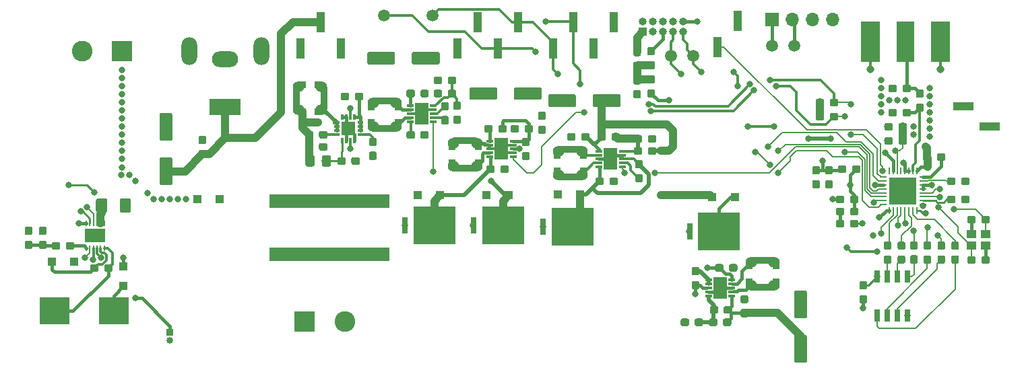
<source format=gtl>
G04 #@! TF.GenerationSoftware,KiCad,Pcbnew,5.0.2-5.0.2*
G04 #@! TF.CreationDate,2019-03-08T22:42:58+01:00*
G04 #@! TF.ProjectId,motherboard,6d6f7468-6572-4626-9f61-72642e6b6963,rev?*
G04 #@! TF.SameCoordinates,Original*
G04 #@! TF.FileFunction,Copper,L1,Top*
G04 #@! TF.FilePolarity,Positive*
%FSLAX46Y46*%
G04 Gerber Fmt 4.6, Leading zero omitted, Abs format (unit mm)*
G04 Created by KiCad (PCBNEW 5.0.2-5.0.2) date Fri 08 Mar 2019 10:42:58 PM CET*
%MOMM*%
%LPD*%
G01*
G04 APERTURE LIST*
G04 #@! TA.AperFunction,BGAPad,CuDef*
%ADD10C,1.500000*%
G04 #@! TD*
G04 #@! TA.AperFunction,Conductor*
%ADD11C,0.100000*%
G04 #@! TD*
G04 #@! TA.AperFunction,SMDPad,CuDef*
%ADD12C,0.950000*%
G04 #@! TD*
G04 #@! TA.AperFunction,SMDPad,CuDef*
%ADD13C,1.600000*%
G04 #@! TD*
G04 #@! TA.AperFunction,SMDPad,CuDef*
%ADD14C,1.425000*%
G04 #@! TD*
G04 #@! TA.AperFunction,SMDPad,CuDef*
%ADD15R,1.100000X1.100000*%
G04 #@! TD*
G04 #@! TA.AperFunction,SMDPad,CuDef*
%ADD16R,1.000000X1.000000*%
G04 #@! TD*
G04 #@! TA.AperFunction,SMDPad,CuDef*
%ADD17R,5.330000X4.700000*%
G04 #@! TD*
G04 #@! TA.AperFunction,SMDPad,CuDef*
%ADD18R,0.762000X2.030000*%
G04 #@! TD*
G04 #@! TA.AperFunction,ComponentPad*
%ADD19R,2.600000X2.600000*%
G04 #@! TD*
G04 #@! TA.AperFunction,ComponentPad*
%ADD20C,2.600000*%
G04 #@! TD*
G04 #@! TA.AperFunction,ComponentPad*
%ADD21R,4.000000X2.000000*%
G04 #@! TD*
G04 #@! TA.AperFunction,ComponentPad*
%ADD22O,3.300000X2.000000*%
G04 #@! TD*
G04 #@! TA.AperFunction,ComponentPad*
%ADD23O,2.000000X3.500000*%
G04 #@! TD*
G04 #@! TA.AperFunction,ComponentPad*
%ADD24R,1.700000X1.700000*%
G04 #@! TD*
G04 #@! TA.AperFunction,ComponentPad*
%ADD25O,1.700000X1.700000*%
G04 #@! TD*
G04 #@! TA.AperFunction,SMDPad,CuDef*
%ADD26R,2.290000X5.080000*%
G04 #@! TD*
G04 #@! TA.AperFunction,SMDPad,CuDef*
%ADD27R,2.420000X5.080000*%
G04 #@! TD*
G04 #@! TA.AperFunction,ViaPad*
%ADD28C,0.970000*%
G04 #@! TD*
G04 #@! TA.AperFunction,Conductor*
%ADD29R,0.460000X0.950000*%
G04 #@! TD*
G04 #@! TA.AperFunction,SMDPad,CuDef*
%ADD30R,1.000000X2.510000*%
G04 #@! TD*
G04 #@! TA.AperFunction,ComponentPad*
%ADD31R,1.000000X1.000000*%
G04 #@! TD*
G04 #@! TA.AperFunction,ComponentPad*
%ADD32O,1.000000X1.000000*%
G04 #@! TD*
G04 #@! TA.AperFunction,SMDPad,CuDef*
%ADD33R,2.510000X1.000000*%
G04 #@! TD*
G04 #@! TA.AperFunction,SMDPad,CuDef*
%ADD34R,0.850000X2.900000*%
G04 #@! TD*
G04 #@! TA.AperFunction,SMDPad,CuDef*
%ADD35R,0.900000X0.950000*%
G04 #@! TD*
G04 #@! TA.AperFunction,BGAPad,CuDef*
%ADD36C,1.400000*%
G04 #@! TD*
G04 #@! TA.AperFunction,SMDPad,CuDef*
%ADD37R,3.700000X3.400000*%
G04 #@! TD*
G04 #@! TA.AperFunction,SMDPad,CuDef*
%ADD38R,2.900000X0.850000*%
G04 #@! TD*
G04 #@! TA.AperFunction,SMDPad,CuDef*
%ADD39R,0.950000X0.900000*%
G04 #@! TD*
G04 #@! TA.AperFunction,SMDPad,CuDef*
%ADD40C,1.150000*%
G04 #@! TD*
G04 #@! TA.AperFunction,SMDPad,CuDef*
%ADD41R,15.189200X1.701800*%
G04 #@! TD*
G04 #@! TA.AperFunction,ComponentPad*
%ADD42R,0.850000X0.850000*%
G04 #@! TD*
G04 #@! TA.AperFunction,ComponentPad*
%ADD43O,0.850000X0.850000*%
G04 #@! TD*
G04 #@! TA.AperFunction,SMDPad,CuDef*
%ADD44R,0.300000X0.750000*%
G04 #@! TD*
G04 #@! TA.AperFunction,SMDPad,CuDef*
%ADD45R,0.750000X0.300000*%
G04 #@! TD*
G04 #@! TA.AperFunction,SMDPad,CuDef*
%ADD46R,1.750000X1.750000*%
G04 #@! TD*
G04 #@! TA.AperFunction,SMDPad,CuDef*
%ADD47R,0.700000X1.600000*%
G04 #@! TD*
G04 #@! TA.AperFunction,SMDPad,CuDef*
%ADD48R,0.250000X0.650000*%
G04 #@! TD*
G04 #@! TA.AperFunction,SMDPad,CuDef*
%ADD49R,2.500000X1.700000*%
G04 #@! TD*
G04 #@! TA.AperFunction,SMDPad,CuDef*
%ADD50R,0.850000X0.280000*%
G04 #@! TD*
G04 #@! TA.AperFunction,SMDPad,CuDef*
%ADD51R,0.280000X0.850000*%
G04 #@! TD*
G04 #@! TA.AperFunction,SMDPad,CuDef*
%ADD52R,3.450000X3.450000*%
G04 #@! TD*
G04 #@! TA.AperFunction,ComponentPad*
%ADD53C,0.200000*%
G04 #@! TD*
G04 #@! TA.AperFunction,SMDPad,CuDef*
%ADD54R,1.750000X2.700000*%
G04 #@! TD*
G04 #@! TA.AperFunction,SMDPad,CuDef*
%ADD55R,0.850000X0.300000*%
G04 #@! TD*
G04 #@! TA.AperFunction,SMDPad,CuDef*
%ADD56R,1.150000X1.000000*%
G04 #@! TD*
G04 #@! TA.AperFunction,ViaPad*
%ADD57C,0.800000*%
G04 #@! TD*
G04 #@! TA.AperFunction,Conductor*
%ADD58C,0.254000*%
G04 #@! TD*
G04 #@! TA.AperFunction,Conductor*
%ADD59C,0.406400*%
G04 #@! TD*
G04 #@! TA.AperFunction,Conductor*
%ADD60C,1.016000*%
G04 #@! TD*
G04 #@! TA.AperFunction,Conductor*
%ADD61C,0.508000*%
G04 #@! TD*
G04 #@! TA.AperFunction,Conductor*
%ADD62C,0.304800*%
G04 #@! TD*
G04 #@! TA.AperFunction,Conductor*
%ADD63C,0.203200*%
G04 #@! TD*
G04 APERTURE END LIST*
D10*
G04 #@! TO.P,TP3,1*
G04 #@! TO.N,BME280_SCL*
X116078000Y-80518000D03*
G04 #@! TD*
G04 #@! TO.P,TP4,1*
G04 #@! TO.N,BME280_SDA*
X109982000Y-80518000D03*
G04 #@! TD*
D11*
G04 #@! TO.N,Net-(R2-Pad2)*
G04 #@! TO.C,R3*
G36*
X104926941Y-98311216D02*
X104949996Y-98314635D01*
X104972605Y-98320299D01*
X104994549Y-98328151D01*
X105015619Y-98338116D01*
X105035610Y-98350098D01*
X105054330Y-98363982D01*
X105071600Y-98379634D01*
X105087252Y-98396904D01*
X105101136Y-98415624D01*
X105113118Y-98435615D01*
X105123083Y-98456685D01*
X105130935Y-98478629D01*
X105136599Y-98501238D01*
X105140018Y-98524293D01*
X105141162Y-98547572D01*
X105141162Y-99022572D01*
X105140018Y-99045851D01*
X105136599Y-99068906D01*
X105130935Y-99091515D01*
X105123083Y-99113459D01*
X105113118Y-99134529D01*
X105101136Y-99154520D01*
X105087252Y-99173240D01*
X105071600Y-99190510D01*
X105054330Y-99206162D01*
X105035610Y-99220046D01*
X105015619Y-99232028D01*
X104994549Y-99241993D01*
X104972605Y-99249845D01*
X104949996Y-99255509D01*
X104926941Y-99258928D01*
X104903662Y-99260072D01*
X104328662Y-99260072D01*
X104305383Y-99258928D01*
X104282328Y-99255509D01*
X104259719Y-99249845D01*
X104237775Y-99241993D01*
X104216705Y-99232028D01*
X104196714Y-99220046D01*
X104177994Y-99206162D01*
X104160724Y-99190510D01*
X104145072Y-99173240D01*
X104131188Y-99154520D01*
X104119206Y-99134529D01*
X104109241Y-99113459D01*
X104101389Y-99091515D01*
X104095725Y-99068906D01*
X104092306Y-99045851D01*
X104091162Y-99022572D01*
X104091162Y-98547572D01*
X104092306Y-98524293D01*
X104095725Y-98501238D01*
X104101389Y-98478629D01*
X104109241Y-98456685D01*
X104119206Y-98435615D01*
X104131188Y-98415624D01*
X104145072Y-98396904D01*
X104160724Y-98379634D01*
X104177994Y-98363982D01*
X104196714Y-98350098D01*
X104216705Y-98338116D01*
X104237775Y-98328151D01*
X104259719Y-98320299D01*
X104282328Y-98314635D01*
X104305383Y-98311216D01*
X104328662Y-98310072D01*
X104903662Y-98310072D01*
X104926941Y-98311216D01*
X104926941Y-98311216D01*
G37*
D12*
G04 #@! TD*
G04 #@! TO.P,R3,1*
G04 #@! TO.N,Net-(R2-Pad2)*
X104616162Y-98785072D03*
D11*
G04 #@! TO.N,GND*
G04 #@! TO.C,R3*
G36*
X106676941Y-98311216D02*
X106699996Y-98314635D01*
X106722605Y-98320299D01*
X106744549Y-98328151D01*
X106765619Y-98338116D01*
X106785610Y-98350098D01*
X106804330Y-98363982D01*
X106821600Y-98379634D01*
X106837252Y-98396904D01*
X106851136Y-98415624D01*
X106863118Y-98435615D01*
X106873083Y-98456685D01*
X106880935Y-98478629D01*
X106886599Y-98501238D01*
X106890018Y-98524293D01*
X106891162Y-98547572D01*
X106891162Y-99022572D01*
X106890018Y-99045851D01*
X106886599Y-99068906D01*
X106880935Y-99091515D01*
X106873083Y-99113459D01*
X106863118Y-99134529D01*
X106851136Y-99154520D01*
X106837252Y-99173240D01*
X106821600Y-99190510D01*
X106804330Y-99206162D01*
X106785610Y-99220046D01*
X106765619Y-99232028D01*
X106744549Y-99241993D01*
X106722605Y-99249845D01*
X106699996Y-99255509D01*
X106676941Y-99258928D01*
X106653662Y-99260072D01*
X106078662Y-99260072D01*
X106055383Y-99258928D01*
X106032328Y-99255509D01*
X106009719Y-99249845D01*
X105987775Y-99241993D01*
X105966705Y-99232028D01*
X105946714Y-99220046D01*
X105927994Y-99206162D01*
X105910724Y-99190510D01*
X105895072Y-99173240D01*
X105881188Y-99154520D01*
X105869206Y-99134529D01*
X105859241Y-99113459D01*
X105851389Y-99091515D01*
X105845725Y-99068906D01*
X105842306Y-99045851D01*
X105841162Y-99022572D01*
X105841162Y-98547572D01*
X105842306Y-98524293D01*
X105845725Y-98501238D01*
X105851389Y-98478629D01*
X105859241Y-98456685D01*
X105869206Y-98435615D01*
X105881188Y-98415624D01*
X105895072Y-98396904D01*
X105910724Y-98379634D01*
X105927994Y-98363982D01*
X105946714Y-98350098D01*
X105966705Y-98338116D01*
X105987775Y-98328151D01*
X106009719Y-98320299D01*
X106032328Y-98314635D01*
X106055383Y-98311216D01*
X106078662Y-98310072D01*
X106653662Y-98310072D01*
X106676941Y-98311216D01*
X106676941Y-98311216D01*
G37*
D12*
G04 #@! TD*
G04 #@! TO.P,R3,2*
G04 #@! TO.N,GND*
X106366162Y-98785072D03*
D11*
G04 #@! TO.N,GND*
G04 #@! TO.C,C1*
G36*
X83124504Y-92733204D02*
X83148773Y-92736804D01*
X83172571Y-92742765D01*
X83195671Y-92751030D01*
X83217849Y-92761520D01*
X83238893Y-92774133D01*
X83258598Y-92788747D01*
X83276777Y-92805223D01*
X83293253Y-92823402D01*
X83307867Y-92843107D01*
X83320480Y-92864151D01*
X83330970Y-92886329D01*
X83339235Y-92909429D01*
X83345196Y-92933227D01*
X83348796Y-92957496D01*
X83350000Y-92982000D01*
X83350000Y-95982000D01*
X83348796Y-96006504D01*
X83345196Y-96030773D01*
X83339235Y-96054571D01*
X83330970Y-96077671D01*
X83320480Y-96099849D01*
X83307867Y-96120893D01*
X83293253Y-96140598D01*
X83276777Y-96158777D01*
X83258598Y-96175253D01*
X83238893Y-96189867D01*
X83217849Y-96202480D01*
X83195671Y-96212970D01*
X83172571Y-96221235D01*
X83148773Y-96227196D01*
X83124504Y-96230796D01*
X83100000Y-96232000D01*
X82000000Y-96232000D01*
X81975496Y-96230796D01*
X81951227Y-96227196D01*
X81927429Y-96221235D01*
X81904329Y-96212970D01*
X81882151Y-96202480D01*
X81861107Y-96189867D01*
X81841402Y-96175253D01*
X81823223Y-96158777D01*
X81806747Y-96140598D01*
X81792133Y-96120893D01*
X81779520Y-96099849D01*
X81769030Y-96077671D01*
X81760765Y-96054571D01*
X81754804Y-96030773D01*
X81751204Y-96006504D01*
X81750000Y-95982000D01*
X81750000Y-92982000D01*
X81751204Y-92957496D01*
X81754804Y-92933227D01*
X81760765Y-92909429D01*
X81769030Y-92886329D01*
X81779520Y-92864151D01*
X81792133Y-92843107D01*
X81806747Y-92823402D01*
X81823223Y-92805223D01*
X81841402Y-92788747D01*
X81861107Y-92774133D01*
X81882151Y-92761520D01*
X81904329Y-92751030D01*
X81927429Y-92742765D01*
X81951227Y-92736804D01*
X81975496Y-92733204D01*
X82000000Y-92732000D01*
X83100000Y-92732000D01*
X83124504Y-92733204D01*
X83124504Y-92733204D01*
G37*
D13*
G04 #@! TD*
G04 #@! TO.P,C1,2*
G04 #@! TO.N,GND*
X82550000Y-94482000D03*
D11*
G04 #@! TO.N,Net-(C1-Pad1)*
G04 #@! TO.C,C1*
G36*
X83124504Y-98333204D02*
X83148773Y-98336804D01*
X83172571Y-98342765D01*
X83195671Y-98351030D01*
X83217849Y-98361520D01*
X83238893Y-98374133D01*
X83258598Y-98388747D01*
X83276777Y-98405223D01*
X83293253Y-98423402D01*
X83307867Y-98443107D01*
X83320480Y-98464151D01*
X83330970Y-98486329D01*
X83339235Y-98509429D01*
X83345196Y-98533227D01*
X83348796Y-98557496D01*
X83350000Y-98582000D01*
X83350000Y-101582000D01*
X83348796Y-101606504D01*
X83345196Y-101630773D01*
X83339235Y-101654571D01*
X83330970Y-101677671D01*
X83320480Y-101699849D01*
X83307867Y-101720893D01*
X83293253Y-101740598D01*
X83276777Y-101758777D01*
X83258598Y-101775253D01*
X83238893Y-101789867D01*
X83217849Y-101802480D01*
X83195671Y-101812970D01*
X83172571Y-101821235D01*
X83148773Y-101827196D01*
X83124504Y-101830796D01*
X83100000Y-101832000D01*
X82000000Y-101832000D01*
X81975496Y-101830796D01*
X81951227Y-101827196D01*
X81927429Y-101821235D01*
X81904329Y-101812970D01*
X81882151Y-101802480D01*
X81861107Y-101789867D01*
X81841402Y-101775253D01*
X81823223Y-101758777D01*
X81806747Y-101740598D01*
X81792133Y-101720893D01*
X81779520Y-101699849D01*
X81769030Y-101677671D01*
X81760765Y-101654571D01*
X81754804Y-101630773D01*
X81751204Y-101606504D01*
X81750000Y-101582000D01*
X81750000Y-98582000D01*
X81751204Y-98557496D01*
X81754804Y-98533227D01*
X81760765Y-98509429D01*
X81769030Y-98486329D01*
X81779520Y-98464151D01*
X81792133Y-98443107D01*
X81806747Y-98423402D01*
X81823223Y-98405223D01*
X81841402Y-98388747D01*
X81861107Y-98374133D01*
X81882151Y-98361520D01*
X81904329Y-98351030D01*
X81927429Y-98342765D01*
X81951227Y-98336804D01*
X81975496Y-98333204D01*
X82000000Y-98332000D01*
X83100000Y-98332000D01*
X83124504Y-98333204D01*
X83124504Y-98333204D01*
G37*
D13*
G04 #@! TD*
G04 #@! TO.P,C1,1*
G04 #@! TO.N,Net-(C1-Pad1)*
X82550000Y-100082000D03*
D11*
G04 #@! TO.N,Net-(C1-Pad1)*
G04 #@! TO.C,C2*
G36*
X87382779Y-97379144D02*
X87405834Y-97382563D01*
X87428443Y-97388227D01*
X87450387Y-97396079D01*
X87471457Y-97406044D01*
X87491448Y-97418026D01*
X87510168Y-97431910D01*
X87527438Y-97447562D01*
X87543090Y-97464832D01*
X87556974Y-97483552D01*
X87568956Y-97503543D01*
X87578921Y-97524613D01*
X87586773Y-97546557D01*
X87592437Y-97569166D01*
X87595856Y-97592221D01*
X87597000Y-97615500D01*
X87597000Y-98190500D01*
X87595856Y-98213779D01*
X87592437Y-98236834D01*
X87586773Y-98259443D01*
X87578921Y-98281387D01*
X87568956Y-98302457D01*
X87556974Y-98322448D01*
X87543090Y-98341168D01*
X87527438Y-98358438D01*
X87510168Y-98374090D01*
X87491448Y-98387974D01*
X87471457Y-98399956D01*
X87450387Y-98409921D01*
X87428443Y-98417773D01*
X87405834Y-98423437D01*
X87382779Y-98426856D01*
X87359500Y-98428000D01*
X86884500Y-98428000D01*
X86861221Y-98426856D01*
X86838166Y-98423437D01*
X86815557Y-98417773D01*
X86793613Y-98409921D01*
X86772543Y-98399956D01*
X86752552Y-98387974D01*
X86733832Y-98374090D01*
X86716562Y-98358438D01*
X86700910Y-98341168D01*
X86687026Y-98322448D01*
X86675044Y-98302457D01*
X86665079Y-98281387D01*
X86657227Y-98259443D01*
X86651563Y-98236834D01*
X86648144Y-98213779D01*
X86647000Y-98190500D01*
X86647000Y-97615500D01*
X86648144Y-97592221D01*
X86651563Y-97569166D01*
X86657227Y-97546557D01*
X86665079Y-97524613D01*
X86675044Y-97503543D01*
X86687026Y-97483552D01*
X86700910Y-97464832D01*
X86716562Y-97447562D01*
X86733832Y-97431910D01*
X86752552Y-97418026D01*
X86772543Y-97406044D01*
X86793613Y-97396079D01*
X86815557Y-97388227D01*
X86838166Y-97382563D01*
X86861221Y-97379144D01*
X86884500Y-97378000D01*
X87359500Y-97378000D01*
X87382779Y-97379144D01*
X87382779Y-97379144D01*
G37*
D12*
G04 #@! TD*
G04 #@! TO.P,C2,1*
G04 #@! TO.N,Net-(C1-Pad1)*
X87122000Y-97903000D03*
D11*
G04 #@! TO.N,GND*
G04 #@! TO.C,C2*
G36*
X87382779Y-95629144D02*
X87405834Y-95632563D01*
X87428443Y-95638227D01*
X87450387Y-95646079D01*
X87471457Y-95656044D01*
X87491448Y-95668026D01*
X87510168Y-95681910D01*
X87527438Y-95697562D01*
X87543090Y-95714832D01*
X87556974Y-95733552D01*
X87568956Y-95753543D01*
X87578921Y-95774613D01*
X87586773Y-95796557D01*
X87592437Y-95819166D01*
X87595856Y-95842221D01*
X87597000Y-95865500D01*
X87597000Y-96440500D01*
X87595856Y-96463779D01*
X87592437Y-96486834D01*
X87586773Y-96509443D01*
X87578921Y-96531387D01*
X87568956Y-96552457D01*
X87556974Y-96572448D01*
X87543090Y-96591168D01*
X87527438Y-96608438D01*
X87510168Y-96624090D01*
X87491448Y-96637974D01*
X87471457Y-96649956D01*
X87450387Y-96659921D01*
X87428443Y-96667773D01*
X87405834Y-96673437D01*
X87382779Y-96676856D01*
X87359500Y-96678000D01*
X86884500Y-96678000D01*
X86861221Y-96676856D01*
X86838166Y-96673437D01*
X86815557Y-96667773D01*
X86793613Y-96659921D01*
X86772543Y-96649956D01*
X86752552Y-96637974D01*
X86733832Y-96624090D01*
X86716562Y-96608438D01*
X86700910Y-96591168D01*
X86687026Y-96572448D01*
X86675044Y-96552457D01*
X86665079Y-96531387D01*
X86657227Y-96509443D01*
X86651563Y-96486834D01*
X86648144Y-96463779D01*
X86647000Y-96440500D01*
X86647000Y-95865500D01*
X86648144Y-95842221D01*
X86651563Y-95819166D01*
X86657227Y-95796557D01*
X86665079Y-95774613D01*
X86675044Y-95753543D01*
X86687026Y-95733552D01*
X86700910Y-95714832D01*
X86716562Y-95697562D01*
X86733832Y-95681910D01*
X86752552Y-95668026D01*
X86772543Y-95656044D01*
X86793613Y-95646079D01*
X86815557Y-95638227D01*
X86838166Y-95632563D01*
X86861221Y-95629144D01*
X86884500Y-95628000D01*
X87359500Y-95628000D01*
X87382779Y-95629144D01*
X87382779Y-95629144D01*
G37*
D12*
G04 #@! TD*
G04 #@! TO.P,C2,2*
G04 #@! TO.N,GND*
X87122000Y-96153000D03*
D11*
G04 #@! TO.N,ESP_VCC*
G04 #@! TO.C,C3*
G36*
X170440779Y-115667144D02*
X170463834Y-115670563D01*
X170486443Y-115676227D01*
X170508387Y-115684079D01*
X170529457Y-115694044D01*
X170549448Y-115706026D01*
X170568168Y-115719910D01*
X170585438Y-115735562D01*
X170601090Y-115752832D01*
X170614974Y-115771552D01*
X170626956Y-115791543D01*
X170636921Y-115812613D01*
X170644773Y-115834557D01*
X170650437Y-115857166D01*
X170653856Y-115880221D01*
X170655000Y-115903500D01*
X170655000Y-116478500D01*
X170653856Y-116501779D01*
X170650437Y-116524834D01*
X170644773Y-116547443D01*
X170636921Y-116569387D01*
X170626956Y-116590457D01*
X170614974Y-116610448D01*
X170601090Y-116629168D01*
X170585438Y-116646438D01*
X170568168Y-116662090D01*
X170549448Y-116675974D01*
X170529457Y-116687956D01*
X170508387Y-116697921D01*
X170486443Y-116705773D01*
X170463834Y-116711437D01*
X170440779Y-116714856D01*
X170417500Y-116716000D01*
X169942500Y-116716000D01*
X169919221Y-116714856D01*
X169896166Y-116711437D01*
X169873557Y-116705773D01*
X169851613Y-116697921D01*
X169830543Y-116687956D01*
X169810552Y-116675974D01*
X169791832Y-116662090D01*
X169774562Y-116646438D01*
X169758910Y-116629168D01*
X169745026Y-116610448D01*
X169733044Y-116590457D01*
X169723079Y-116569387D01*
X169715227Y-116547443D01*
X169709563Y-116524834D01*
X169706144Y-116501779D01*
X169705000Y-116478500D01*
X169705000Y-115903500D01*
X169706144Y-115880221D01*
X169709563Y-115857166D01*
X169715227Y-115834557D01*
X169723079Y-115812613D01*
X169733044Y-115791543D01*
X169745026Y-115771552D01*
X169758910Y-115752832D01*
X169774562Y-115735562D01*
X169791832Y-115719910D01*
X169810552Y-115706026D01*
X169830543Y-115694044D01*
X169851613Y-115684079D01*
X169873557Y-115676227D01*
X169896166Y-115670563D01*
X169919221Y-115667144D01*
X169942500Y-115666000D01*
X170417500Y-115666000D01*
X170440779Y-115667144D01*
X170440779Y-115667144D01*
G37*
D12*
G04 #@! TD*
G04 #@! TO.P,C3,2*
G04 #@! TO.N,ESP_VCC*
X170180000Y-116191000D03*
D11*
G04 #@! TO.N,GND*
G04 #@! TO.C,C3*
G36*
X170440779Y-113917144D02*
X170463834Y-113920563D01*
X170486443Y-113926227D01*
X170508387Y-113934079D01*
X170529457Y-113944044D01*
X170549448Y-113956026D01*
X170568168Y-113969910D01*
X170585438Y-113985562D01*
X170601090Y-114002832D01*
X170614974Y-114021552D01*
X170626956Y-114041543D01*
X170636921Y-114062613D01*
X170644773Y-114084557D01*
X170650437Y-114107166D01*
X170653856Y-114130221D01*
X170655000Y-114153500D01*
X170655000Y-114728500D01*
X170653856Y-114751779D01*
X170650437Y-114774834D01*
X170644773Y-114797443D01*
X170636921Y-114819387D01*
X170626956Y-114840457D01*
X170614974Y-114860448D01*
X170601090Y-114879168D01*
X170585438Y-114896438D01*
X170568168Y-114912090D01*
X170549448Y-114925974D01*
X170529457Y-114937956D01*
X170508387Y-114947921D01*
X170486443Y-114955773D01*
X170463834Y-114961437D01*
X170440779Y-114964856D01*
X170417500Y-114966000D01*
X169942500Y-114966000D01*
X169919221Y-114964856D01*
X169896166Y-114961437D01*
X169873557Y-114955773D01*
X169851613Y-114947921D01*
X169830543Y-114937956D01*
X169810552Y-114925974D01*
X169791832Y-114912090D01*
X169774562Y-114896438D01*
X169758910Y-114879168D01*
X169745026Y-114860448D01*
X169733044Y-114840457D01*
X169723079Y-114819387D01*
X169715227Y-114797443D01*
X169709563Y-114774834D01*
X169706144Y-114751779D01*
X169705000Y-114728500D01*
X169705000Y-114153500D01*
X169706144Y-114130221D01*
X169709563Y-114107166D01*
X169715227Y-114084557D01*
X169723079Y-114062613D01*
X169733044Y-114041543D01*
X169745026Y-114021552D01*
X169758910Y-114002832D01*
X169774562Y-113985562D01*
X169791832Y-113969910D01*
X169810552Y-113956026D01*
X169830543Y-113944044D01*
X169851613Y-113934079D01*
X169873557Y-113926227D01*
X169896166Y-113920563D01*
X169919221Y-113917144D01*
X169942500Y-113916000D01*
X170417500Y-113916000D01*
X170440779Y-113917144D01*
X170440779Y-113917144D01*
G37*
D12*
G04 #@! TD*
G04 #@! TO.P,C3,1*
G04 #@! TO.N,GND*
X170180000Y-114441000D03*
D11*
G04 #@! TO.N,GND*
G04 #@! TO.C,C4*
G36*
X105353779Y-90204144D02*
X105376834Y-90207563D01*
X105399443Y-90213227D01*
X105421387Y-90221079D01*
X105442457Y-90231044D01*
X105462448Y-90243026D01*
X105481168Y-90256910D01*
X105498438Y-90272562D01*
X105514090Y-90289832D01*
X105527974Y-90308552D01*
X105539956Y-90328543D01*
X105549921Y-90349613D01*
X105557773Y-90371557D01*
X105563437Y-90394166D01*
X105566856Y-90417221D01*
X105568000Y-90440500D01*
X105568000Y-90915500D01*
X105566856Y-90938779D01*
X105563437Y-90961834D01*
X105557773Y-90984443D01*
X105549921Y-91006387D01*
X105539956Y-91027457D01*
X105527974Y-91047448D01*
X105514090Y-91066168D01*
X105498438Y-91083438D01*
X105481168Y-91099090D01*
X105462448Y-91112974D01*
X105442457Y-91124956D01*
X105421387Y-91134921D01*
X105399443Y-91142773D01*
X105376834Y-91148437D01*
X105353779Y-91151856D01*
X105330500Y-91153000D01*
X104755500Y-91153000D01*
X104732221Y-91151856D01*
X104709166Y-91148437D01*
X104686557Y-91142773D01*
X104664613Y-91134921D01*
X104643543Y-91124956D01*
X104623552Y-91112974D01*
X104604832Y-91099090D01*
X104587562Y-91083438D01*
X104571910Y-91066168D01*
X104558026Y-91047448D01*
X104546044Y-91027457D01*
X104536079Y-91006387D01*
X104528227Y-90984443D01*
X104522563Y-90961834D01*
X104519144Y-90938779D01*
X104518000Y-90915500D01*
X104518000Y-90440500D01*
X104519144Y-90417221D01*
X104522563Y-90394166D01*
X104528227Y-90371557D01*
X104536079Y-90349613D01*
X104546044Y-90328543D01*
X104558026Y-90308552D01*
X104571910Y-90289832D01*
X104587562Y-90272562D01*
X104604832Y-90256910D01*
X104623552Y-90243026D01*
X104643543Y-90231044D01*
X104664613Y-90221079D01*
X104686557Y-90213227D01*
X104709166Y-90207563D01*
X104732221Y-90204144D01*
X104755500Y-90203000D01*
X105330500Y-90203000D01*
X105353779Y-90204144D01*
X105353779Y-90204144D01*
G37*
D12*
G04 #@! TD*
G04 #@! TO.P,C4,2*
G04 #@! TO.N,GND*
X105043000Y-90678000D03*
D11*
G04 #@! TO.N,+9VA*
G04 #@! TO.C,C4*
G36*
X107103779Y-90204144D02*
X107126834Y-90207563D01*
X107149443Y-90213227D01*
X107171387Y-90221079D01*
X107192457Y-90231044D01*
X107212448Y-90243026D01*
X107231168Y-90256910D01*
X107248438Y-90272562D01*
X107264090Y-90289832D01*
X107277974Y-90308552D01*
X107289956Y-90328543D01*
X107299921Y-90349613D01*
X107307773Y-90371557D01*
X107313437Y-90394166D01*
X107316856Y-90417221D01*
X107318000Y-90440500D01*
X107318000Y-90915500D01*
X107316856Y-90938779D01*
X107313437Y-90961834D01*
X107307773Y-90984443D01*
X107299921Y-91006387D01*
X107289956Y-91027457D01*
X107277974Y-91047448D01*
X107264090Y-91066168D01*
X107248438Y-91083438D01*
X107231168Y-91099090D01*
X107212448Y-91112974D01*
X107192457Y-91124956D01*
X107171387Y-91134921D01*
X107149443Y-91142773D01*
X107126834Y-91148437D01*
X107103779Y-91151856D01*
X107080500Y-91153000D01*
X106505500Y-91153000D01*
X106482221Y-91151856D01*
X106459166Y-91148437D01*
X106436557Y-91142773D01*
X106414613Y-91134921D01*
X106393543Y-91124956D01*
X106373552Y-91112974D01*
X106354832Y-91099090D01*
X106337562Y-91083438D01*
X106321910Y-91066168D01*
X106308026Y-91047448D01*
X106296044Y-91027457D01*
X106286079Y-91006387D01*
X106278227Y-90984443D01*
X106272563Y-90961834D01*
X106269144Y-90938779D01*
X106268000Y-90915500D01*
X106268000Y-90440500D01*
X106269144Y-90417221D01*
X106272563Y-90394166D01*
X106278227Y-90371557D01*
X106286079Y-90349613D01*
X106296044Y-90328543D01*
X106308026Y-90308552D01*
X106321910Y-90289832D01*
X106337562Y-90272562D01*
X106354832Y-90256910D01*
X106373552Y-90243026D01*
X106393543Y-90231044D01*
X106414613Y-90221079D01*
X106436557Y-90213227D01*
X106459166Y-90207563D01*
X106482221Y-90204144D01*
X106505500Y-90203000D01*
X107080500Y-90203000D01*
X107103779Y-90204144D01*
X107103779Y-90204144D01*
G37*
D12*
G04 #@! TD*
G04 #@! TO.P,C4,1*
G04 #@! TO.N,+9VA*
X106793000Y-90678000D03*
D11*
G04 #@! TO.N,ESP_VCC*
G04 #@! TO.C,C5*
G36*
X164503780Y-99439144D02*
X164526835Y-99442563D01*
X164549444Y-99448227D01*
X164571388Y-99456079D01*
X164592458Y-99466044D01*
X164612449Y-99478026D01*
X164631169Y-99491910D01*
X164648439Y-99507562D01*
X164664091Y-99524832D01*
X164677975Y-99543552D01*
X164689957Y-99563543D01*
X164699922Y-99584613D01*
X164707774Y-99606557D01*
X164713438Y-99629166D01*
X164716857Y-99652221D01*
X164718001Y-99675500D01*
X164718001Y-100250500D01*
X164716857Y-100273779D01*
X164713438Y-100296834D01*
X164707774Y-100319443D01*
X164699922Y-100341387D01*
X164689957Y-100362457D01*
X164677975Y-100382448D01*
X164664091Y-100401168D01*
X164648439Y-100418438D01*
X164631169Y-100434090D01*
X164612449Y-100447974D01*
X164592458Y-100459956D01*
X164571388Y-100469921D01*
X164549444Y-100477773D01*
X164526835Y-100483437D01*
X164503780Y-100486856D01*
X164480501Y-100488000D01*
X164005501Y-100488000D01*
X163982222Y-100486856D01*
X163959167Y-100483437D01*
X163936558Y-100477773D01*
X163914614Y-100469921D01*
X163893544Y-100459956D01*
X163873553Y-100447974D01*
X163854833Y-100434090D01*
X163837563Y-100418438D01*
X163821911Y-100401168D01*
X163808027Y-100382448D01*
X163796045Y-100362457D01*
X163786080Y-100341387D01*
X163778228Y-100319443D01*
X163772564Y-100296834D01*
X163769145Y-100273779D01*
X163768001Y-100250500D01*
X163768001Y-99675500D01*
X163769145Y-99652221D01*
X163772564Y-99629166D01*
X163778228Y-99606557D01*
X163786080Y-99584613D01*
X163796045Y-99563543D01*
X163808027Y-99543552D01*
X163821911Y-99524832D01*
X163837563Y-99507562D01*
X163854833Y-99491910D01*
X163873553Y-99478026D01*
X163893544Y-99466044D01*
X163914614Y-99456079D01*
X163936558Y-99448227D01*
X163959167Y-99442563D01*
X163982222Y-99439144D01*
X164005501Y-99438000D01*
X164480501Y-99438000D01*
X164503780Y-99439144D01*
X164503780Y-99439144D01*
G37*
D12*
G04 #@! TD*
G04 #@! TO.P,C5,1*
G04 #@! TO.N,ESP_VCC*
X164243001Y-99963000D03*
D11*
G04 #@! TO.N,GND*
G04 #@! TO.C,C5*
G36*
X164503780Y-101189144D02*
X164526835Y-101192563D01*
X164549444Y-101198227D01*
X164571388Y-101206079D01*
X164592458Y-101216044D01*
X164612449Y-101228026D01*
X164631169Y-101241910D01*
X164648439Y-101257562D01*
X164664091Y-101274832D01*
X164677975Y-101293552D01*
X164689957Y-101313543D01*
X164699922Y-101334613D01*
X164707774Y-101356557D01*
X164713438Y-101379166D01*
X164716857Y-101402221D01*
X164718001Y-101425500D01*
X164718001Y-102000500D01*
X164716857Y-102023779D01*
X164713438Y-102046834D01*
X164707774Y-102069443D01*
X164699922Y-102091387D01*
X164689957Y-102112457D01*
X164677975Y-102132448D01*
X164664091Y-102151168D01*
X164648439Y-102168438D01*
X164631169Y-102184090D01*
X164612449Y-102197974D01*
X164592458Y-102209956D01*
X164571388Y-102219921D01*
X164549444Y-102227773D01*
X164526835Y-102233437D01*
X164503780Y-102236856D01*
X164480501Y-102238000D01*
X164005501Y-102238000D01*
X163982222Y-102236856D01*
X163959167Y-102233437D01*
X163936558Y-102227773D01*
X163914614Y-102219921D01*
X163893544Y-102209956D01*
X163873553Y-102197974D01*
X163854833Y-102184090D01*
X163837563Y-102168438D01*
X163821911Y-102151168D01*
X163808027Y-102132448D01*
X163796045Y-102112457D01*
X163786080Y-102091387D01*
X163778228Y-102069443D01*
X163772564Y-102046834D01*
X163769145Y-102023779D01*
X163768001Y-102000500D01*
X163768001Y-101425500D01*
X163769145Y-101402221D01*
X163772564Y-101379166D01*
X163778228Y-101356557D01*
X163786080Y-101334613D01*
X163796045Y-101313543D01*
X163808027Y-101293552D01*
X163821911Y-101274832D01*
X163837563Y-101257562D01*
X163854833Y-101241910D01*
X163873553Y-101228026D01*
X163893544Y-101216044D01*
X163914614Y-101206079D01*
X163936558Y-101198227D01*
X163959167Y-101192563D01*
X163982222Y-101189144D01*
X164005501Y-101188000D01*
X164480501Y-101188000D01*
X164503780Y-101189144D01*
X164503780Y-101189144D01*
G37*
D12*
G04 #@! TD*
G04 #@! TO.P,C5,2*
G04 #@! TO.N,GND*
X164243001Y-101713000D03*
D11*
G04 #@! TO.N,GND*
G04 #@! TO.C,C6*
G36*
X166122779Y-101189144D02*
X166145834Y-101192563D01*
X166168443Y-101198227D01*
X166190387Y-101206079D01*
X166211457Y-101216044D01*
X166231448Y-101228026D01*
X166250168Y-101241910D01*
X166267438Y-101257562D01*
X166283090Y-101274832D01*
X166296974Y-101293552D01*
X166308956Y-101313543D01*
X166318921Y-101334613D01*
X166326773Y-101356557D01*
X166332437Y-101379166D01*
X166335856Y-101402221D01*
X166337000Y-101425500D01*
X166337000Y-102000500D01*
X166335856Y-102023779D01*
X166332437Y-102046834D01*
X166326773Y-102069443D01*
X166318921Y-102091387D01*
X166308956Y-102112457D01*
X166296974Y-102132448D01*
X166283090Y-102151168D01*
X166267438Y-102168438D01*
X166250168Y-102184090D01*
X166231448Y-102197974D01*
X166211457Y-102209956D01*
X166190387Y-102219921D01*
X166168443Y-102227773D01*
X166145834Y-102233437D01*
X166122779Y-102236856D01*
X166099500Y-102238000D01*
X165624500Y-102238000D01*
X165601221Y-102236856D01*
X165578166Y-102233437D01*
X165555557Y-102227773D01*
X165533613Y-102219921D01*
X165512543Y-102209956D01*
X165492552Y-102197974D01*
X165473832Y-102184090D01*
X165456562Y-102168438D01*
X165440910Y-102151168D01*
X165427026Y-102132448D01*
X165415044Y-102112457D01*
X165405079Y-102091387D01*
X165397227Y-102069443D01*
X165391563Y-102046834D01*
X165388144Y-102023779D01*
X165387000Y-102000500D01*
X165387000Y-101425500D01*
X165388144Y-101402221D01*
X165391563Y-101379166D01*
X165397227Y-101356557D01*
X165405079Y-101334613D01*
X165415044Y-101313543D01*
X165427026Y-101293552D01*
X165440910Y-101274832D01*
X165456562Y-101257562D01*
X165473832Y-101241910D01*
X165492552Y-101228026D01*
X165512543Y-101216044D01*
X165533613Y-101206079D01*
X165555557Y-101198227D01*
X165578166Y-101192563D01*
X165601221Y-101189144D01*
X165624500Y-101188000D01*
X166099500Y-101188000D01*
X166122779Y-101189144D01*
X166122779Y-101189144D01*
G37*
D12*
G04 #@! TD*
G04 #@! TO.P,C6,2*
G04 #@! TO.N,GND*
X165862000Y-101713000D03*
D11*
G04 #@! TO.N,ESP_VCC*
G04 #@! TO.C,C6*
G36*
X166122779Y-99439144D02*
X166145834Y-99442563D01*
X166168443Y-99448227D01*
X166190387Y-99456079D01*
X166211457Y-99466044D01*
X166231448Y-99478026D01*
X166250168Y-99491910D01*
X166267438Y-99507562D01*
X166283090Y-99524832D01*
X166296974Y-99543552D01*
X166308956Y-99563543D01*
X166318921Y-99584613D01*
X166326773Y-99606557D01*
X166332437Y-99629166D01*
X166335856Y-99652221D01*
X166337000Y-99675500D01*
X166337000Y-100250500D01*
X166335856Y-100273779D01*
X166332437Y-100296834D01*
X166326773Y-100319443D01*
X166318921Y-100341387D01*
X166308956Y-100362457D01*
X166296974Y-100382448D01*
X166283090Y-100401168D01*
X166267438Y-100418438D01*
X166250168Y-100434090D01*
X166231448Y-100447974D01*
X166211457Y-100459956D01*
X166190387Y-100469921D01*
X166168443Y-100477773D01*
X166145834Y-100483437D01*
X166122779Y-100486856D01*
X166099500Y-100488000D01*
X165624500Y-100488000D01*
X165601221Y-100486856D01*
X165578166Y-100483437D01*
X165555557Y-100477773D01*
X165533613Y-100469921D01*
X165512543Y-100459956D01*
X165492552Y-100447974D01*
X165473832Y-100434090D01*
X165456562Y-100418438D01*
X165440910Y-100401168D01*
X165427026Y-100382448D01*
X165415044Y-100362457D01*
X165405079Y-100341387D01*
X165397227Y-100319443D01*
X165391563Y-100296834D01*
X165388144Y-100273779D01*
X165387000Y-100250500D01*
X165387000Y-99675500D01*
X165388144Y-99652221D01*
X165391563Y-99629166D01*
X165397227Y-99606557D01*
X165405079Y-99584613D01*
X165415044Y-99563543D01*
X165427026Y-99543552D01*
X165440910Y-99524832D01*
X165456562Y-99507562D01*
X165473832Y-99491910D01*
X165492552Y-99478026D01*
X165512543Y-99466044D01*
X165533613Y-99456079D01*
X165555557Y-99448227D01*
X165578166Y-99442563D01*
X165601221Y-99439144D01*
X165624500Y-99438000D01*
X166099500Y-99438000D01*
X166122779Y-99439144D01*
X166122779Y-99439144D01*
G37*
D12*
G04 #@! TD*
G04 #@! TO.P,C6,1*
G04 #@! TO.N,ESP_VCC*
X165862000Y-99963000D03*
D11*
G04 #@! TO.N,GND*
G04 #@! TO.C,C7*
G36*
X102612941Y-96533216D02*
X102635996Y-96536635D01*
X102658605Y-96542299D01*
X102680549Y-96550151D01*
X102701619Y-96560116D01*
X102721610Y-96572098D01*
X102740330Y-96585982D01*
X102757600Y-96601634D01*
X102773252Y-96618904D01*
X102787136Y-96637624D01*
X102799118Y-96657615D01*
X102809083Y-96678685D01*
X102816935Y-96700629D01*
X102822599Y-96723238D01*
X102826018Y-96746293D01*
X102827162Y-96769572D01*
X102827162Y-97244572D01*
X102826018Y-97267851D01*
X102822599Y-97290906D01*
X102816935Y-97313515D01*
X102809083Y-97335459D01*
X102799118Y-97356529D01*
X102787136Y-97376520D01*
X102773252Y-97395240D01*
X102757600Y-97412510D01*
X102740330Y-97428162D01*
X102721610Y-97442046D01*
X102701619Y-97454028D01*
X102680549Y-97463993D01*
X102658605Y-97471845D01*
X102635996Y-97477509D01*
X102612941Y-97480928D01*
X102589662Y-97482072D01*
X102014662Y-97482072D01*
X101991383Y-97480928D01*
X101968328Y-97477509D01*
X101945719Y-97471845D01*
X101923775Y-97463993D01*
X101902705Y-97454028D01*
X101882714Y-97442046D01*
X101863994Y-97428162D01*
X101846724Y-97412510D01*
X101831072Y-97395240D01*
X101817188Y-97376520D01*
X101805206Y-97356529D01*
X101795241Y-97335459D01*
X101787389Y-97313515D01*
X101781725Y-97290906D01*
X101778306Y-97267851D01*
X101777162Y-97244572D01*
X101777162Y-96769572D01*
X101778306Y-96746293D01*
X101781725Y-96723238D01*
X101787389Y-96700629D01*
X101795241Y-96678685D01*
X101805206Y-96657615D01*
X101817188Y-96637624D01*
X101831072Y-96618904D01*
X101846724Y-96601634D01*
X101863994Y-96585982D01*
X101882714Y-96572098D01*
X101902705Y-96560116D01*
X101923775Y-96550151D01*
X101945719Y-96542299D01*
X101968328Y-96536635D01*
X101991383Y-96533216D01*
X102014662Y-96532072D01*
X102589662Y-96532072D01*
X102612941Y-96533216D01*
X102612941Y-96533216D01*
G37*
D12*
G04 #@! TD*
G04 #@! TO.P,C7,2*
G04 #@! TO.N,GND*
X102302162Y-97007072D03*
D11*
G04 #@! TO.N,5V6*
G04 #@! TO.C,C7*
G36*
X100862941Y-96533216D02*
X100885996Y-96536635D01*
X100908605Y-96542299D01*
X100930549Y-96550151D01*
X100951619Y-96560116D01*
X100971610Y-96572098D01*
X100990330Y-96585982D01*
X101007600Y-96601634D01*
X101023252Y-96618904D01*
X101037136Y-96637624D01*
X101049118Y-96657615D01*
X101059083Y-96678685D01*
X101066935Y-96700629D01*
X101072599Y-96723238D01*
X101076018Y-96746293D01*
X101077162Y-96769572D01*
X101077162Y-97244572D01*
X101076018Y-97267851D01*
X101072599Y-97290906D01*
X101066935Y-97313515D01*
X101059083Y-97335459D01*
X101049118Y-97356529D01*
X101037136Y-97376520D01*
X101023252Y-97395240D01*
X101007600Y-97412510D01*
X100990330Y-97428162D01*
X100971610Y-97442046D01*
X100951619Y-97454028D01*
X100930549Y-97463993D01*
X100908605Y-97471845D01*
X100885996Y-97477509D01*
X100862941Y-97480928D01*
X100839662Y-97482072D01*
X100264662Y-97482072D01*
X100241383Y-97480928D01*
X100218328Y-97477509D01*
X100195719Y-97471845D01*
X100173775Y-97463993D01*
X100152705Y-97454028D01*
X100132714Y-97442046D01*
X100113994Y-97428162D01*
X100096724Y-97412510D01*
X100081072Y-97395240D01*
X100067188Y-97376520D01*
X100055206Y-97356529D01*
X100045241Y-97335459D01*
X100037389Y-97313515D01*
X100031725Y-97290906D01*
X100028306Y-97267851D01*
X100027162Y-97244572D01*
X100027162Y-96769572D01*
X100028306Y-96746293D01*
X100031725Y-96723238D01*
X100037389Y-96700629D01*
X100045241Y-96678685D01*
X100055206Y-96657615D01*
X100067188Y-96637624D01*
X100081072Y-96618904D01*
X100096724Y-96601634D01*
X100113994Y-96585982D01*
X100132714Y-96572098D01*
X100152705Y-96560116D01*
X100173775Y-96550151D01*
X100195719Y-96542299D01*
X100218328Y-96536635D01*
X100241383Y-96533216D01*
X100264662Y-96532072D01*
X100839662Y-96532072D01*
X100862941Y-96533216D01*
X100862941Y-96533216D01*
G37*
D12*
G04 #@! TD*
G04 #@! TO.P,C7,1*
G04 #@! TO.N,5V6*
X100552162Y-97007072D03*
D11*
G04 #@! TO.N,Net-(C8-Pad1)*
G04 #@! TO.C,C8*
G36*
X108799941Y-95862216D02*
X108822996Y-95865635D01*
X108845605Y-95871299D01*
X108867549Y-95879151D01*
X108888619Y-95889116D01*
X108908610Y-95901098D01*
X108927330Y-95914982D01*
X108944600Y-95930634D01*
X108960252Y-95947904D01*
X108974136Y-95966624D01*
X108986118Y-95986615D01*
X108996083Y-96007685D01*
X109003935Y-96029629D01*
X109009599Y-96052238D01*
X109013018Y-96075293D01*
X109014162Y-96098572D01*
X109014162Y-96673572D01*
X109013018Y-96696851D01*
X109009599Y-96719906D01*
X109003935Y-96742515D01*
X108996083Y-96764459D01*
X108986118Y-96785529D01*
X108974136Y-96805520D01*
X108960252Y-96824240D01*
X108944600Y-96841510D01*
X108927330Y-96857162D01*
X108908610Y-96871046D01*
X108888619Y-96883028D01*
X108867549Y-96892993D01*
X108845605Y-96900845D01*
X108822996Y-96906509D01*
X108799941Y-96909928D01*
X108776662Y-96911072D01*
X108301662Y-96911072D01*
X108278383Y-96909928D01*
X108255328Y-96906509D01*
X108232719Y-96900845D01*
X108210775Y-96892993D01*
X108189705Y-96883028D01*
X108169714Y-96871046D01*
X108150994Y-96857162D01*
X108133724Y-96841510D01*
X108118072Y-96824240D01*
X108104188Y-96805520D01*
X108092206Y-96785529D01*
X108082241Y-96764459D01*
X108074389Y-96742515D01*
X108068725Y-96719906D01*
X108065306Y-96696851D01*
X108064162Y-96673572D01*
X108064162Y-96098572D01*
X108065306Y-96075293D01*
X108068725Y-96052238D01*
X108074389Y-96029629D01*
X108082241Y-96007685D01*
X108092206Y-95986615D01*
X108104188Y-95966624D01*
X108118072Y-95947904D01*
X108133724Y-95930634D01*
X108150994Y-95914982D01*
X108169714Y-95901098D01*
X108189705Y-95889116D01*
X108210775Y-95879151D01*
X108232719Y-95871299D01*
X108255328Y-95865635D01*
X108278383Y-95862216D01*
X108301662Y-95861072D01*
X108776662Y-95861072D01*
X108799941Y-95862216D01*
X108799941Y-95862216D01*
G37*
D12*
G04 #@! TD*
G04 #@! TO.P,C8,1*
G04 #@! TO.N,Net-(C8-Pad1)*
X108539162Y-96386072D03*
D11*
G04 #@! TO.N,GND*
G04 #@! TO.C,C8*
G36*
X108799941Y-97612216D02*
X108822996Y-97615635D01*
X108845605Y-97621299D01*
X108867549Y-97629151D01*
X108888619Y-97639116D01*
X108908610Y-97651098D01*
X108927330Y-97664982D01*
X108944600Y-97680634D01*
X108960252Y-97697904D01*
X108974136Y-97716624D01*
X108986118Y-97736615D01*
X108996083Y-97757685D01*
X109003935Y-97779629D01*
X109009599Y-97802238D01*
X109013018Y-97825293D01*
X109014162Y-97848572D01*
X109014162Y-98423572D01*
X109013018Y-98446851D01*
X109009599Y-98469906D01*
X109003935Y-98492515D01*
X108996083Y-98514459D01*
X108986118Y-98535529D01*
X108974136Y-98555520D01*
X108960252Y-98574240D01*
X108944600Y-98591510D01*
X108927330Y-98607162D01*
X108908610Y-98621046D01*
X108888619Y-98633028D01*
X108867549Y-98642993D01*
X108845605Y-98650845D01*
X108822996Y-98656509D01*
X108799941Y-98659928D01*
X108776662Y-98661072D01*
X108301662Y-98661072D01*
X108278383Y-98659928D01*
X108255328Y-98656509D01*
X108232719Y-98650845D01*
X108210775Y-98642993D01*
X108189705Y-98633028D01*
X108169714Y-98621046D01*
X108150994Y-98607162D01*
X108133724Y-98591510D01*
X108118072Y-98574240D01*
X108104188Y-98555520D01*
X108092206Y-98535529D01*
X108082241Y-98514459D01*
X108074389Y-98492515D01*
X108068725Y-98469906D01*
X108065306Y-98446851D01*
X108064162Y-98423572D01*
X108064162Y-97848572D01*
X108065306Y-97825293D01*
X108068725Y-97802238D01*
X108074389Y-97779629D01*
X108082241Y-97757685D01*
X108092206Y-97736615D01*
X108104188Y-97716624D01*
X108118072Y-97697904D01*
X108133724Y-97680634D01*
X108150994Y-97664982D01*
X108169714Y-97651098D01*
X108189705Y-97639116D01*
X108210775Y-97629151D01*
X108232719Y-97621299D01*
X108255328Y-97615635D01*
X108278383Y-97612216D01*
X108301662Y-97611072D01*
X108776662Y-97611072D01*
X108799941Y-97612216D01*
X108799941Y-97612216D01*
G37*
D12*
G04 #@! TD*
G04 #@! TO.P,C8,2*
G04 #@! TO.N,GND*
X108539162Y-98136072D03*
D11*
G04 #@! TO.N,GND*
G04 #@! TO.C,C9*
G36*
X167583779Y-103158144D02*
X167606834Y-103161563D01*
X167629443Y-103167227D01*
X167651387Y-103175079D01*
X167672457Y-103185044D01*
X167692448Y-103197026D01*
X167711168Y-103210910D01*
X167728438Y-103226562D01*
X167744090Y-103243832D01*
X167757974Y-103262552D01*
X167769956Y-103282543D01*
X167779921Y-103303613D01*
X167787773Y-103325557D01*
X167793437Y-103348166D01*
X167796856Y-103371221D01*
X167798000Y-103394500D01*
X167798000Y-103869500D01*
X167796856Y-103892779D01*
X167793437Y-103915834D01*
X167787773Y-103938443D01*
X167779921Y-103960387D01*
X167769956Y-103981457D01*
X167757974Y-104001448D01*
X167744090Y-104020168D01*
X167728438Y-104037438D01*
X167711168Y-104053090D01*
X167692448Y-104066974D01*
X167672457Y-104078956D01*
X167651387Y-104088921D01*
X167629443Y-104096773D01*
X167606834Y-104102437D01*
X167583779Y-104105856D01*
X167560500Y-104107000D01*
X166985500Y-104107000D01*
X166962221Y-104105856D01*
X166939166Y-104102437D01*
X166916557Y-104096773D01*
X166894613Y-104088921D01*
X166873543Y-104078956D01*
X166853552Y-104066974D01*
X166834832Y-104053090D01*
X166817562Y-104037438D01*
X166801910Y-104020168D01*
X166788026Y-104001448D01*
X166776044Y-103981457D01*
X166766079Y-103960387D01*
X166758227Y-103938443D01*
X166752563Y-103915834D01*
X166749144Y-103892779D01*
X166748000Y-103869500D01*
X166748000Y-103394500D01*
X166749144Y-103371221D01*
X166752563Y-103348166D01*
X166758227Y-103325557D01*
X166766079Y-103303613D01*
X166776044Y-103282543D01*
X166788026Y-103262552D01*
X166801910Y-103243832D01*
X166817562Y-103226562D01*
X166834832Y-103210910D01*
X166853552Y-103197026D01*
X166873543Y-103185044D01*
X166894613Y-103175079D01*
X166916557Y-103167227D01*
X166939166Y-103161563D01*
X166962221Y-103158144D01*
X166985500Y-103157000D01*
X167560500Y-103157000D01*
X167583779Y-103158144D01*
X167583779Y-103158144D01*
G37*
D12*
G04 #@! TD*
G04 #@! TO.P,C9,2*
G04 #@! TO.N,GND*
X167273000Y-103632000D03*
D11*
G04 #@! TO.N,ESP_VCC*
G04 #@! TO.C,C9*
G36*
X169333779Y-103158144D02*
X169356834Y-103161563D01*
X169379443Y-103167227D01*
X169401387Y-103175079D01*
X169422457Y-103185044D01*
X169442448Y-103197026D01*
X169461168Y-103210910D01*
X169478438Y-103226562D01*
X169494090Y-103243832D01*
X169507974Y-103262552D01*
X169519956Y-103282543D01*
X169529921Y-103303613D01*
X169537773Y-103325557D01*
X169543437Y-103348166D01*
X169546856Y-103371221D01*
X169548000Y-103394500D01*
X169548000Y-103869500D01*
X169546856Y-103892779D01*
X169543437Y-103915834D01*
X169537773Y-103938443D01*
X169529921Y-103960387D01*
X169519956Y-103981457D01*
X169507974Y-104001448D01*
X169494090Y-104020168D01*
X169478438Y-104037438D01*
X169461168Y-104053090D01*
X169442448Y-104066974D01*
X169422457Y-104078956D01*
X169401387Y-104088921D01*
X169379443Y-104096773D01*
X169356834Y-104102437D01*
X169333779Y-104105856D01*
X169310500Y-104107000D01*
X168735500Y-104107000D01*
X168712221Y-104105856D01*
X168689166Y-104102437D01*
X168666557Y-104096773D01*
X168644613Y-104088921D01*
X168623543Y-104078956D01*
X168603552Y-104066974D01*
X168584832Y-104053090D01*
X168567562Y-104037438D01*
X168551910Y-104020168D01*
X168538026Y-104001448D01*
X168526044Y-103981457D01*
X168516079Y-103960387D01*
X168508227Y-103938443D01*
X168502563Y-103915834D01*
X168499144Y-103892779D01*
X168498000Y-103869500D01*
X168498000Y-103394500D01*
X168499144Y-103371221D01*
X168502563Y-103348166D01*
X168508227Y-103325557D01*
X168516079Y-103303613D01*
X168526044Y-103282543D01*
X168538026Y-103262552D01*
X168551910Y-103243832D01*
X168567562Y-103226562D01*
X168584832Y-103210910D01*
X168603552Y-103197026D01*
X168623543Y-103185044D01*
X168644613Y-103175079D01*
X168666557Y-103167227D01*
X168689166Y-103161563D01*
X168712221Y-103158144D01*
X168735500Y-103157000D01*
X169310500Y-103157000D01*
X169333779Y-103158144D01*
X169333779Y-103158144D01*
G37*
D12*
G04 #@! TD*
G04 #@! TO.P,C9,1*
G04 #@! TO.N,ESP_VCC*
X169023000Y-103632000D03*
D11*
G04 #@! TO.N,+12V*
G04 #@! TO.C,C10*
G36*
X74945504Y-103520204D02*
X74969773Y-103523804D01*
X74993571Y-103529765D01*
X75016671Y-103538030D01*
X75038849Y-103548520D01*
X75059893Y-103561133D01*
X75079598Y-103575747D01*
X75097777Y-103592223D01*
X75114253Y-103610402D01*
X75128867Y-103630107D01*
X75141480Y-103651151D01*
X75151970Y-103673329D01*
X75160235Y-103696429D01*
X75166196Y-103720227D01*
X75169796Y-103744496D01*
X75171000Y-103769000D01*
X75171000Y-105019000D01*
X75169796Y-105043504D01*
X75166196Y-105067773D01*
X75160235Y-105091571D01*
X75151970Y-105114671D01*
X75141480Y-105136849D01*
X75128867Y-105157893D01*
X75114253Y-105177598D01*
X75097777Y-105195777D01*
X75079598Y-105212253D01*
X75059893Y-105226867D01*
X75038849Y-105239480D01*
X75016671Y-105249970D01*
X74993571Y-105258235D01*
X74969773Y-105264196D01*
X74945504Y-105267796D01*
X74921000Y-105269000D01*
X73996000Y-105269000D01*
X73971496Y-105267796D01*
X73947227Y-105264196D01*
X73923429Y-105258235D01*
X73900329Y-105249970D01*
X73878151Y-105239480D01*
X73857107Y-105226867D01*
X73837402Y-105212253D01*
X73819223Y-105195777D01*
X73802747Y-105177598D01*
X73788133Y-105157893D01*
X73775520Y-105136849D01*
X73765030Y-105114671D01*
X73756765Y-105091571D01*
X73750804Y-105067773D01*
X73747204Y-105043504D01*
X73746000Y-105019000D01*
X73746000Y-103769000D01*
X73747204Y-103744496D01*
X73750804Y-103720227D01*
X73756765Y-103696429D01*
X73765030Y-103673329D01*
X73775520Y-103651151D01*
X73788133Y-103630107D01*
X73802747Y-103610402D01*
X73819223Y-103592223D01*
X73837402Y-103575747D01*
X73857107Y-103561133D01*
X73878151Y-103548520D01*
X73900329Y-103538030D01*
X73923429Y-103529765D01*
X73947227Y-103523804D01*
X73971496Y-103520204D01*
X73996000Y-103519000D01*
X74921000Y-103519000D01*
X74945504Y-103520204D01*
X74945504Y-103520204D01*
G37*
D14*
G04 #@! TD*
G04 #@! TO.P,C10,1*
G04 #@! TO.N,+12V*
X74458500Y-104394000D03*
D11*
G04 #@! TO.N,GND*
G04 #@! TO.C,C10*
G36*
X77920504Y-103520204D02*
X77944773Y-103523804D01*
X77968571Y-103529765D01*
X77991671Y-103538030D01*
X78013849Y-103548520D01*
X78034893Y-103561133D01*
X78054598Y-103575747D01*
X78072777Y-103592223D01*
X78089253Y-103610402D01*
X78103867Y-103630107D01*
X78116480Y-103651151D01*
X78126970Y-103673329D01*
X78135235Y-103696429D01*
X78141196Y-103720227D01*
X78144796Y-103744496D01*
X78146000Y-103769000D01*
X78146000Y-105019000D01*
X78144796Y-105043504D01*
X78141196Y-105067773D01*
X78135235Y-105091571D01*
X78126970Y-105114671D01*
X78116480Y-105136849D01*
X78103867Y-105157893D01*
X78089253Y-105177598D01*
X78072777Y-105195777D01*
X78054598Y-105212253D01*
X78034893Y-105226867D01*
X78013849Y-105239480D01*
X77991671Y-105249970D01*
X77968571Y-105258235D01*
X77944773Y-105264196D01*
X77920504Y-105267796D01*
X77896000Y-105269000D01*
X76971000Y-105269000D01*
X76946496Y-105267796D01*
X76922227Y-105264196D01*
X76898429Y-105258235D01*
X76875329Y-105249970D01*
X76853151Y-105239480D01*
X76832107Y-105226867D01*
X76812402Y-105212253D01*
X76794223Y-105195777D01*
X76777747Y-105177598D01*
X76763133Y-105157893D01*
X76750520Y-105136849D01*
X76740030Y-105114671D01*
X76731765Y-105091571D01*
X76725804Y-105067773D01*
X76722204Y-105043504D01*
X76721000Y-105019000D01*
X76721000Y-103769000D01*
X76722204Y-103744496D01*
X76725804Y-103720227D01*
X76731765Y-103696429D01*
X76740030Y-103673329D01*
X76750520Y-103651151D01*
X76763133Y-103630107D01*
X76777747Y-103610402D01*
X76794223Y-103592223D01*
X76812402Y-103575747D01*
X76832107Y-103561133D01*
X76853151Y-103548520D01*
X76875329Y-103538030D01*
X76898429Y-103529765D01*
X76922227Y-103523804D01*
X76946496Y-103520204D01*
X76971000Y-103519000D01*
X77896000Y-103519000D01*
X77920504Y-103520204D01*
X77920504Y-103520204D01*
G37*
D14*
G04 #@! TD*
G04 #@! TO.P,C10,2*
G04 #@! TO.N,GND*
X77433500Y-104394000D03*
D11*
G04 #@! TO.N,Net-(C11-Pad1)*
G04 #@! TO.C,C11*
G36*
X167583779Y-106206144D02*
X167606834Y-106209563D01*
X167629443Y-106215227D01*
X167651387Y-106223079D01*
X167672457Y-106233044D01*
X167692448Y-106245026D01*
X167711168Y-106258910D01*
X167728438Y-106274562D01*
X167744090Y-106291832D01*
X167757974Y-106310552D01*
X167769956Y-106330543D01*
X167779921Y-106351613D01*
X167787773Y-106373557D01*
X167793437Y-106396166D01*
X167796856Y-106419221D01*
X167798000Y-106442500D01*
X167798000Y-106917500D01*
X167796856Y-106940779D01*
X167793437Y-106963834D01*
X167787773Y-106986443D01*
X167779921Y-107008387D01*
X167769956Y-107029457D01*
X167757974Y-107049448D01*
X167744090Y-107068168D01*
X167728438Y-107085438D01*
X167711168Y-107101090D01*
X167692448Y-107114974D01*
X167672457Y-107126956D01*
X167651387Y-107136921D01*
X167629443Y-107144773D01*
X167606834Y-107150437D01*
X167583779Y-107153856D01*
X167560500Y-107155000D01*
X166985500Y-107155000D01*
X166962221Y-107153856D01*
X166939166Y-107150437D01*
X166916557Y-107144773D01*
X166894613Y-107136921D01*
X166873543Y-107126956D01*
X166853552Y-107114974D01*
X166834832Y-107101090D01*
X166817562Y-107085438D01*
X166801910Y-107068168D01*
X166788026Y-107049448D01*
X166776044Y-107029457D01*
X166766079Y-107008387D01*
X166758227Y-106986443D01*
X166752563Y-106963834D01*
X166749144Y-106940779D01*
X166748000Y-106917500D01*
X166748000Y-106442500D01*
X166749144Y-106419221D01*
X166752563Y-106396166D01*
X166758227Y-106373557D01*
X166766079Y-106351613D01*
X166776044Y-106330543D01*
X166788026Y-106310552D01*
X166801910Y-106291832D01*
X166817562Y-106274562D01*
X166834832Y-106258910D01*
X166853552Y-106245026D01*
X166873543Y-106233044D01*
X166894613Y-106223079D01*
X166916557Y-106215227D01*
X166939166Y-106209563D01*
X166962221Y-106206144D01*
X166985500Y-106205000D01*
X167560500Y-106205000D01*
X167583779Y-106206144D01*
X167583779Y-106206144D01*
G37*
D12*
G04 #@! TD*
G04 #@! TO.P,C11,1*
G04 #@! TO.N,Net-(C11-Pad1)*
X167273000Y-106680000D03*
D11*
G04 #@! TO.N,GND*
G04 #@! TO.C,C11*
G36*
X169333779Y-106206144D02*
X169356834Y-106209563D01*
X169379443Y-106215227D01*
X169401387Y-106223079D01*
X169422457Y-106233044D01*
X169442448Y-106245026D01*
X169461168Y-106258910D01*
X169478438Y-106274562D01*
X169494090Y-106291832D01*
X169507974Y-106310552D01*
X169519956Y-106330543D01*
X169529921Y-106351613D01*
X169537773Y-106373557D01*
X169543437Y-106396166D01*
X169546856Y-106419221D01*
X169548000Y-106442500D01*
X169548000Y-106917500D01*
X169546856Y-106940779D01*
X169543437Y-106963834D01*
X169537773Y-106986443D01*
X169529921Y-107008387D01*
X169519956Y-107029457D01*
X169507974Y-107049448D01*
X169494090Y-107068168D01*
X169478438Y-107085438D01*
X169461168Y-107101090D01*
X169442448Y-107114974D01*
X169422457Y-107126956D01*
X169401387Y-107136921D01*
X169379443Y-107144773D01*
X169356834Y-107150437D01*
X169333779Y-107153856D01*
X169310500Y-107155000D01*
X168735500Y-107155000D01*
X168712221Y-107153856D01*
X168689166Y-107150437D01*
X168666557Y-107144773D01*
X168644613Y-107136921D01*
X168623543Y-107126956D01*
X168603552Y-107114974D01*
X168584832Y-107101090D01*
X168567562Y-107085438D01*
X168551910Y-107068168D01*
X168538026Y-107049448D01*
X168526044Y-107029457D01*
X168516079Y-107008387D01*
X168508227Y-106986443D01*
X168502563Y-106963834D01*
X168499144Y-106940779D01*
X168498000Y-106917500D01*
X168498000Y-106442500D01*
X168499144Y-106419221D01*
X168502563Y-106396166D01*
X168508227Y-106373557D01*
X168516079Y-106351613D01*
X168526044Y-106330543D01*
X168538026Y-106310552D01*
X168551910Y-106291832D01*
X168567562Y-106274562D01*
X168584832Y-106258910D01*
X168603552Y-106245026D01*
X168623543Y-106233044D01*
X168644613Y-106223079D01*
X168666557Y-106215227D01*
X168689166Y-106209563D01*
X168712221Y-106206144D01*
X168735500Y-106205000D01*
X169310500Y-106205000D01*
X169333779Y-106206144D01*
X169333779Y-106206144D01*
G37*
D12*
G04 #@! TD*
G04 #@! TO.P,C11,2*
G04 #@! TO.N,GND*
X169023000Y-106680000D03*
D11*
G04 #@! TO.N,Net-(C12-Pad1)*
G04 #@! TO.C,C12*
G36*
X75607779Y-111794144D02*
X75630834Y-111797563D01*
X75653443Y-111803227D01*
X75675387Y-111811079D01*
X75696457Y-111821044D01*
X75716448Y-111833026D01*
X75735168Y-111846910D01*
X75752438Y-111862562D01*
X75768090Y-111879832D01*
X75781974Y-111898552D01*
X75793956Y-111918543D01*
X75803921Y-111939613D01*
X75811773Y-111961557D01*
X75817437Y-111984166D01*
X75820856Y-112007221D01*
X75822000Y-112030500D01*
X75822000Y-112505500D01*
X75820856Y-112528779D01*
X75817437Y-112551834D01*
X75811773Y-112574443D01*
X75803921Y-112596387D01*
X75793956Y-112617457D01*
X75781974Y-112637448D01*
X75768090Y-112656168D01*
X75752438Y-112673438D01*
X75735168Y-112689090D01*
X75716448Y-112702974D01*
X75696457Y-112714956D01*
X75675387Y-112724921D01*
X75653443Y-112732773D01*
X75630834Y-112738437D01*
X75607779Y-112741856D01*
X75584500Y-112743000D01*
X75009500Y-112743000D01*
X74986221Y-112741856D01*
X74963166Y-112738437D01*
X74940557Y-112732773D01*
X74918613Y-112724921D01*
X74897543Y-112714956D01*
X74877552Y-112702974D01*
X74858832Y-112689090D01*
X74841562Y-112673438D01*
X74825910Y-112656168D01*
X74812026Y-112637448D01*
X74800044Y-112617457D01*
X74790079Y-112596387D01*
X74782227Y-112574443D01*
X74776563Y-112551834D01*
X74773144Y-112528779D01*
X74772000Y-112505500D01*
X74772000Y-112030500D01*
X74773144Y-112007221D01*
X74776563Y-111984166D01*
X74782227Y-111961557D01*
X74790079Y-111939613D01*
X74800044Y-111918543D01*
X74812026Y-111898552D01*
X74825910Y-111879832D01*
X74841562Y-111862562D01*
X74858832Y-111846910D01*
X74877552Y-111833026D01*
X74897543Y-111821044D01*
X74918613Y-111811079D01*
X74940557Y-111803227D01*
X74963166Y-111797563D01*
X74986221Y-111794144D01*
X75009500Y-111793000D01*
X75584500Y-111793000D01*
X75607779Y-111794144D01*
X75607779Y-111794144D01*
G37*
D12*
G04 #@! TD*
G04 #@! TO.P,C12,1*
G04 #@! TO.N,Net-(C12-Pad1)*
X75297000Y-112268000D03*
D11*
G04 #@! TO.N,Net-(C12-Pad2)*
G04 #@! TO.C,C12*
G36*
X73857779Y-111794144D02*
X73880834Y-111797563D01*
X73903443Y-111803227D01*
X73925387Y-111811079D01*
X73946457Y-111821044D01*
X73966448Y-111833026D01*
X73985168Y-111846910D01*
X74002438Y-111862562D01*
X74018090Y-111879832D01*
X74031974Y-111898552D01*
X74043956Y-111918543D01*
X74053921Y-111939613D01*
X74061773Y-111961557D01*
X74067437Y-111984166D01*
X74070856Y-112007221D01*
X74072000Y-112030500D01*
X74072000Y-112505500D01*
X74070856Y-112528779D01*
X74067437Y-112551834D01*
X74061773Y-112574443D01*
X74053921Y-112596387D01*
X74043956Y-112617457D01*
X74031974Y-112637448D01*
X74018090Y-112656168D01*
X74002438Y-112673438D01*
X73985168Y-112689090D01*
X73966448Y-112702974D01*
X73946457Y-112714956D01*
X73925387Y-112724921D01*
X73903443Y-112732773D01*
X73880834Y-112738437D01*
X73857779Y-112741856D01*
X73834500Y-112743000D01*
X73259500Y-112743000D01*
X73236221Y-112741856D01*
X73213166Y-112738437D01*
X73190557Y-112732773D01*
X73168613Y-112724921D01*
X73147543Y-112714956D01*
X73127552Y-112702974D01*
X73108832Y-112689090D01*
X73091562Y-112673438D01*
X73075910Y-112656168D01*
X73062026Y-112637448D01*
X73050044Y-112617457D01*
X73040079Y-112596387D01*
X73032227Y-112574443D01*
X73026563Y-112551834D01*
X73023144Y-112528779D01*
X73022000Y-112505500D01*
X73022000Y-112030500D01*
X73023144Y-112007221D01*
X73026563Y-111984166D01*
X73032227Y-111961557D01*
X73040079Y-111939613D01*
X73050044Y-111918543D01*
X73062026Y-111898552D01*
X73075910Y-111879832D01*
X73091562Y-111862562D01*
X73108832Y-111846910D01*
X73127552Y-111833026D01*
X73147543Y-111821044D01*
X73168613Y-111811079D01*
X73190557Y-111803227D01*
X73213166Y-111797563D01*
X73236221Y-111794144D01*
X73259500Y-111793000D01*
X73834500Y-111793000D01*
X73857779Y-111794144D01*
X73857779Y-111794144D01*
G37*
D12*
G04 #@! TD*
G04 #@! TO.P,C12,2*
G04 #@! TO.N,Net-(C12-Pad2)*
X73547000Y-112268000D03*
D11*
G04 #@! TO.N,Net-(C13-Pad1)*
G04 #@! TO.C,C13*
G36*
X175937779Y-89188144D02*
X175960834Y-89191563D01*
X175983443Y-89197227D01*
X176005387Y-89205079D01*
X176026457Y-89215044D01*
X176046448Y-89227026D01*
X176065168Y-89240910D01*
X176082438Y-89256562D01*
X176098090Y-89273832D01*
X176111974Y-89292552D01*
X176123956Y-89312543D01*
X176133921Y-89333613D01*
X176141773Y-89355557D01*
X176147437Y-89378166D01*
X176150856Y-89401221D01*
X176152000Y-89424500D01*
X176152000Y-89899500D01*
X176150856Y-89922779D01*
X176147437Y-89945834D01*
X176141773Y-89968443D01*
X176133921Y-89990387D01*
X176123956Y-90011457D01*
X176111974Y-90031448D01*
X176098090Y-90050168D01*
X176082438Y-90067438D01*
X176065168Y-90083090D01*
X176046448Y-90096974D01*
X176026457Y-90108956D01*
X176005387Y-90118921D01*
X175983443Y-90126773D01*
X175960834Y-90132437D01*
X175937779Y-90135856D01*
X175914500Y-90137000D01*
X175339500Y-90137000D01*
X175316221Y-90135856D01*
X175293166Y-90132437D01*
X175270557Y-90126773D01*
X175248613Y-90118921D01*
X175227543Y-90108956D01*
X175207552Y-90096974D01*
X175188832Y-90083090D01*
X175171562Y-90067438D01*
X175155910Y-90050168D01*
X175142026Y-90031448D01*
X175130044Y-90011457D01*
X175120079Y-89990387D01*
X175112227Y-89968443D01*
X175106563Y-89945834D01*
X175103144Y-89922779D01*
X175102000Y-89899500D01*
X175102000Y-89424500D01*
X175103144Y-89401221D01*
X175106563Y-89378166D01*
X175112227Y-89355557D01*
X175120079Y-89333613D01*
X175130044Y-89312543D01*
X175142026Y-89292552D01*
X175155910Y-89273832D01*
X175171562Y-89256562D01*
X175188832Y-89240910D01*
X175207552Y-89227026D01*
X175227543Y-89215044D01*
X175248613Y-89205079D01*
X175270557Y-89197227D01*
X175293166Y-89191563D01*
X175316221Y-89188144D01*
X175339500Y-89187000D01*
X175914500Y-89187000D01*
X175937779Y-89188144D01*
X175937779Y-89188144D01*
G37*
D12*
G04 #@! TD*
G04 #@! TO.P,C13,1*
G04 #@! TO.N,Net-(C13-Pad1)*
X175627000Y-89662000D03*
D11*
G04 #@! TO.N,GND*
G04 #@! TO.C,C13*
G36*
X174187779Y-89188144D02*
X174210834Y-89191563D01*
X174233443Y-89197227D01*
X174255387Y-89205079D01*
X174276457Y-89215044D01*
X174296448Y-89227026D01*
X174315168Y-89240910D01*
X174332438Y-89256562D01*
X174348090Y-89273832D01*
X174361974Y-89292552D01*
X174373956Y-89312543D01*
X174383921Y-89333613D01*
X174391773Y-89355557D01*
X174397437Y-89378166D01*
X174400856Y-89401221D01*
X174402000Y-89424500D01*
X174402000Y-89899500D01*
X174400856Y-89922779D01*
X174397437Y-89945834D01*
X174391773Y-89968443D01*
X174383921Y-89990387D01*
X174373956Y-90011457D01*
X174361974Y-90031448D01*
X174348090Y-90050168D01*
X174332438Y-90067438D01*
X174315168Y-90083090D01*
X174296448Y-90096974D01*
X174276457Y-90108956D01*
X174255387Y-90118921D01*
X174233443Y-90126773D01*
X174210834Y-90132437D01*
X174187779Y-90135856D01*
X174164500Y-90137000D01*
X173589500Y-90137000D01*
X173566221Y-90135856D01*
X173543166Y-90132437D01*
X173520557Y-90126773D01*
X173498613Y-90118921D01*
X173477543Y-90108956D01*
X173457552Y-90096974D01*
X173438832Y-90083090D01*
X173421562Y-90067438D01*
X173405910Y-90050168D01*
X173392026Y-90031448D01*
X173380044Y-90011457D01*
X173370079Y-89990387D01*
X173362227Y-89968443D01*
X173356563Y-89945834D01*
X173353144Y-89922779D01*
X173352000Y-89899500D01*
X173352000Y-89424500D01*
X173353144Y-89401221D01*
X173356563Y-89378166D01*
X173362227Y-89355557D01*
X173370079Y-89333613D01*
X173380044Y-89312543D01*
X173392026Y-89292552D01*
X173405910Y-89273832D01*
X173421562Y-89256562D01*
X173438832Y-89240910D01*
X173457552Y-89227026D01*
X173477543Y-89215044D01*
X173498613Y-89205079D01*
X173520557Y-89197227D01*
X173543166Y-89191563D01*
X173566221Y-89188144D01*
X173589500Y-89187000D01*
X174164500Y-89187000D01*
X174187779Y-89188144D01*
X174187779Y-89188144D01*
G37*
D12*
G04 #@! TD*
G04 #@! TO.P,C13,2*
G04 #@! TO.N,GND*
X173877000Y-89662000D03*
D11*
G04 #@! TO.N,GND*
G04 #@! TO.C,C14*
G36*
X174187779Y-92236144D02*
X174210834Y-92239563D01*
X174233443Y-92245227D01*
X174255387Y-92253079D01*
X174276457Y-92263044D01*
X174296448Y-92275026D01*
X174315168Y-92288910D01*
X174332438Y-92304562D01*
X174348090Y-92321832D01*
X174361974Y-92340552D01*
X174373956Y-92360543D01*
X174383921Y-92381613D01*
X174391773Y-92403557D01*
X174397437Y-92426166D01*
X174400856Y-92449221D01*
X174402000Y-92472500D01*
X174402000Y-92947500D01*
X174400856Y-92970779D01*
X174397437Y-92993834D01*
X174391773Y-93016443D01*
X174383921Y-93038387D01*
X174373956Y-93059457D01*
X174361974Y-93079448D01*
X174348090Y-93098168D01*
X174332438Y-93115438D01*
X174315168Y-93131090D01*
X174296448Y-93144974D01*
X174276457Y-93156956D01*
X174255387Y-93166921D01*
X174233443Y-93174773D01*
X174210834Y-93180437D01*
X174187779Y-93183856D01*
X174164500Y-93185000D01*
X173589500Y-93185000D01*
X173566221Y-93183856D01*
X173543166Y-93180437D01*
X173520557Y-93174773D01*
X173498613Y-93166921D01*
X173477543Y-93156956D01*
X173457552Y-93144974D01*
X173438832Y-93131090D01*
X173421562Y-93115438D01*
X173405910Y-93098168D01*
X173392026Y-93079448D01*
X173380044Y-93059457D01*
X173370079Y-93038387D01*
X173362227Y-93016443D01*
X173356563Y-92993834D01*
X173353144Y-92970779D01*
X173352000Y-92947500D01*
X173352000Y-92472500D01*
X173353144Y-92449221D01*
X173356563Y-92426166D01*
X173362227Y-92403557D01*
X173370079Y-92381613D01*
X173380044Y-92360543D01*
X173392026Y-92340552D01*
X173405910Y-92321832D01*
X173421562Y-92304562D01*
X173438832Y-92288910D01*
X173457552Y-92275026D01*
X173477543Y-92263044D01*
X173498613Y-92253079D01*
X173520557Y-92245227D01*
X173543166Y-92239563D01*
X173566221Y-92236144D01*
X173589500Y-92235000D01*
X174164500Y-92235000D01*
X174187779Y-92236144D01*
X174187779Y-92236144D01*
G37*
D12*
G04 #@! TD*
G04 #@! TO.P,C14,2*
G04 #@! TO.N,GND*
X173877000Y-92710000D03*
D11*
G04 #@! TO.N,Net-(C14-Pad1)*
G04 #@! TO.C,C14*
G36*
X175937779Y-92236144D02*
X175960834Y-92239563D01*
X175983443Y-92245227D01*
X176005387Y-92253079D01*
X176026457Y-92263044D01*
X176046448Y-92275026D01*
X176065168Y-92288910D01*
X176082438Y-92304562D01*
X176098090Y-92321832D01*
X176111974Y-92340552D01*
X176123956Y-92360543D01*
X176133921Y-92381613D01*
X176141773Y-92403557D01*
X176147437Y-92426166D01*
X176150856Y-92449221D01*
X176152000Y-92472500D01*
X176152000Y-92947500D01*
X176150856Y-92970779D01*
X176147437Y-92993834D01*
X176141773Y-93016443D01*
X176133921Y-93038387D01*
X176123956Y-93059457D01*
X176111974Y-93079448D01*
X176098090Y-93098168D01*
X176082438Y-93115438D01*
X176065168Y-93131090D01*
X176046448Y-93144974D01*
X176026457Y-93156956D01*
X176005387Y-93166921D01*
X175983443Y-93174773D01*
X175960834Y-93180437D01*
X175937779Y-93183856D01*
X175914500Y-93185000D01*
X175339500Y-93185000D01*
X175316221Y-93183856D01*
X175293166Y-93180437D01*
X175270557Y-93174773D01*
X175248613Y-93166921D01*
X175227543Y-93156956D01*
X175207552Y-93144974D01*
X175188832Y-93131090D01*
X175171562Y-93115438D01*
X175155910Y-93098168D01*
X175142026Y-93079448D01*
X175130044Y-93059457D01*
X175120079Y-93038387D01*
X175112227Y-93016443D01*
X175106563Y-92993834D01*
X175103144Y-92970779D01*
X175102000Y-92947500D01*
X175102000Y-92472500D01*
X175103144Y-92449221D01*
X175106563Y-92426166D01*
X175112227Y-92403557D01*
X175120079Y-92381613D01*
X175130044Y-92360543D01*
X175142026Y-92340552D01*
X175155910Y-92321832D01*
X175171562Y-92304562D01*
X175188832Y-92288910D01*
X175207552Y-92275026D01*
X175227543Y-92263044D01*
X175248613Y-92253079D01*
X175270557Y-92245227D01*
X175293166Y-92239563D01*
X175316221Y-92236144D01*
X175339500Y-92235000D01*
X175914500Y-92235000D01*
X175937779Y-92236144D01*
X175937779Y-92236144D01*
G37*
D12*
G04 #@! TD*
G04 #@! TO.P,C14,1*
G04 #@! TO.N,Net-(C14-Pad1)*
X175627000Y-92710000D03*
D11*
G04 #@! TO.N,Net-(C15-Pad1)*
G04 #@! TO.C,C15*
G36*
X184093779Y-110778144D02*
X184116834Y-110781563D01*
X184139443Y-110787227D01*
X184161387Y-110795079D01*
X184182457Y-110805044D01*
X184202448Y-110817026D01*
X184221168Y-110830910D01*
X184238438Y-110846562D01*
X184254090Y-110863832D01*
X184267974Y-110882552D01*
X184279956Y-110902543D01*
X184289921Y-110923613D01*
X184297773Y-110945557D01*
X184303437Y-110968166D01*
X184306856Y-110991221D01*
X184308000Y-111014500D01*
X184308000Y-111489500D01*
X184306856Y-111512779D01*
X184303437Y-111535834D01*
X184297773Y-111558443D01*
X184289921Y-111580387D01*
X184279956Y-111601457D01*
X184267974Y-111621448D01*
X184254090Y-111640168D01*
X184238438Y-111657438D01*
X184221168Y-111673090D01*
X184202448Y-111686974D01*
X184182457Y-111698956D01*
X184161387Y-111708921D01*
X184139443Y-111716773D01*
X184116834Y-111722437D01*
X184093779Y-111725856D01*
X184070500Y-111727000D01*
X183495500Y-111727000D01*
X183472221Y-111725856D01*
X183449166Y-111722437D01*
X183426557Y-111716773D01*
X183404613Y-111708921D01*
X183383543Y-111698956D01*
X183363552Y-111686974D01*
X183344832Y-111673090D01*
X183327562Y-111657438D01*
X183311910Y-111640168D01*
X183298026Y-111621448D01*
X183286044Y-111601457D01*
X183276079Y-111580387D01*
X183268227Y-111558443D01*
X183262563Y-111535834D01*
X183259144Y-111512779D01*
X183258000Y-111489500D01*
X183258000Y-111014500D01*
X183259144Y-110991221D01*
X183262563Y-110968166D01*
X183268227Y-110945557D01*
X183276079Y-110923613D01*
X183286044Y-110902543D01*
X183298026Y-110882552D01*
X183311910Y-110863832D01*
X183327562Y-110846562D01*
X183344832Y-110830910D01*
X183363552Y-110817026D01*
X183383543Y-110805044D01*
X183404613Y-110795079D01*
X183426557Y-110787227D01*
X183449166Y-110781563D01*
X183472221Y-110778144D01*
X183495500Y-110777000D01*
X184070500Y-110777000D01*
X184093779Y-110778144D01*
X184093779Y-110778144D01*
G37*
D12*
G04 #@! TD*
G04 #@! TO.P,C15,1*
G04 #@! TO.N,Net-(C15-Pad1)*
X183783000Y-111252000D03*
D11*
G04 #@! TO.N,GND*
G04 #@! TO.C,C15*
G36*
X185843779Y-110778144D02*
X185866834Y-110781563D01*
X185889443Y-110787227D01*
X185911387Y-110795079D01*
X185932457Y-110805044D01*
X185952448Y-110817026D01*
X185971168Y-110830910D01*
X185988438Y-110846562D01*
X186004090Y-110863832D01*
X186017974Y-110882552D01*
X186029956Y-110902543D01*
X186039921Y-110923613D01*
X186047773Y-110945557D01*
X186053437Y-110968166D01*
X186056856Y-110991221D01*
X186058000Y-111014500D01*
X186058000Y-111489500D01*
X186056856Y-111512779D01*
X186053437Y-111535834D01*
X186047773Y-111558443D01*
X186039921Y-111580387D01*
X186029956Y-111601457D01*
X186017974Y-111621448D01*
X186004090Y-111640168D01*
X185988438Y-111657438D01*
X185971168Y-111673090D01*
X185952448Y-111686974D01*
X185932457Y-111698956D01*
X185911387Y-111708921D01*
X185889443Y-111716773D01*
X185866834Y-111722437D01*
X185843779Y-111725856D01*
X185820500Y-111727000D01*
X185245500Y-111727000D01*
X185222221Y-111725856D01*
X185199166Y-111722437D01*
X185176557Y-111716773D01*
X185154613Y-111708921D01*
X185133543Y-111698956D01*
X185113552Y-111686974D01*
X185094832Y-111673090D01*
X185077562Y-111657438D01*
X185061910Y-111640168D01*
X185048026Y-111621448D01*
X185036044Y-111601457D01*
X185026079Y-111580387D01*
X185018227Y-111558443D01*
X185012563Y-111535834D01*
X185009144Y-111512779D01*
X185008000Y-111489500D01*
X185008000Y-111014500D01*
X185009144Y-110991221D01*
X185012563Y-110968166D01*
X185018227Y-110945557D01*
X185026079Y-110923613D01*
X185036044Y-110902543D01*
X185048026Y-110882552D01*
X185061910Y-110863832D01*
X185077562Y-110846562D01*
X185094832Y-110830910D01*
X185113552Y-110817026D01*
X185133543Y-110805044D01*
X185154613Y-110795079D01*
X185176557Y-110787227D01*
X185199166Y-110781563D01*
X185222221Y-110778144D01*
X185245500Y-110777000D01*
X185820500Y-110777000D01*
X185843779Y-110778144D01*
X185843779Y-110778144D01*
G37*
D12*
G04 #@! TD*
G04 #@! TO.P,C15,2*
G04 #@! TO.N,GND*
X185533000Y-111252000D03*
D11*
G04 #@! TO.N,Net-(C16-Pad1)*
G04 #@! TO.C,C16*
G36*
X185843779Y-105698144D02*
X185866834Y-105701563D01*
X185889443Y-105707227D01*
X185911387Y-105715079D01*
X185932457Y-105725044D01*
X185952448Y-105737026D01*
X185971168Y-105750910D01*
X185988438Y-105766562D01*
X186004090Y-105783832D01*
X186017974Y-105802552D01*
X186029956Y-105822543D01*
X186039921Y-105843613D01*
X186047773Y-105865557D01*
X186053437Y-105888166D01*
X186056856Y-105911221D01*
X186058000Y-105934500D01*
X186058000Y-106409500D01*
X186056856Y-106432779D01*
X186053437Y-106455834D01*
X186047773Y-106478443D01*
X186039921Y-106500387D01*
X186029956Y-106521457D01*
X186017974Y-106541448D01*
X186004090Y-106560168D01*
X185988438Y-106577438D01*
X185971168Y-106593090D01*
X185952448Y-106606974D01*
X185932457Y-106618956D01*
X185911387Y-106628921D01*
X185889443Y-106636773D01*
X185866834Y-106642437D01*
X185843779Y-106645856D01*
X185820500Y-106647000D01*
X185245500Y-106647000D01*
X185222221Y-106645856D01*
X185199166Y-106642437D01*
X185176557Y-106636773D01*
X185154613Y-106628921D01*
X185133543Y-106618956D01*
X185113552Y-106606974D01*
X185094832Y-106593090D01*
X185077562Y-106577438D01*
X185061910Y-106560168D01*
X185048026Y-106541448D01*
X185036044Y-106521457D01*
X185026079Y-106500387D01*
X185018227Y-106478443D01*
X185012563Y-106455834D01*
X185009144Y-106432779D01*
X185008000Y-106409500D01*
X185008000Y-105934500D01*
X185009144Y-105911221D01*
X185012563Y-105888166D01*
X185018227Y-105865557D01*
X185026079Y-105843613D01*
X185036044Y-105822543D01*
X185048026Y-105802552D01*
X185061910Y-105783832D01*
X185077562Y-105766562D01*
X185094832Y-105750910D01*
X185113552Y-105737026D01*
X185133543Y-105725044D01*
X185154613Y-105715079D01*
X185176557Y-105707227D01*
X185199166Y-105701563D01*
X185222221Y-105698144D01*
X185245500Y-105697000D01*
X185820500Y-105697000D01*
X185843779Y-105698144D01*
X185843779Y-105698144D01*
G37*
D12*
G04 #@! TD*
G04 #@! TO.P,C16,1*
G04 #@! TO.N,Net-(C16-Pad1)*
X185533000Y-106172000D03*
D11*
G04 #@! TO.N,GND*
G04 #@! TO.C,C16*
G36*
X184093779Y-105698144D02*
X184116834Y-105701563D01*
X184139443Y-105707227D01*
X184161387Y-105715079D01*
X184182457Y-105725044D01*
X184202448Y-105737026D01*
X184221168Y-105750910D01*
X184238438Y-105766562D01*
X184254090Y-105783832D01*
X184267974Y-105802552D01*
X184279956Y-105822543D01*
X184289921Y-105843613D01*
X184297773Y-105865557D01*
X184303437Y-105888166D01*
X184306856Y-105911221D01*
X184308000Y-105934500D01*
X184308000Y-106409500D01*
X184306856Y-106432779D01*
X184303437Y-106455834D01*
X184297773Y-106478443D01*
X184289921Y-106500387D01*
X184279956Y-106521457D01*
X184267974Y-106541448D01*
X184254090Y-106560168D01*
X184238438Y-106577438D01*
X184221168Y-106593090D01*
X184202448Y-106606974D01*
X184182457Y-106618956D01*
X184161387Y-106628921D01*
X184139443Y-106636773D01*
X184116834Y-106642437D01*
X184093779Y-106645856D01*
X184070500Y-106647000D01*
X183495500Y-106647000D01*
X183472221Y-106645856D01*
X183449166Y-106642437D01*
X183426557Y-106636773D01*
X183404613Y-106628921D01*
X183383543Y-106618956D01*
X183363552Y-106606974D01*
X183344832Y-106593090D01*
X183327562Y-106577438D01*
X183311910Y-106560168D01*
X183298026Y-106541448D01*
X183286044Y-106521457D01*
X183276079Y-106500387D01*
X183268227Y-106478443D01*
X183262563Y-106455834D01*
X183259144Y-106432779D01*
X183258000Y-106409500D01*
X183258000Y-105934500D01*
X183259144Y-105911221D01*
X183262563Y-105888166D01*
X183268227Y-105865557D01*
X183276079Y-105843613D01*
X183286044Y-105822543D01*
X183298026Y-105802552D01*
X183311910Y-105783832D01*
X183327562Y-105766562D01*
X183344832Y-105750910D01*
X183363552Y-105737026D01*
X183383543Y-105725044D01*
X183404613Y-105715079D01*
X183426557Y-105707227D01*
X183449166Y-105701563D01*
X183472221Y-105698144D01*
X183495500Y-105697000D01*
X184070500Y-105697000D01*
X184093779Y-105698144D01*
X184093779Y-105698144D01*
G37*
D12*
G04 #@! TD*
G04 #@! TO.P,C16,2*
G04 #@! TO.N,GND*
X183783000Y-106172000D03*
D11*
G04 #@! TO.N,GND*
G04 #@! TO.C,C17*
G36*
X154142290Y-111760208D02*
X154165345Y-111763627D01*
X154187954Y-111769291D01*
X154209898Y-111777143D01*
X154230968Y-111787108D01*
X154250959Y-111799090D01*
X154269679Y-111812974D01*
X154286949Y-111828626D01*
X154302601Y-111845896D01*
X154316485Y-111864616D01*
X154328467Y-111884607D01*
X154338432Y-111905677D01*
X154346284Y-111927621D01*
X154351948Y-111950230D01*
X154355367Y-111973285D01*
X154356511Y-111996564D01*
X154356511Y-112471564D01*
X154355367Y-112494843D01*
X154351948Y-112517898D01*
X154346284Y-112540507D01*
X154338432Y-112562451D01*
X154328467Y-112583521D01*
X154316485Y-112603512D01*
X154302601Y-112622232D01*
X154286949Y-112639502D01*
X154269679Y-112655154D01*
X154250959Y-112669038D01*
X154230968Y-112681020D01*
X154209898Y-112690985D01*
X154187954Y-112698837D01*
X154165345Y-112704501D01*
X154142290Y-112707920D01*
X154119011Y-112709064D01*
X153544011Y-112709064D01*
X153520732Y-112707920D01*
X153497677Y-112704501D01*
X153475068Y-112698837D01*
X153453124Y-112690985D01*
X153432054Y-112681020D01*
X153412063Y-112669038D01*
X153393343Y-112655154D01*
X153376073Y-112639502D01*
X153360421Y-112622232D01*
X153346537Y-112603512D01*
X153334555Y-112583521D01*
X153324590Y-112562451D01*
X153316738Y-112540507D01*
X153311074Y-112517898D01*
X153307655Y-112494843D01*
X153306511Y-112471564D01*
X153306511Y-111996564D01*
X153307655Y-111973285D01*
X153311074Y-111950230D01*
X153316738Y-111927621D01*
X153324590Y-111905677D01*
X153334555Y-111884607D01*
X153346537Y-111864616D01*
X153360421Y-111845896D01*
X153376073Y-111828626D01*
X153393343Y-111812974D01*
X153412063Y-111799090D01*
X153432054Y-111787108D01*
X153453124Y-111777143D01*
X153475068Y-111769291D01*
X153497677Y-111763627D01*
X153520732Y-111760208D01*
X153544011Y-111759064D01*
X154119011Y-111759064D01*
X154142290Y-111760208D01*
X154142290Y-111760208D01*
G37*
D12*
G04 #@! TD*
G04 #@! TO.P,C17,2*
G04 #@! TO.N,GND*
X153831511Y-112234064D03*
D11*
G04 #@! TO.N,Net-(C17-Pad1)*
G04 #@! TO.C,C17*
G36*
X152392290Y-111760208D02*
X152415345Y-111763627D01*
X152437954Y-111769291D01*
X152459898Y-111777143D01*
X152480968Y-111787108D01*
X152500959Y-111799090D01*
X152519679Y-111812974D01*
X152536949Y-111828626D01*
X152552601Y-111845896D01*
X152566485Y-111864616D01*
X152578467Y-111884607D01*
X152588432Y-111905677D01*
X152596284Y-111927621D01*
X152601948Y-111950230D01*
X152605367Y-111973285D01*
X152606511Y-111996564D01*
X152606511Y-112471564D01*
X152605367Y-112494843D01*
X152601948Y-112517898D01*
X152596284Y-112540507D01*
X152588432Y-112562451D01*
X152578467Y-112583521D01*
X152566485Y-112603512D01*
X152552601Y-112622232D01*
X152536949Y-112639502D01*
X152519679Y-112655154D01*
X152500959Y-112669038D01*
X152480968Y-112681020D01*
X152459898Y-112690985D01*
X152437954Y-112698837D01*
X152415345Y-112704501D01*
X152392290Y-112707920D01*
X152369011Y-112709064D01*
X151794011Y-112709064D01*
X151770732Y-112707920D01*
X151747677Y-112704501D01*
X151725068Y-112698837D01*
X151703124Y-112690985D01*
X151682054Y-112681020D01*
X151662063Y-112669038D01*
X151643343Y-112655154D01*
X151626073Y-112639502D01*
X151610421Y-112622232D01*
X151596537Y-112603512D01*
X151584555Y-112583521D01*
X151574590Y-112562451D01*
X151566738Y-112540507D01*
X151561074Y-112517898D01*
X151557655Y-112494843D01*
X151556511Y-112471564D01*
X151556511Y-111996564D01*
X151557655Y-111973285D01*
X151561074Y-111950230D01*
X151566738Y-111927621D01*
X151574590Y-111905677D01*
X151584555Y-111884607D01*
X151596537Y-111864616D01*
X151610421Y-111845896D01*
X151626073Y-111828626D01*
X151643343Y-111812974D01*
X151662063Y-111799090D01*
X151682054Y-111787108D01*
X151703124Y-111777143D01*
X151725068Y-111769291D01*
X151747677Y-111763627D01*
X151770732Y-111760208D01*
X151794011Y-111759064D01*
X152369011Y-111759064D01*
X152392290Y-111760208D01*
X152392290Y-111760208D01*
G37*
D12*
G04 #@! TD*
G04 #@! TO.P,C17,1*
G04 #@! TO.N,Net-(C17-Pad1)*
X152081511Y-112234064D03*
D11*
G04 #@! TO.N,GND*
G04 #@! TO.C,C18*
G36*
X139107779Y-100872144D02*
X139130834Y-100875563D01*
X139153443Y-100881227D01*
X139175387Y-100889079D01*
X139196457Y-100899044D01*
X139216448Y-100911026D01*
X139235168Y-100924910D01*
X139252438Y-100940562D01*
X139268090Y-100957832D01*
X139281974Y-100976552D01*
X139293956Y-100996543D01*
X139303921Y-101017613D01*
X139311773Y-101039557D01*
X139317437Y-101062166D01*
X139320856Y-101085221D01*
X139322000Y-101108500D01*
X139322000Y-101583500D01*
X139320856Y-101606779D01*
X139317437Y-101629834D01*
X139311773Y-101652443D01*
X139303921Y-101674387D01*
X139293956Y-101695457D01*
X139281974Y-101715448D01*
X139268090Y-101734168D01*
X139252438Y-101751438D01*
X139235168Y-101767090D01*
X139216448Y-101780974D01*
X139196457Y-101792956D01*
X139175387Y-101802921D01*
X139153443Y-101810773D01*
X139130834Y-101816437D01*
X139107779Y-101819856D01*
X139084500Y-101821000D01*
X138509500Y-101821000D01*
X138486221Y-101819856D01*
X138463166Y-101816437D01*
X138440557Y-101810773D01*
X138418613Y-101802921D01*
X138397543Y-101792956D01*
X138377552Y-101780974D01*
X138358832Y-101767090D01*
X138341562Y-101751438D01*
X138325910Y-101734168D01*
X138312026Y-101715448D01*
X138300044Y-101695457D01*
X138290079Y-101674387D01*
X138282227Y-101652443D01*
X138276563Y-101629834D01*
X138273144Y-101606779D01*
X138272000Y-101583500D01*
X138272000Y-101108500D01*
X138273144Y-101085221D01*
X138276563Y-101062166D01*
X138282227Y-101039557D01*
X138290079Y-101017613D01*
X138300044Y-100996543D01*
X138312026Y-100976552D01*
X138325910Y-100957832D01*
X138341562Y-100940562D01*
X138358832Y-100924910D01*
X138377552Y-100911026D01*
X138397543Y-100899044D01*
X138418613Y-100889079D01*
X138440557Y-100881227D01*
X138463166Y-100875563D01*
X138486221Y-100872144D01*
X138509500Y-100871000D01*
X139084500Y-100871000D01*
X139107779Y-100872144D01*
X139107779Y-100872144D01*
G37*
D12*
G04 #@! TD*
G04 #@! TO.P,C18,2*
G04 #@! TO.N,GND*
X138797000Y-101346000D03*
D11*
G04 #@! TO.N,Net-(C18-Pad1)*
G04 #@! TO.C,C18*
G36*
X137357779Y-100872144D02*
X137380834Y-100875563D01*
X137403443Y-100881227D01*
X137425387Y-100889079D01*
X137446457Y-100899044D01*
X137466448Y-100911026D01*
X137485168Y-100924910D01*
X137502438Y-100940562D01*
X137518090Y-100957832D01*
X137531974Y-100976552D01*
X137543956Y-100996543D01*
X137553921Y-101017613D01*
X137561773Y-101039557D01*
X137567437Y-101062166D01*
X137570856Y-101085221D01*
X137572000Y-101108500D01*
X137572000Y-101583500D01*
X137570856Y-101606779D01*
X137567437Y-101629834D01*
X137561773Y-101652443D01*
X137553921Y-101674387D01*
X137543956Y-101695457D01*
X137531974Y-101715448D01*
X137518090Y-101734168D01*
X137502438Y-101751438D01*
X137485168Y-101767090D01*
X137466448Y-101780974D01*
X137446457Y-101792956D01*
X137425387Y-101802921D01*
X137403443Y-101810773D01*
X137380834Y-101816437D01*
X137357779Y-101819856D01*
X137334500Y-101821000D01*
X136759500Y-101821000D01*
X136736221Y-101819856D01*
X136713166Y-101816437D01*
X136690557Y-101810773D01*
X136668613Y-101802921D01*
X136647543Y-101792956D01*
X136627552Y-101780974D01*
X136608832Y-101767090D01*
X136591562Y-101751438D01*
X136575910Y-101734168D01*
X136562026Y-101715448D01*
X136550044Y-101695457D01*
X136540079Y-101674387D01*
X136532227Y-101652443D01*
X136526563Y-101629834D01*
X136523144Y-101606779D01*
X136522000Y-101583500D01*
X136522000Y-101108500D01*
X136523144Y-101085221D01*
X136526563Y-101062166D01*
X136532227Y-101039557D01*
X136540079Y-101017613D01*
X136550044Y-100996543D01*
X136562026Y-100976552D01*
X136575910Y-100957832D01*
X136591562Y-100940562D01*
X136608832Y-100924910D01*
X136627552Y-100911026D01*
X136647543Y-100899044D01*
X136668613Y-100889079D01*
X136690557Y-100881227D01*
X136713166Y-100875563D01*
X136736221Y-100872144D01*
X136759500Y-100871000D01*
X137334500Y-100871000D01*
X137357779Y-100872144D01*
X137357779Y-100872144D01*
G37*
D12*
G04 #@! TD*
G04 #@! TO.P,C18,1*
G04 #@! TO.N,Net-(C18-Pad1)*
X137047000Y-101346000D03*
D11*
G04 #@! TO.N,ESP_VCC*
G04 #@! TO.C,C19*
G36*
X153477712Y-117047586D02*
X153500767Y-117051005D01*
X153523376Y-117056669D01*
X153545320Y-117064521D01*
X153566390Y-117074486D01*
X153586381Y-117086468D01*
X153605101Y-117100352D01*
X153622371Y-117116004D01*
X153638023Y-117133274D01*
X153651907Y-117151994D01*
X153663889Y-117171985D01*
X153673854Y-117193055D01*
X153681706Y-117214999D01*
X153687370Y-117237608D01*
X153690789Y-117260663D01*
X153691933Y-117283942D01*
X153691933Y-117758942D01*
X153690789Y-117782221D01*
X153687370Y-117805276D01*
X153681706Y-117827885D01*
X153673854Y-117849829D01*
X153663889Y-117870899D01*
X153651907Y-117890890D01*
X153638023Y-117909610D01*
X153622371Y-117926880D01*
X153605101Y-117942532D01*
X153586381Y-117956416D01*
X153566390Y-117968398D01*
X153545320Y-117978363D01*
X153523376Y-117986215D01*
X153500767Y-117991879D01*
X153477712Y-117995298D01*
X153454433Y-117996442D01*
X152879433Y-117996442D01*
X152856154Y-117995298D01*
X152833099Y-117991879D01*
X152810490Y-117986215D01*
X152788546Y-117978363D01*
X152767476Y-117968398D01*
X152747485Y-117956416D01*
X152728765Y-117942532D01*
X152711495Y-117926880D01*
X152695843Y-117909610D01*
X152681959Y-117890890D01*
X152669977Y-117870899D01*
X152660012Y-117849829D01*
X152652160Y-117827885D01*
X152646496Y-117805276D01*
X152643077Y-117782221D01*
X152641933Y-117758942D01*
X152641933Y-117283942D01*
X152643077Y-117260663D01*
X152646496Y-117237608D01*
X152652160Y-117214999D01*
X152660012Y-117193055D01*
X152669977Y-117171985D01*
X152681959Y-117151994D01*
X152695843Y-117133274D01*
X152711495Y-117116004D01*
X152728765Y-117100352D01*
X152747485Y-117086468D01*
X152767476Y-117074486D01*
X152788546Y-117064521D01*
X152810490Y-117056669D01*
X152833099Y-117051005D01*
X152856154Y-117047586D01*
X152879433Y-117046442D01*
X153454433Y-117046442D01*
X153477712Y-117047586D01*
X153477712Y-117047586D01*
G37*
D12*
G04 #@! TD*
G04 #@! TO.P,C19,1*
G04 #@! TO.N,ESP_VCC*
X153166933Y-117521442D03*
D11*
G04 #@! TO.N,Net-(C19-Pad2)*
G04 #@! TO.C,C19*
G36*
X151727712Y-117047586D02*
X151750767Y-117051005D01*
X151773376Y-117056669D01*
X151795320Y-117064521D01*
X151816390Y-117074486D01*
X151836381Y-117086468D01*
X151855101Y-117100352D01*
X151872371Y-117116004D01*
X151888023Y-117133274D01*
X151901907Y-117151994D01*
X151913889Y-117171985D01*
X151923854Y-117193055D01*
X151931706Y-117214999D01*
X151937370Y-117237608D01*
X151940789Y-117260663D01*
X151941933Y-117283942D01*
X151941933Y-117758942D01*
X151940789Y-117782221D01*
X151937370Y-117805276D01*
X151931706Y-117827885D01*
X151923854Y-117849829D01*
X151913889Y-117870899D01*
X151901907Y-117890890D01*
X151888023Y-117909610D01*
X151872371Y-117926880D01*
X151855101Y-117942532D01*
X151836381Y-117956416D01*
X151816390Y-117968398D01*
X151795320Y-117978363D01*
X151773376Y-117986215D01*
X151750767Y-117991879D01*
X151727712Y-117995298D01*
X151704433Y-117996442D01*
X151129433Y-117996442D01*
X151106154Y-117995298D01*
X151083099Y-117991879D01*
X151060490Y-117986215D01*
X151038546Y-117978363D01*
X151017476Y-117968398D01*
X150997485Y-117956416D01*
X150978765Y-117942532D01*
X150961495Y-117926880D01*
X150945843Y-117909610D01*
X150931959Y-117890890D01*
X150919977Y-117870899D01*
X150910012Y-117849829D01*
X150902160Y-117827885D01*
X150896496Y-117805276D01*
X150893077Y-117782221D01*
X150891933Y-117758942D01*
X150891933Y-117283942D01*
X150893077Y-117260663D01*
X150896496Y-117237608D01*
X150902160Y-117214999D01*
X150910012Y-117193055D01*
X150919977Y-117171985D01*
X150931959Y-117151994D01*
X150945843Y-117133274D01*
X150961495Y-117116004D01*
X150978765Y-117100352D01*
X150997485Y-117086468D01*
X151017476Y-117074486D01*
X151038546Y-117064521D01*
X151060490Y-117056669D01*
X151083099Y-117051005D01*
X151106154Y-117047586D01*
X151129433Y-117046442D01*
X151704433Y-117046442D01*
X151727712Y-117047586D01*
X151727712Y-117047586D01*
G37*
D12*
G04 #@! TD*
G04 #@! TO.P,C19,2*
G04 #@! TO.N,Net-(C19-Pad2)*
X151416933Y-117521442D03*
D11*
G04 #@! TO.N,ESP_VCC*
G04 #@! TO.C,C20*
G36*
X155503290Y-117411208D02*
X155526345Y-117414627D01*
X155548954Y-117420291D01*
X155570898Y-117428143D01*
X155591968Y-117438108D01*
X155611959Y-117450090D01*
X155630679Y-117463974D01*
X155647949Y-117479626D01*
X155663601Y-117496896D01*
X155677485Y-117515616D01*
X155689467Y-117535607D01*
X155699432Y-117556677D01*
X155707284Y-117578621D01*
X155712948Y-117601230D01*
X155716367Y-117624285D01*
X155717511Y-117647564D01*
X155717511Y-118222564D01*
X155716367Y-118245843D01*
X155712948Y-118268898D01*
X155707284Y-118291507D01*
X155699432Y-118313451D01*
X155689467Y-118334521D01*
X155677485Y-118354512D01*
X155663601Y-118373232D01*
X155647949Y-118390502D01*
X155630679Y-118406154D01*
X155611959Y-118420038D01*
X155591968Y-118432020D01*
X155570898Y-118441985D01*
X155548954Y-118449837D01*
X155526345Y-118455501D01*
X155503290Y-118458920D01*
X155480011Y-118460064D01*
X155005011Y-118460064D01*
X154981732Y-118458920D01*
X154958677Y-118455501D01*
X154936068Y-118449837D01*
X154914124Y-118441985D01*
X154893054Y-118432020D01*
X154873063Y-118420038D01*
X154854343Y-118406154D01*
X154837073Y-118390502D01*
X154821421Y-118373232D01*
X154807537Y-118354512D01*
X154795555Y-118334521D01*
X154785590Y-118313451D01*
X154777738Y-118291507D01*
X154772074Y-118268898D01*
X154768655Y-118245843D01*
X154767511Y-118222564D01*
X154767511Y-117647564D01*
X154768655Y-117624285D01*
X154772074Y-117601230D01*
X154777738Y-117578621D01*
X154785590Y-117556677D01*
X154795555Y-117535607D01*
X154807537Y-117515616D01*
X154821421Y-117496896D01*
X154837073Y-117479626D01*
X154854343Y-117463974D01*
X154873063Y-117450090D01*
X154893054Y-117438108D01*
X154914124Y-117428143D01*
X154936068Y-117420291D01*
X154958677Y-117414627D01*
X154981732Y-117411208D01*
X155005011Y-117410064D01*
X155480011Y-117410064D01*
X155503290Y-117411208D01*
X155503290Y-117411208D01*
G37*
D12*
G04 #@! TD*
G04 #@! TO.P,C20,1*
G04 #@! TO.N,ESP_VCC*
X155242511Y-117935064D03*
D11*
G04 #@! TO.N,GND*
G04 #@! TO.C,C20*
G36*
X155503290Y-115661208D02*
X155526345Y-115664627D01*
X155548954Y-115670291D01*
X155570898Y-115678143D01*
X155591968Y-115688108D01*
X155611959Y-115700090D01*
X155630679Y-115713974D01*
X155647949Y-115729626D01*
X155663601Y-115746896D01*
X155677485Y-115765616D01*
X155689467Y-115785607D01*
X155699432Y-115806677D01*
X155707284Y-115828621D01*
X155712948Y-115851230D01*
X155716367Y-115874285D01*
X155717511Y-115897564D01*
X155717511Y-116472564D01*
X155716367Y-116495843D01*
X155712948Y-116518898D01*
X155707284Y-116541507D01*
X155699432Y-116563451D01*
X155689467Y-116584521D01*
X155677485Y-116604512D01*
X155663601Y-116623232D01*
X155647949Y-116640502D01*
X155630679Y-116656154D01*
X155611959Y-116670038D01*
X155591968Y-116682020D01*
X155570898Y-116691985D01*
X155548954Y-116699837D01*
X155526345Y-116705501D01*
X155503290Y-116708920D01*
X155480011Y-116710064D01*
X155005011Y-116710064D01*
X154981732Y-116708920D01*
X154958677Y-116705501D01*
X154936068Y-116699837D01*
X154914124Y-116691985D01*
X154893054Y-116682020D01*
X154873063Y-116670038D01*
X154854343Y-116656154D01*
X154837073Y-116640502D01*
X154821421Y-116623232D01*
X154807537Y-116604512D01*
X154795555Y-116584521D01*
X154785590Y-116563451D01*
X154777738Y-116541507D01*
X154772074Y-116518898D01*
X154768655Y-116495843D01*
X154767511Y-116472564D01*
X154767511Y-115897564D01*
X154768655Y-115874285D01*
X154772074Y-115851230D01*
X154777738Y-115828621D01*
X154785590Y-115806677D01*
X154795555Y-115785607D01*
X154807537Y-115765616D01*
X154821421Y-115746896D01*
X154837073Y-115729626D01*
X154854343Y-115713974D01*
X154873063Y-115700090D01*
X154893054Y-115688108D01*
X154914124Y-115678143D01*
X154936068Y-115670291D01*
X154958677Y-115664627D01*
X154981732Y-115661208D01*
X155005011Y-115660064D01*
X155480011Y-115660064D01*
X155503290Y-115661208D01*
X155503290Y-115661208D01*
G37*
D12*
G04 #@! TD*
G04 #@! TO.P,C20,2*
G04 #@! TO.N,GND*
X155242511Y-116185064D03*
D11*
G04 #@! TO.N,ESP_VCC*
G04 #@! TO.C,C21*
G36*
X162880504Y-120685204D02*
X162904773Y-120688804D01*
X162928571Y-120694765D01*
X162951671Y-120703030D01*
X162973849Y-120713520D01*
X162994893Y-120726133D01*
X163014598Y-120740747D01*
X163032777Y-120757223D01*
X163049253Y-120775402D01*
X163063867Y-120795107D01*
X163076480Y-120816151D01*
X163086970Y-120838329D01*
X163095235Y-120861429D01*
X163101196Y-120885227D01*
X163104796Y-120909496D01*
X163106000Y-120934000D01*
X163106000Y-123934000D01*
X163104796Y-123958504D01*
X163101196Y-123982773D01*
X163095235Y-124006571D01*
X163086970Y-124029671D01*
X163076480Y-124051849D01*
X163063867Y-124072893D01*
X163049253Y-124092598D01*
X163032777Y-124110777D01*
X163014598Y-124127253D01*
X162994893Y-124141867D01*
X162973849Y-124154480D01*
X162951671Y-124164970D01*
X162928571Y-124173235D01*
X162904773Y-124179196D01*
X162880504Y-124182796D01*
X162856000Y-124184000D01*
X161756000Y-124184000D01*
X161731496Y-124182796D01*
X161707227Y-124179196D01*
X161683429Y-124173235D01*
X161660329Y-124164970D01*
X161638151Y-124154480D01*
X161617107Y-124141867D01*
X161597402Y-124127253D01*
X161579223Y-124110777D01*
X161562747Y-124092598D01*
X161548133Y-124072893D01*
X161535520Y-124051849D01*
X161525030Y-124029671D01*
X161516765Y-124006571D01*
X161510804Y-123982773D01*
X161507204Y-123958504D01*
X161506000Y-123934000D01*
X161506000Y-120934000D01*
X161507204Y-120909496D01*
X161510804Y-120885227D01*
X161516765Y-120861429D01*
X161525030Y-120838329D01*
X161535520Y-120816151D01*
X161548133Y-120795107D01*
X161562747Y-120775402D01*
X161579223Y-120757223D01*
X161597402Y-120740747D01*
X161617107Y-120726133D01*
X161638151Y-120713520D01*
X161660329Y-120703030D01*
X161683429Y-120694765D01*
X161707227Y-120688804D01*
X161731496Y-120685204D01*
X161756000Y-120684000D01*
X162856000Y-120684000D01*
X162880504Y-120685204D01*
X162880504Y-120685204D01*
G37*
D13*
G04 #@! TD*
G04 #@! TO.P,C21,1*
G04 #@! TO.N,ESP_VCC*
X162306000Y-122434000D03*
D11*
G04 #@! TO.N,GND*
G04 #@! TO.C,C21*
G36*
X162880504Y-115085204D02*
X162904773Y-115088804D01*
X162928571Y-115094765D01*
X162951671Y-115103030D01*
X162973849Y-115113520D01*
X162994893Y-115126133D01*
X163014598Y-115140747D01*
X163032777Y-115157223D01*
X163049253Y-115175402D01*
X163063867Y-115195107D01*
X163076480Y-115216151D01*
X163086970Y-115238329D01*
X163095235Y-115261429D01*
X163101196Y-115285227D01*
X163104796Y-115309496D01*
X163106000Y-115334000D01*
X163106000Y-118334000D01*
X163104796Y-118358504D01*
X163101196Y-118382773D01*
X163095235Y-118406571D01*
X163086970Y-118429671D01*
X163076480Y-118451849D01*
X163063867Y-118472893D01*
X163049253Y-118492598D01*
X163032777Y-118510777D01*
X163014598Y-118527253D01*
X162994893Y-118541867D01*
X162973849Y-118554480D01*
X162951671Y-118564970D01*
X162928571Y-118573235D01*
X162904773Y-118579196D01*
X162880504Y-118582796D01*
X162856000Y-118584000D01*
X161756000Y-118584000D01*
X161731496Y-118582796D01*
X161707227Y-118579196D01*
X161683429Y-118573235D01*
X161660329Y-118564970D01*
X161638151Y-118554480D01*
X161617107Y-118541867D01*
X161597402Y-118527253D01*
X161579223Y-118510777D01*
X161562747Y-118492598D01*
X161548133Y-118472893D01*
X161535520Y-118451849D01*
X161525030Y-118429671D01*
X161516765Y-118406571D01*
X161510804Y-118382773D01*
X161507204Y-118358504D01*
X161506000Y-118334000D01*
X161506000Y-115334000D01*
X161507204Y-115309496D01*
X161510804Y-115285227D01*
X161516765Y-115261429D01*
X161525030Y-115238329D01*
X161535520Y-115216151D01*
X161548133Y-115195107D01*
X161562747Y-115175402D01*
X161579223Y-115157223D01*
X161597402Y-115140747D01*
X161617107Y-115126133D01*
X161638151Y-115113520D01*
X161660329Y-115103030D01*
X161683429Y-115094765D01*
X161707227Y-115088804D01*
X161731496Y-115085204D01*
X161756000Y-115084000D01*
X162856000Y-115084000D01*
X162880504Y-115085204D01*
X162880504Y-115085204D01*
G37*
D13*
G04 #@! TD*
G04 #@! TO.P,C21,2*
G04 #@! TO.N,GND*
X162306000Y-116834000D03*
D11*
G04 #@! TO.N,Net-(C22-Pad2)*
G04 #@! TO.C,C22*
G36*
X142183779Y-97062144D02*
X142206834Y-97065563D01*
X142229443Y-97071227D01*
X142251387Y-97079079D01*
X142272457Y-97089044D01*
X142292448Y-97101026D01*
X142311168Y-97114910D01*
X142328438Y-97130562D01*
X142344090Y-97147832D01*
X142357974Y-97166552D01*
X142369956Y-97186543D01*
X142379921Y-97207613D01*
X142387773Y-97229557D01*
X142393437Y-97252166D01*
X142396856Y-97275221D01*
X142398000Y-97298500D01*
X142398000Y-97773500D01*
X142396856Y-97796779D01*
X142393437Y-97819834D01*
X142387773Y-97842443D01*
X142379921Y-97864387D01*
X142369956Y-97885457D01*
X142357974Y-97905448D01*
X142344090Y-97924168D01*
X142328438Y-97941438D01*
X142311168Y-97957090D01*
X142292448Y-97970974D01*
X142272457Y-97982956D01*
X142251387Y-97992921D01*
X142229443Y-98000773D01*
X142206834Y-98006437D01*
X142183779Y-98009856D01*
X142160500Y-98011000D01*
X141585500Y-98011000D01*
X141562221Y-98009856D01*
X141539166Y-98006437D01*
X141516557Y-98000773D01*
X141494613Y-97992921D01*
X141473543Y-97982956D01*
X141453552Y-97970974D01*
X141434832Y-97957090D01*
X141417562Y-97941438D01*
X141401910Y-97924168D01*
X141388026Y-97905448D01*
X141376044Y-97885457D01*
X141366079Y-97864387D01*
X141358227Y-97842443D01*
X141352563Y-97819834D01*
X141349144Y-97796779D01*
X141348000Y-97773500D01*
X141348000Y-97298500D01*
X141349144Y-97275221D01*
X141352563Y-97252166D01*
X141358227Y-97229557D01*
X141366079Y-97207613D01*
X141376044Y-97186543D01*
X141388026Y-97166552D01*
X141401910Y-97147832D01*
X141417562Y-97130562D01*
X141434832Y-97114910D01*
X141453552Y-97101026D01*
X141473543Y-97089044D01*
X141494613Y-97079079D01*
X141516557Y-97071227D01*
X141539166Y-97065563D01*
X141562221Y-97062144D01*
X141585500Y-97061000D01*
X142160500Y-97061000D01*
X142183779Y-97062144D01*
X142183779Y-97062144D01*
G37*
D12*
G04 #@! TD*
G04 #@! TO.P,C22,2*
G04 #@! TO.N,Net-(C22-Pad2)*
X141873000Y-97536000D03*
D11*
G04 #@! TO.N,DUST_VCC*
G04 #@! TO.C,C22*
G36*
X143933779Y-97062144D02*
X143956834Y-97065563D01*
X143979443Y-97071227D01*
X144001387Y-97079079D01*
X144022457Y-97089044D01*
X144042448Y-97101026D01*
X144061168Y-97114910D01*
X144078438Y-97130562D01*
X144094090Y-97147832D01*
X144107974Y-97166552D01*
X144119956Y-97186543D01*
X144129921Y-97207613D01*
X144137773Y-97229557D01*
X144143437Y-97252166D01*
X144146856Y-97275221D01*
X144148000Y-97298500D01*
X144148000Y-97773500D01*
X144146856Y-97796779D01*
X144143437Y-97819834D01*
X144137773Y-97842443D01*
X144129921Y-97864387D01*
X144119956Y-97885457D01*
X144107974Y-97905448D01*
X144094090Y-97924168D01*
X144078438Y-97941438D01*
X144061168Y-97957090D01*
X144042448Y-97970974D01*
X144022457Y-97982956D01*
X144001387Y-97992921D01*
X143979443Y-98000773D01*
X143956834Y-98006437D01*
X143933779Y-98009856D01*
X143910500Y-98011000D01*
X143335500Y-98011000D01*
X143312221Y-98009856D01*
X143289166Y-98006437D01*
X143266557Y-98000773D01*
X143244613Y-97992921D01*
X143223543Y-97982956D01*
X143203552Y-97970974D01*
X143184832Y-97957090D01*
X143167562Y-97941438D01*
X143151910Y-97924168D01*
X143138026Y-97905448D01*
X143126044Y-97885457D01*
X143116079Y-97864387D01*
X143108227Y-97842443D01*
X143102563Y-97819834D01*
X143099144Y-97796779D01*
X143098000Y-97773500D01*
X143098000Y-97298500D01*
X143099144Y-97275221D01*
X143102563Y-97252166D01*
X143108227Y-97229557D01*
X143116079Y-97207613D01*
X143126044Y-97186543D01*
X143138026Y-97166552D01*
X143151910Y-97147832D01*
X143167562Y-97130562D01*
X143184832Y-97114910D01*
X143203552Y-97101026D01*
X143223543Y-97089044D01*
X143244613Y-97079079D01*
X143266557Y-97071227D01*
X143289166Y-97065563D01*
X143312221Y-97062144D01*
X143335500Y-97061000D01*
X143910500Y-97061000D01*
X143933779Y-97062144D01*
X143933779Y-97062144D01*
G37*
D12*
G04 #@! TD*
G04 #@! TO.P,C22,1*
G04 #@! TO.N,DUST_VCC*
X143623000Y-97536000D03*
D11*
G04 #@! TO.N,GND*
G04 #@! TO.C,C23*
G36*
X133801779Y-95284144D02*
X133824834Y-95287563D01*
X133847443Y-95293227D01*
X133869387Y-95301079D01*
X133890457Y-95311044D01*
X133910448Y-95323026D01*
X133929168Y-95336910D01*
X133946438Y-95352562D01*
X133962090Y-95369832D01*
X133975974Y-95388552D01*
X133987956Y-95408543D01*
X133997921Y-95429613D01*
X134005773Y-95451557D01*
X134011437Y-95474166D01*
X134014856Y-95497221D01*
X134016000Y-95520500D01*
X134016000Y-95995500D01*
X134014856Y-96018779D01*
X134011437Y-96041834D01*
X134005773Y-96064443D01*
X133997921Y-96086387D01*
X133987956Y-96107457D01*
X133975974Y-96127448D01*
X133962090Y-96146168D01*
X133946438Y-96163438D01*
X133929168Y-96179090D01*
X133910448Y-96192974D01*
X133890457Y-96204956D01*
X133869387Y-96214921D01*
X133847443Y-96222773D01*
X133824834Y-96228437D01*
X133801779Y-96231856D01*
X133778500Y-96233000D01*
X133203500Y-96233000D01*
X133180221Y-96231856D01*
X133157166Y-96228437D01*
X133134557Y-96222773D01*
X133112613Y-96214921D01*
X133091543Y-96204956D01*
X133071552Y-96192974D01*
X133052832Y-96179090D01*
X133035562Y-96163438D01*
X133019910Y-96146168D01*
X133006026Y-96127448D01*
X132994044Y-96107457D01*
X132984079Y-96086387D01*
X132976227Y-96064443D01*
X132970563Y-96041834D01*
X132967144Y-96018779D01*
X132966000Y-95995500D01*
X132966000Y-95520500D01*
X132967144Y-95497221D01*
X132970563Y-95474166D01*
X132976227Y-95451557D01*
X132984079Y-95429613D01*
X132994044Y-95408543D01*
X133006026Y-95388552D01*
X133019910Y-95369832D01*
X133035562Y-95352562D01*
X133052832Y-95336910D01*
X133071552Y-95323026D01*
X133091543Y-95311044D01*
X133112613Y-95301079D01*
X133134557Y-95293227D01*
X133157166Y-95287563D01*
X133180221Y-95284144D01*
X133203500Y-95283000D01*
X133778500Y-95283000D01*
X133801779Y-95284144D01*
X133801779Y-95284144D01*
G37*
D12*
G04 #@! TD*
G04 #@! TO.P,C23,2*
G04 #@! TO.N,GND*
X133491000Y-95758000D03*
D11*
G04 #@! TO.N,DUST_VCC*
G04 #@! TO.C,C23*
G36*
X135551779Y-95284144D02*
X135574834Y-95287563D01*
X135597443Y-95293227D01*
X135619387Y-95301079D01*
X135640457Y-95311044D01*
X135660448Y-95323026D01*
X135679168Y-95336910D01*
X135696438Y-95352562D01*
X135712090Y-95369832D01*
X135725974Y-95388552D01*
X135737956Y-95408543D01*
X135747921Y-95429613D01*
X135755773Y-95451557D01*
X135761437Y-95474166D01*
X135764856Y-95497221D01*
X135766000Y-95520500D01*
X135766000Y-95995500D01*
X135764856Y-96018779D01*
X135761437Y-96041834D01*
X135755773Y-96064443D01*
X135747921Y-96086387D01*
X135737956Y-96107457D01*
X135725974Y-96127448D01*
X135712090Y-96146168D01*
X135696438Y-96163438D01*
X135679168Y-96179090D01*
X135660448Y-96192974D01*
X135640457Y-96204956D01*
X135619387Y-96214921D01*
X135597443Y-96222773D01*
X135574834Y-96228437D01*
X135551779Y-96231856D01*
X135528500Y-96233000D01*
X134953500Y-96233000D01*
X134930221Y-96231856D01*
X134907166Y-96228437D01*
X134884557Y-96222773D01*
X134862613Y-96214921D01*
X134841543Y-96204956D01*
X134821552Y-96192974D01*
X134802832Y-96179090D01*
X134785562Y-96163438D01*
X134769910Y-96146168D01*
X134756026Y-96127448D01*
X134744044Y-96107457D01*
X134734079Y-96086387D01*
X134726227Y-96064443D01*
X134720563Y-96041834D01*
X134717144Y-96018779D01*
X134716000Y-95995500D01*
X134716000Y-95520500D01*
X134717144Y-95497221D01*
X134720563Y-95474166D01*
X134726227Y-95451557D01*
X134734079Y-95429613D01*
X134744044Y-95408543D01*
X134756026Y-95388552D01*
X134769910Y-95369832D01*
X134785562Y-95352562D01*
X134802832Y-95336910D01*
X134821552Y-95323026D01*
X134841543Y-95311044D01*
X134862613Y-95301079D01*
X134884557Y-95293227D01*
X134907166Y-95287563D01*
X134930221Y-95284144D01*
X134953500Y-95283000D01*
X135528500Y-95283000D01*
X135551779Y-95284144D01*
X135551779Y-95284144D01*
G37*
D12*
G04 #@! TD*
G04 #@! TO.P,C23,1*
G04 #@! TO.N,DUST_VCC*
X135241000Y-95758000D03*
D11*
G04 #@! TO.N,GND*
G04 #@! TO.C,C24*
G36*
X133852504Y-90387204D02*
X133876773Y-90390804D01*
X133900571Y-90396765D01*
X133923671Y-90405030D01*
X133945849Y-90415520D01*
X133966893Y-90428133D01*
X133986598Y-90442747D01*
X134004777Y-90459223D01*
X134021253Y-90477402D01*
X134035867Y-90497107D01*
X134048480Y-90518151D01*
X134058970Y-90540329D01*
X134067235Y-90563429D01*
X134073196Y-90587227D01*
X134076796Y-90611496D01*
X134078000Y-90636000D01*
X134078000Y-91736000D01*
X134076796Y-91760504D01*
X134073196Y-91784773D01*
X134067235Y-91808571D01*
X134058970Y-91831671D01*
X134048480Y-91853849D01*
X134035867Y-91874893D01*
X134021253Y-91894598D01*
X134004777Y-91912777D01*
X133986598Y-91929253D01*
X133966893Y-91943867D01*
X133945849Y-91956480D01*
X133923671Y-91966970D01*
X133900571Y-91975235D01*
X133876773Y-91981196D01*
X133852504Y-91984796D01*
X133828000Y-91986000D01*
X130828000Y-91986000D01*
X130803496Y-91984796D01*
X130779227Y-91981196D01*
X130755429Y-91975235D01*
X130732329Y-91966970D01*
X130710151Y-91956480D01*
X130689107Y-91943867D01*
X130669402Y-91929253D01*
X130651223Y-91912777D01*
X130634747Y-91894598D01*
X130620133Y-91874893D01*
X130607520Y-91853849D01*
X130597030Y-91831671D01*
X130588765Y-91808571D01*
X130582804Y-91784773D01*
X130579204Y-91760504D01*
X130578000Y-91736000D01*
X130578000Y-90636000D01*
X130579204Y-90611496D01*
X130582804Y-90587227D01*
X130588765Y-90563429D01*
X130597030Y-90540329D01*
X130607520Y-90518151D01*
X130620133Y-90497107D01*
X130634747Y-90477402D01*
X130651223Y-90459223D01*
X130669402Y-90442747D01*
X130689107Y-90428133D01*
X130710151Y-90415520D01*
X130732329Y-90405030D01*
X130755429Y-90396765D01*
X130779227Y-90390804D01*
X130803496Y-90387204D01*
X130828000Y-90386000D01*
X133828000Y-90386000D01*
X133852504Y-90387204D01*
X133852504Y-90387204D01*
G37*
D13*
G04 #@! TD*
G04 #@! TO.P,C24,2*
G04 #@! TO.N,GND*
X132328000Y-91186000D03*
D11*
G04 #@! TO.N,DUST_VCC*
G04 #@! TO.C,C24*
G36*
X139452504Y-90387204D02*
X139476773Y-90390804D01*
X139500571Y-90396765D01*
X139523671Y-90405030D01*
X139545849Y-90415520D01*
X139566893Y-90428133D01*
X139586598Y-90442747D01*
X139604777Y-90459223D01*
X139621253Y-90477402D01*
X139635867Y-90497107D01*
X139648480Y-90518151D01*
X139658970Y-90540329D01*
X139667235Y-90563429D01*
X139673196Y-90587227D01*
X139676796Y-90611496D01*
X139678000Y-90636000D01*
X139678000Y-91736000D01*
X139676796Y-91760504D01*
X139673196Y-91784773D01*
X139667235Y-91808571D01*
X139658970Y-91831671D01*
X139648480Y-91853849D01*
X139635867Y-91874893D01*
X139621253Y-91894598D01*
X139604777Y-91912777D01*
X139586598Y-91929253D01*
X139566893Y-91943867D01*
X139545849Y-91956480D01*
X139523671Y-91966970D01*
X139500571Y-91975235D01*
X139476773Y-91981196D01*
X139452504Y-91984796D01*
X139428000Y-91986000D01*
X136428000Y-91986000D01*
X136403496Y-91984796D01*
X136379227Y-91981196D01*
X136355429Y-91975235D01*
X136332329Y-91966970D01*
X136310151Y-91956480D01*
X136289107Y-91943867D01*
X136269402Y-91929253D01*
X136251223Y-91912777D01*
X136234747Y-91894598D01*
X136220133Y-91874893D01*
X136207520Y-91853849D01*
X136197030Y-91831671D01*
X136188765Y-91808571D01*
X136182804Y-91784773D01*
X136179204Y-91760504D01*
X136178000Y-91736000D01*
X136178000Y-90636000D01*
X136179204Y-90611496D01*
X136182804Y-90587227D01*
X136188765Y-90563429D01*
X136197030Y-90540329D01*
X136207520Y-90518151D01*
X136220133Y-90497107D01*
X136234747Y-90477402D01*
X136251223Y-90459223D01*
X136269402Y-90442747D01*
X136289107Y-90428133D01*
X136310151Y-90415520D01*
X136332329Y-90405030D01*
X136355429Y-90396765D01*
X136379227Y-90390804D01*
X136403496Y-90387204D01*
X136428000Y-90386000D01*
X139428000Y-90386000D01*
X139452504Y-90387204D01*
X139452504Y-90387204D01*
G37*
D13*
G04 #@! TD*
G04 #@! TO.P,C24,1*
G04 #@! TO.N,DUST_VCC*
X137928000Y-91186000D03*
D11*
G04 #@! TO.N,Net-(C25-Pad1)*
G04 #@! TO.C,C25*
G36*
X123641779Y-99348144D02*
X123664834Y-99351563D01*
X123687443Y-99357227D01*
X123709387Y-99365079D01*
X123730457Y-99375044D01*
X123750448Y-99387026D01*
X123769168Y-99400910D01*
X123786438Y-99416562D01*
X123802090Y-99433832D01*
X123815974Y-99452552D01*
X123827956Y-99472543D01*
X123837921Y-99493613D01*
X123845773Y-99515557D01*
X123851437Y-99538166D01*
X123854856Y-99561221D01*
X123856000Y-99584500D01*
X123856000Y-100059500D01*
X123854856Y-100082779D01*
X123851437Y-100105834D01*
X123845773Y-100128443D01*
X123837921Y-100150387D01*
X123827956Y-100171457D01*
X123815974Y-100191448D01*
X123802090Y-100210168D01*
X123786438Y-100227438D01*
X123769168Y-100243090D01*
X123750448Y-100256974D01*
X123730457Y-100268956D01*
X123709387Y-100278921D01*
X123687443Y-100286773D01*
X123664834Y-100292437D01*
X123641779Y-100295856D01*
X123618500Y-100297000D01*
X123043500Y-100297000D01*
X123020221Y-100295856D01*
X122997166Y-100292437D01*
X122974557Y-100286773D01*
X122952613Y-100278921D01*
X122931543Y-100268956D01*
X122911552Y-100256974D01*
X122892832Y-100243090D01*
X122875562Y-100227438D01*
X122859910Y-100210168D01*
X122846026Y-100191448D01*
X122834044Y-100171457D01*
X122824079Y-100150387D01*
X122816227Y-100128443D01*
X122810563Y-100105834D01*
X122807144Y-100082779D01*
X122806000Y-100059500D01*
X122806000Y-99584500D01*
X122807144Y-99561221D01*
X122810563Y-99538166D01*
X122816227Y-99515557D01*
X122824079Y-99493613D01*
X122834044Y-99472543D01*
X122846026Y-99452552D01*
X122859910Y-99433832D01*
X122875562Y-99416562D01*
X122892832Y-99400910D01*
X122911552Y-99387026D01*
X122931543Y-99375044D01*
X122952613Y-99365079D01*
X122974557Y-99357227D01*
X122997166Y-99351563D01*
X123020221Y-99348144D01*
X123043500Y-99347000D01*
X123618500Y-99347000D01*
X123641779Y-99348144D01*
X123641779Y-99348144D01*
G37*
D12*
G04 #@! TD*
G04 #@! TO.P,C25,1*
G04 #@! TO.N,Net-(C25-Pad1)*
X123331000Y-99822000D03*
D11*
G04 #@! TO.N,GND*
G04 #@! TO.C,C25*
G36*
X125391779Y-99348144D02*
X125414834Y-99351563D01*
X125437443Y-99357227D01*
X125459387Y-99365079D01*
X125480457Y-99375044D01*
X125500448Y-99387026D01*
X125519168Y-99400910D01*
X125536438Y-99416562D01*
X125552090Y-99433832D01*
X125565974Y-99452552D01*
X125577956Y-99472543D01*
X125587921Y-99493613D01*
X125595773Y-99515557D01*
X125601437Y-99538166D01*
X125604856Y-99561221D01*
X125606000Y-99584500D01*
X125606000Y-100059500D01*
X125604856Y-100082779D01*
X125601437Y-100105834D01*
X125595773Y-100128443D01*
X125587921Y-100150387D01*
X125577956Y-100171457D01*
X125565974Y-100191448D01*
X125552090Y-100210168D01*
X125536438Y-100227438D01*
X125519168Y-100243090D01*
X125500448Y-100256974D01*
X125480457Y-100268956D01*
X125459387Y-100278921D01*
X125437443Y-100286773D01*
X125414834Y-100292437D01*
X125391779Y-100295856D01*
X125368500Y-100297000D01*
X124793500Y-100297000D01*
X124770221Y-100295856D01*
X124747166Y-100292437D01*
X124724557Y-100286773D01*
X124702613Y-100278921D01*
X124681543Y-100268956D01*
X124661552Y-100256974D01*
X124642832Y-100243090D01*
X124625562Y-100227438D01*
X124609910Y-100210168D01*
X124596026Y-100191448D01*
X124584044Y-100171457D01*
X124574079Y-100150387D01*
X124566227Y-100128443D01*
X124560563Y-100105834D01*
X124557144Y-100082779D01*
X124556000Y-100059500D01*
X124556000Y-99584500D01*
X124557144Y-99561221D01*
X124560563Y-99538166D01*
X124566227Y-99515557D01*
X124574079Y-99493613D01*
X124584044Y-99472543D01*
X124596026Y-99452552D01*
X124609910Y-99433832D01*
X124625562Y-99416562D01*
X124642832Y-99400910D01*
X124661552Y-99387026D01*
X124681543Y-99375044D01*
X124702613Y-99365079D01*
X124724557Y-99357227D01*
X124747166Y-99351563D01*
X124770221Y-99348144D01*
X124793500Y-99347000D01*
X125368500Y-99347000D01*
X125391779Y-99348144D01*
X125391779Y-99348144D01*
G37*
D12*
G04 #@! TD*
G04 #@! TO.P,C25,2*
G04 #@! TO.N,GND*
X125081000Y-99822000D03*
D11*
G04 #@! TO.N,GND*
G04 #@! TO.C,C26*
G36*
X115358779Y-95030144D02*
X115381834Y-95033563D01*
X115404443Y-95039227D01*
X115426387Y-95047079D01*
X115447457Y-95057044D01*
X115467448Y-95069026D01*
X115486168Y-95082910D01*
X115503438Y-95098562D01*
X115519090Y-95115832D01*
X115532974Y-95134552D01*
X115544956Y-95154543D01*
X115554921Y-95175613D01*
X115562773Y-95197557D01*
X115568437Y-95220166D01*
X115571856Y-95243221D01*
X115573000Y-95266500D01*
X115573000Y-95741500D01*
X115571856Y-95764779D01*
X115568437Y-95787834D01*
X115562773Y-95810443D01*
X115554921Y-95832387D01*
X115544956Y-95853457D01*
X115532974Y-95873448D01*
X115519090Y-95892168D01*
X115503438Y-95909438D01*
X115486168Y-95925090D01*
X115467448Y-95938974D01*
X115447457Y-95950956D01*
X115426387Y-95960921D01*
X115404443Y-95968773D01*
X115381834Y-95974437D01*
X115358779Y-95977856D01*
X115335500Y-95979000D01*
X114760500Y-95979000D01*
X114737221Y-95977856D01*
X114714166Y-95974437D01*
X114691557Y-95968773D01*
X114669613Y-95960921D01*
X114648543Y-95950956D01*
X114628552Y-95938974D01*
X114609832Y-95925090D01*
X114592562Y-95909438D01*
X114576910Y-95892168D01*
X114563026Y-95873448D01*
X114551044Y-95853457D01*
X114541079Y-95832387D01*
X114533227Y-95810443D01*
X114527563Y-95787834D01*
X114524144Y-95764779D01*
X114523000Y-95741500D01*
X114523000Y-95266500D01*
X114524144Y-95243221D01*
X114527563Y-95220166D01*
X114533227Y-95197557D01*
X114541079Y-95175613D01*
X114551044Y-95154543D01*
X114563026Y-95134552D01*
X114576910Y-95115832D01*
X114592562Y-95098562D01*
X114609832Y-95082910D01*
X114628552Y-95069026D01*
X114648543Y-95057044D01*
X114669613Y-95047079D01*
X114691557Y-95039227D01*
X114714166Y-95033563D01*
X114737221Y-95030144D01*
X114760500Y-95029000D01*
X115335500Y-95029000D01*
X115358779Y-95030144D01*
X115358779Y-95030144D01*
G37*
D12*
G04 #@! TD*
G04 #@! TO.P,C26,2*
G04 #@! TO.N,GND*
X115048000Y-95504000D03*
D11*
G04 #@! TO.N,Net-(C26-Pad1)*
G04 #@! TO.C,C26*
G36*
X113608779Y-95030144D02*
X113631834Y-95033563D01*
X113654443Y-95039227D01*
X113676387Y-95047079D01*
X113697457Y-95057044D01*
X113717448Y-95069026D01*
X113736168Y-95082910D01*
X113753438Y-95098562D01*
X113769090Y-95115832D01*
X113782974Y-95134552D01*
X113794956Y-95154543D01*
X113804921Y-95175613D01*
X113812773Y-95197557D01*
X113818437Y-95220166D01*
X113821856Y-95243221D01*
X113823000Y-95266500D01*
X113823000Y-95741500D01*
X113821856Y-95764779D01*
X113818437Y-95787834D01*
X113812773Y-95810443D01*
X113804921Y-95832387D01*
X113794956Y-95853457D01*
X113782974Y-95873448D01*
X113769090Y-95892168D01*
X113753438Y-95909438D01*
X113736168Y-95925090D01*
X113717448Y-95938974D01*
X113697457Y-95950956D01*
X113676387Y-95960921D01*
X113654443Y-95968773D01*
X113631834Y-95974437D01*
X113608779Y-95977856D01*
X113585500Y-95979000D01*
X113010500Y-95979000D01*
X112987221Y-95977856D01*
X112964166Y-95974437D01*
X112941557Y-95968773D01*
X112919613Y-95960921D01*
X112898543Y-95950956D01*
X112878552Y-95938974D01*
X112859832Y-95925090D01*
X112842562Y-95909438D01*
X112826910Y-95892168D01*
X112813026Y-95873448D01*
X112801044Y-95853457D01*
X112791079Y-95832387D01*
X112783227Y-95810443D01*
X112777563Y-95787834D01*
X112774144Y-95764779D01*
X112773000Y-95741500D01*
X112773000Y-95266500D01*
X112774144Y-95243221D01*
X112777563Y-95220166D01*
X112783227Y-95197557D01*
X112791079Y-95175613D01*
X112801044Y-95154543D01*
X112813026Y-95134552D01*
X112826910Y-95115832D01*
X112842562Y-95098562D01*
X112859832Y-95082910D01*
X112878552Y-95069026D01*
X112898543Y-95057044D01*
X112919613Y-95047079D01*
X112941557Y-95039227D01*
X112964166Y-95033563D01*
X112987221Y-95030144D01*
X113010500Y-95029000D01*
X113585500Y-95029000D01*
X113608779Y-95030144D01*
X113608779Y-95030144D01*
G37*
D12*
G04 #@! TD*
G04 #@! TO.P,C26,1*
G04 #@! TO.N,Net-(C26-Pad1)*
X113298000Y-95504000D03*
D11*
G04 #@! TO.N,Net-(C27-Pad2)*
G04 #@! TO.C,C27*
G36*
X125137779Y-94268144D02*
X125160834Y-94271563D01*
X125183443Y-94277227D01*
X125205387Y-94285079D01*
X125226457Y-94295044D01*
X125246448Y-94307026D01*
X125265168Y-94320910D01*
X125282438Y-94336562D01*
X125298090Y-94353832D01*
X125311974Y-94372552D01*
X125323956Y-94392543D01*
X125333921Y-94413613D01*
X125341773Y-94435557D01*
X125347437Y-94458166D01*
X125350856Y-94481221D01*
X125352000Y-94504500D01*
X125352000Y-94979500D01*
X125350856Y-95002779D01*
X125347437Y-95025834D01*
X125341773Y-95048443D01*
X125333921Y-95070387D01*
X125323956Y-95091457D01*
X125311974Y-95111448D01*
X125298090Y-95130168D01*
X125282438Y-95147438D01*
X125265168Y-95163090D01*
X125246448Y-95176974D01*
X125226457Y-95188956D01*
X125205387Y-95198921D01*
X125183443Y-95206773D01*
X125160834Y-95212437D01*
X125137779Y-95215856D01*
X125114500Y-95217000D01*
X124539500Y-95217000D01*
X124516221Y-95215856D01*
X124493166Y-95212437D01*
X124470557Y-95206773D01*
X124448613Y-95198921D01*
X124427543Y-95188956D01*
X124407552Y-95176974D01*
X124388832Y-95163090D01*
X124371562Y-95147438D01*
X124355910Y-95130168D01*
X124342026Y-95111448D01*
X124330044Y-95091457D01*
X124320079Y-95070387D01*
X124312227Y-95048443D01*
X124306563Y-95025834D01*
X124303144Y-95002779D01*
X124302000Y-94979500D01*
X124302000Y-94504500D01*
X124303144Y-94481221D01*
X124306563Y-94458166D01*
X124312227Y-94435557D01*
X124320079Y-94413613D01*
X124330044Y-94392543D01*
X124342026Y-94372552D01*
X124355910Y-94353832D01*
X124371562Y-94336562D01*
X124388832Y-94320910D01*
X124407552Y-94307026D01*
X124427543Y-94295044D01*
X124448613Y-94285079D01*
X124470557Y-94277227D01*
X124493166Y-94271563D01*
X124516221Y-94268144D01*
X124539500Y-94267000D01*
X125114500Y-94267000D01*
X125137779Y-94268144D01*
X125137779Y-94268144D01*
G37*
D12*
G04 #@! TD*
G04 #@! TO.P,C27,2*
G04 #@! TO.N,Net-(C27-Pad2)*
X124827000Y-94742000D03*
D11*
G04 #@! TO.N,BME280_VCC*
G04 #@! TO.C,C27*
G36*
X123387779Y-94268144D02*
X123410834Y-94271563D01*
X123433443Y-94277227D01*
X123455387Y-94285079D01*
X123476457Y-94295044D01*
X123496448Y-94307026D01*
X123515168Y-94320910D01*
X123532438Y-94336562D01*
X123548090Y-94353832D01*
X123561974Y-94372552D01*
X123573956Y-94392543D01*
X123583921Y-94413613D01*
X123591773Y-94435557D01*
X123597437Y-94458166D01*
X123600856Y-94481221D01*
X123602000Y-94504500D01*
X123602000Y-94979500D01*
X123600856Y-95002779D01*
X123597437Y-95025834D01*
X123591773Y-95048443D01*
X123583921Y-95070387D01*
X123573956Y-95091457D01*
X123561974Y-95111448D01*
X123548090Y-95130168D01*
X123532438Y-95147438D01*
X123515168Y-95163090D01*
X123496448Y-95176974D01*
X123476457Y-95188956D01*
X123455387Y-95198921D01*
X123433443Y-95206773D01*
X123410834Y-95212437D01*
X123387779Y-95215856D01*
X123364500Y-95217000D01*
X122789500Y-95217000D01*
X122766221Y-95215856D01*
X122743166Y-95212437D01*
X122720557Y-95206773D01*
X122698613Y-95198921D01*
X122677543Y-95188956D01*
X122657552Y-95176974D01*
X122638832Y-95163090D01*
X122621562Y-95147438D01*
X122605910Y-95130168D01*
X122592026Y-95111448D01*
X122580044Y-95091457D01*
X122570079Y-95070387D01*
X122562227Y-95048443D01*
X122556563Y-95025834D01*
X122553144Y-95002779D01*
X122552000Y-94979500D01*
X122552000Y-94504500D01*
X122553144Y-94481221D01*
X122556563Y-94458166D01*
X122562227Y-94435557D01*
X122570079Y-94413613D01*
X122580044Y-94392543D01*
X122592026Y-94372552D01*
X122605910Y-94353832D01*
X122621562Y-94336562D01*
X122638832Y-94320910D01*
X122657552Y-94307026D01*
X122677543Y-94295044D01*
X122698613Y-94285079D01*
X122720557Y-94277227D01*
X122743166Y-94271563D01*
X122766221Y-94268144D01*
X122789500Y-94267000D01*
X123364500Y-94267000D01*
X123387779Y-94268144D01*
X123387779Y-94268144D01*
G37*
D12*
G04 #@! TD*
G04 #@! TO.P,C27,1*
G04 #@! TO.N,BME280_VCC*
X123077000Y-94742000D03*
D11*
G04 #@! TO.N,GND*
G04 #@! TO.C,C28*
G36*
X130054779Y-92581144D02*
X130077834Y-92584563D01*
X130100443Y-92590227D01*
X130122387Y-92598079D01*
X130143457Y-92608044D01*
X130163448Y-92620026D01*
X130182168Y-92633910D01*
X130199438Y-92649562D01*
X130215090Y-92666832D01*
X130228974Y-92685552D01*
X130240956Y-92705543D01*
X130250921Y-92726613D01*
X130258773Y-92748557D01*
X130264437Y-92771166D01*
X130267856Y-92794221D01*
X130269000Y-92817500D01*
X130269000Y-93392500D01*
X130267856Y-93415779D01*
X130264437Y-93438834D01*
X130258773Y-93461443D01*
X130250921Y-93483387D01*
X130240956Y-93504457D01*
X130228974Y-93524448D01*
X130215090Y-93543168D01*
X130199438Y-93560438D01*
X130182168Y-93576090D01*
X130163448Y-93589974D01*
X130143457Y-93601956D01*
X130122387Y-93611921D01*
X130100443Y-93619773D01*
X130077834Y-93625437D01*
X130054779Y-93628856D01*
X130031500Y-93630000D01*
X129556500Y-93630000D01*
X129533221Y-93628856D01*
X129510166Y-93625437D01*
X129487557Y-93619773D01*
X129465613Y-93611921D01*
X129444543Y-93601956D01*
X129424552Y-93589974D01*
X129405832Y-93576090D01*
X129388562Y-93560438D01*
X129372910Y-93543168D01*
X129359026Y-93524448D01*
X129347044Y-93504457D01*
X129337079Y-93483387D01*
X129329227Y-93461443D01*
X129323563Y-93438834D01*
X129320144Y-93415779D01*
X129319000Y-93392500D01*
X129319000Y-92817500D01*
X129320144Y-92794221D01*
X129323563Y-92771166D01*
X129329227Y-92748557D01*
X129337079Y-92726613D01*
X129347044Y-92705543D01*
X129359026Y-92685552D01*
X129372910Y-92666832D01*
X129388562Y-92649562D01*
X129405832Y-92633910D01*
X129424552Y-92620026D01*
X129444543Y-92608044D01*
X129465613Y-92598079D01*
X129487557Y-92590227D01*
X129510166Y-92584563D01*
X129533221Y-92581144D01*
X129556500Y-92580000D01*
X130031500Y-92580000D01*
X130054779Y-92581144D01*
X130054779Y-92581144D01*
G37*
D12*
G04 #@! TD*
G04 #@! TO.P,C28,2*
G04 #@! TO.N,GND*
X129794000Y-93105000D03*
D11*
G04 #@! TO.N,BME280_VCC*
G04 #@! TO.C,C28*
G36*
X130054779Y-94331144D02*
X130077834Y-94334563D01*
X130100443Y-94340227D01*
X130122387Y-94348079D01*
X130143457Y-94358044D01*
X130163448Y-94370026D01*
X130182168Y-94383910D01*
X130199438Y-94399562D01*
X130215090Y-94416832D01*
X130228974Y-94435552D01*
X130240956Y-94455543D01*
X130250921Y-94476613D01*
X130258773Y-94498557D01*
X130264437Y-94521166D01*
X130267856Y-94544221D01*
X130269000Y-94567500D01*
X130269000Y-95142500D01*
X130267856Y-95165779D01*
X130264437Y-95188834D01*
X130258773Y-95211443D01*
X130250921Y-95233387D01*
X130240956Y-95254457D01*
X130228974Y-95274448D01*
X130215090Y-95293168D01*
X130199438Y-95310438D01*
X130182168Y-95326090D01*
X130163448Y-95339974D01*
X130143457Y-95351956D01*
X130122387Y-95361921D01*
X130100443Y-95369773D01*
X130077834Y-95375437D01*
X130054779Y-95378856D01*
X130031500Y-95380000D01*
X129556500Y-95380000D01*
X129533221Y-95378856D01*
X129510166Y-95375437D01*
X129487557Y-95369773D01*
X129465613Y-95361921D01*
X129444543Y-95351956D01*
X129424552Y-95339974D01*
X129405832Y-95326090D01*
X129388562Y-95310438D01*
X129372910Y-95293168D01*
X129359026Y-95274448D01*
X129347044Y-95254457D01*
X129337079Y-95233387D01*
X129329227Y-95211443D01*
X129323563Y-95188834D01*
X129320144Y-95165779D01*
X129319000Y-95142500D01*
X129319000Y-94567500D01*
X129320144Y-94544221D01*
X129323563Y-94521166D01*
X129329227Y-94498557D01*
X129337079Y-94476613D01*
X129347044Y-94455543D01*
X129359026Y-94435552D01*
X129372910Y-94416832D01*
X129388562Y-94399562D01*
X129405832Y-94383910D01*
X129424552Y-94370026D01*
X129444543Y-94358044D01*
X129465613Y-94348079D01*
X129487557Y-94340227D01*
X129510166Y-94334563D01*
X129533221Y-94331144D01*
X129556500Y-94330000D01*
X130031500Y-94330000D01*
X130054779Y-94331144D01*
X130054779Y-94331144D01*
G37*
D12*
G04 #@! TD*
G04 #@! TO.P,C28,1*
G04 #@! TO.N,BME280_VCC*
X129794000Y-94855000D03*
D11*
G04 #@! TO.N,BME280_VCC*
G04 #@! TO.C,C29*
G36*
X123946504Y-89498204D02*
X123970773Y-89501804D01*
X123994571Y-89507765D01*
X124017671Y-89516030D01*
X124039849Y-89526520D01*
X124060893Y-89539133D01*
X124080598Y-89553747D01*
X124098777Y-89570223D01*
X124115253Y-89588402D01*
X124129867Y-89608107D01*
X124142480Y-89629151D01*
X124152970Y-89651329D01*
X124161235Y-89674429D01*
X124167196Y-89698227D01*
X124170796Y-89722496D01*
X124172000Y-89747000D01*
X124172000Y-90847000D01*
X124170796Y-90871504D01*
X124167196Y-90895773D01*
X124161235Y-90919571D01*
X124152970Y-90942671D01*
X124142480Y-90964849D01*
X124129867Y-90985893D01*
X124115253Y-91005598D01*
X124098777Y-91023777D01*
X124080598Y-91040253D01*
X124060893Y-91054867D01*
X124039849Y-91067480D01*
X124017671Y-91077970D01*
X123994571Y-91086235D01*
X123970773Y-91092196D01*
X123946504Y-91095796D01*
X123922000Y-91097000D01*
X120922000Y-91097000D01*
X120897496Y-91095796D01*
X120873227Y-91092196D01*
X120849429Y-91086235D01*
X120826329Y-91077970D01*
X120804151Y-91067480D01*
X120783107Y-91054867D01*
X120763402Y-91040253D01*
X120745223Y-91023777D01*
X120728747Y-91005598D01*
X120714133Y-90985893D01*
X120701520Y-90964849D01*
X120691030Y-90942671D01*
X120682765Y-90919571D01*
X120676804Y-90895773D01*
X120673204Y-90871504D01*
X120672000Y-90847000D01*
X120672000Y-89747000D01*
X120673204Y-89722496D01*
X120676804Y-89698227D01*
X120682765Y-89674429D01*
X120691030Y-89651329D01*
X120701520Y-89629151D01*
X120714133Y-89608107D01*
X120728747Y-89588402D01*
X120745223Y-89570223D01*
X120763402Y-89553747D01*
X120783107Y-89539133D01*
X120804151Y-89526520D01*
X120826329Y-89516030D01*
X120849429Y-89507765D01*
X120873227Y-89501804D01*
X120897496Y-89498204D01*
X120922000Y-89497000D01*
X123922000Y-89497000D01*
X123946504Y-89498204D01*
X123946504Y-89498204D01*
G37*
D13*
G04 #@! TD*
G04 #@! TO.P,C29,1*
G04 #@! TO.N,BME280_VCC*
X122422000Y-90297000D03*
D11*
G04 #@! TO.N,GND*
G04 #@! TO.C,C29*
G36*
X129546504Y-89498204D02*
X129570773Y-89501804D01*
X129594571Y-89507765D01*
X129617671Y-89516030D01*
X129639849Y-89526520D01*
X129660893Y-89539133D01*
X129680598Y-89553747D01*
X129698777Y-89570223D01*
X129715253Y-89588402D01*
X129729867Y-89608107D01*
X129742480Y-89629151D01*
X129752970Y-89651329D01*
X129761235Y-89674429D01*
X129767196Y-89698227D01*
X129770796Y-89722496D01*
X129772000Y-89747000D01*
X129772000Y-90847000D01*
X129770796Y-90871504D01*
X129767196Y-90895773D01*
X129761235Y-90919571D01*
X129752970Y-90942671D01*
X129742480Y-90964849D01*
X129729867Y-90985893D01*
X129715253Y-91005598D01*
X129698777Y-91023777D01*
X129680598Y-91040253D01*
X129660893Y-91054867D01*
X129639849Y-91067480D01*
X129617671Y-91077970D01*
X129594571Y-91086235D01*
X129570773Y-91092196D01*
X129546504Y-91095796D01*
X129522000Y-91097000D01*
X126522000Y-91097000D01*
X126497496Y-91095796D01*
X126473227Y-91092196D01*
X126449429Y-91086235D01*
X126426329Y-91077970D01*
X126404151Y-91067480D01*
X126383107Y-91054867D01*
X126363402Y-91040253D01*
X126345223Y-91023777D01*
X126328747Y-91005598D01*
X126314133Y-90985893D01*
X126301520Y-90964849D01*
X126291030Y-90942671D01*
X126282765Y-90919571D01*
X126276804Y-90895773D01*
X126273204Y-90871504D01*
X126272000Y-90847000D01*
X126272000Y-89747000D01*
X126273204Y-89722496D01*
X126276804Y-89698227D01*
X126282765Y-89674429D01*
X126291030Y-89651329D01*
X126301520Y-89629151D01*
X126314133Y-89608107D01*
X126328747Y-89588402D01*
X126345223Y-89570223D01*
X126363402Y-89553747D01*
X126383107Y-89539133D01*
X126404151Y-89526520D01*
X126426329Y-89516030D01*
X126449429Y-89507765D01*
X126473227Y-89501804D01*
X126497496Y-89498204D01*
X126522000Y-89497000D01*
X129522000Y-89497000D01*
X129546504Y-89498204D01*
X129546504Y-89498204D01*
G37*
D13*
G04 #@! TD*
G04 #@! TO.P,C29,2*
G04 #@! TO.N,GND*
X128022000Y-90297000D03*
D11*
G04 #@! TO.N,WIND_VCC*
G04 #@! TO.C,C30*
G36*
X117037779Y-88172144D02*
X117060834Y-88175563D01*
X117083443Y-88181227D01*
X117105387Y-88189079D01*
X117126457Y-88199044D01*
X117146448Y-88211026D01*
X117165168Y-88224910D01*
X117182438Y-88240562D01*
X117198090Y-88257832D01*
X117211974Y-88276552D01*
X117223956Y-88296543D01*
X117233921Y-88317613D01*
X117241773Y-88339557D01*
X117247437Y-88362166D01*
X117250856Y-88385221D01*
X117252000Y-88408500D01*
X117252000Y-88883500D01*
X117250856Y-88906779D01*
X117247437Y-88929834D01*
X117241773Y-88952443D01*
X117233921Y-88974387D01*
X117223956Y-88995457D01*
X117211974Y-89015448D01*
X117198090Y-89034168D01*
X117182438Y-89051438D01*
X117165168Y-89067090D01*
X117146448Y-89080974D01*
X117126457Y-89092956D01*
X117105387Y-89102921D01*
X117083443Y-89110773D01*
X117060834Y-89116437D01*
X117037779Y-89119856D01*
X117014500Y-89121000D01*
X116439500Y-89121000D01*
X116416221Y-89119856D01*
X116393166Y-89116437D01*
X116370557Y-89110773D01*
X116348613Y-89102921D01*
X116327543Y-89092956D01*
X116307552Y-89080974D01*
X116288832Y-89067090D01*
X116271562Y-89051438D01*
X116255910Y-89034168D01*
X116242026Y-89015448D01*
X116230044Y-88995457D01*
X116220079Y-88974387D01*
X116212227Y-88952443D01*
X116206563Y-88929834D01*
X116203144Y-88906779D01*
X116202000Y-88883500D01*
X116202000Y-88408500D01*
X116203144Y-88385221D01*
X116206563Y-88362166D01*
X116212227Y-88339557D01*
X116220079Y-88317613D01*
X116230044Y-88296543D01*
X116242026Y-88276552D01*
X116255910Y-88257832D01*
X116271562Y-88240562D01*
X116288832Y-88224910D01*
X116307552Y-88211026D01*
X116327543Y-88199044D01*
X116348613Y-88189079D01*
X116370557Y-88181227D01*
X116393166Y-88175563D01*
X116416221Y-88172144D01*
X116439500Y-88171000D01*
X117014500Y-88171000D01*
X117037779Y-88172144D01*
X117037779Y-88172144D01*
G37*
D12*
G04 #@! TD*
G04 #@! TO.P,C30,1*
G04 #@! TO.N,WIND_VCC*
X116727000Y-88646000D03*
D11*
G04 #@! TO.N,Net-(C30-Pad2)*
G04 #@! TO.C,C30*
G36*
X118787779Y-88172144D02*
X118810834Y-88175563D01*
X118833443Y-88181227D01*
X118855387Y-88189079D01*
X118876457Y-88199044D01*
X118896448Y-88211026D01*
X118915168Y-88224910D01*
X118932438Y-88240562D01*
X118948090Y-88257832D01*
X118961974Y-88276552D01*
X118973956Y-88296543D01*
X118983921Y-88317613D01*
X118991773Y-88339557D01*
X118997437Y-88362166D01*
X119000856Y-88385221D01*
X119002000Y-88408500D01*
X119002000Y-88883500D01*
X119000856Y-88906779D01*
X118997437Y-88929834D01*
X118991773Y-88952443D01*
X118983921Y-88974387D01*
X118973956Y-88995457D01*
X118961974Y-89015448D01*
X118948090Y-89034168D01*
X118932438Y-89051438D01*
X118915168Y-89067090D01*
X118896448Y-89080974D01*
X118876457Y-89092956D01*
X118855387Y-89102921D01*
X118833443Y-89110773D01*
X118810834Y-89116437D01*
X118787779Y-89119856D01*
X118764500Y-89121000D01*
X118189500Y-89121000D01*
X118166221Y-89119856D01*
X118143166Y-89116437D01*
X118120557Y-89110773D01*
X118098613Y-89102921D01*
X118077543Y-89092956D01*
X118057552Y-89080974D01*
X118038832Y-89067090D01*
X118021562Y-89051438D01*
X118005910Y-89034168D01*
X117992026Y-89015448D01*
X117980044Y-88995457D01*
X117970079Y-88974387D01*
X117962227Y-88952443D01*
X117956563Y-88929834D01*
X117953144Y-88906779D01*
X117952000Y-88883500D01*
X117952000Y-88408500D01*
X117953144Y-88385221D01*
X117956563Y-88362166D01*
X117962227Y-88339557D01*
X117970079Y-88317613D01*
X117980044Y-88296543D01*
X117992026Y-88276552D01*
X118005910Y-88257832D01*
X118021562Y-88240562D01*
X118038832Y-88224910D01*
X118057552Y-88211026D01*
X118077543Y-88199044D01*
X118098613Y-88189079D01*
X118120557Y-88181227D01*
X118143166Y-88175563D01*
X118166221Y-88172144D01*
X118189500Y-88171000D01*
X118764500Y-88171000D01*
X118787779Y-88172144D01*
X118787779Y-88172144D01*
G37*
D12*
G04 #@! TD*
G04 #@! TO.P,C30,2*
G04 #@! TO.N,Net-(C30-Pad2)*
X118477000Y-88646000D03*
D11*
G04 #@! TO.N,WIND_VCC*
G04 #@! TO.C,C31*
G36*
X113608779Y-89823144D02*
X113631834Y-89826563D01*
X113654443Y-89832227D01*
X113676387Y-89840079D01*
X113697457Y-89850044D01*
X113717448Y-89862026D01*
X113736168Y-89875910D01*
X113753438Y-89891562D01*
X113769090Y-89908832D01*
X113782974Y-89927552D01*
X113794956Y-89947543D01*
X113804921Y-89968613D01*
X113812773Y-89990557D01*
X113818437Y-90013166D01*
X113821856Y-90036221D01*
X113823000Y-90059500D01*
X113823000Y-90534500D01*
X113821856Y-90557779D01*
X113818437Y-90580834D01*
X113812773Y-90603443D01*
X113804921Y-90625387D01*
X113794956Y-90646457D01*
X113782974Y-90666448D01*
X113769090Y-90685168D01*
X113753438Y-90702438D01*
X113736168Y-90718090D01*
X113717448Y-90731974D01*
X113697457Y-90743956D01*
X113676387Y-90753921D01*
X113654443Y-90761773D01*
X113631834Y-90767437D01*
X113608779Y-90770856D01*
X113585500Y-90772000D01*
X113010500Y-90772000D01*
X112987221Y-90770856D01*
X112964166Y-90767437D01*
X112941557Y-90761773D01*
X112919613Y-90753921D01*
X112898543Y-90743956D01*
X112878552Y-90731974D01*
X112859832Y-90718090D01*
X112842562Y-90702438D01*
X112826910Y-90685168D01*
X112813026Y-90666448D01*
X112801044Y-90646457D01*
X112791079Y-90625387D01*
X112783227Y-90603443D01*
X112777563Y-90580834D01*
X112774144Y-90557779D01*
X112773000Y-90534500D01*
X112773000Y-90059500D01*
X112774144Y-90036221D01*
X112777563Y-90013166D01*
X112783227Y-89990557D01*
X112791079Y-89968613D01*
X112801044Y-89947543D01*
X112813026Y-89927552D01*
X112826910Y-89908832D01*
X112842562Y-89891562D01*
X112859832Y-89875910D01*
X112878552Y-89862026D01*
X112898543Y-89850044D01*
X112919613Y-89840079D01*
X112941557Y-89832227D01*
X112964166Y-89826563D01*
X112987221Y-89823144D01*
X113010500Y-89822000D01*
X113585500Y-89822000D01*
X113608779Y-89823144D01*
X113608779Y-89823144D01*
G37*
D12*
G04 #@! TD*
G04 #@! TO.P,C31,1*
G04 #@! TO.N,WIND_VCC*
X113298000Y-90297000D03*
D11*
G04 #@! TO.N,GND*
G04 #@! TO.C,C31*
G36*
X115358779Y-89823144D02*
X115381834Y-89826563D01*
X115404443Y-89832227D01*
X115426387Y-89840079D01*
X115447457Y-89850044D01*
X115467448Y-89862026D01*
X115486168Y-89875910D01*
X115503438Y-89891562D01*
X115519090Y-89908832D01*
X115532974Y-89927552D01*
X115544956Y-89947543D01*
X115554921Y-89968613D01*
X115562773Y-89990557D01*
X115568437Y-90013166D01*
X115571856Y-90036221D01*
X115573000Y-90059500D01*
X115573000Y-90534500D01*
X115571856Y-90557779D01*
X115568437Y-90580834D01*
X115562773Y-90603443D01*
X115554921Y-90625387D01*
X115544956Y-90646457D01*
X115532974Y-90666448D01*
X115519090Y-90685168D01*
X115503438Y-90702438D01*
X115486168Y-90718090D01*
X115467448Y-90731974D01*
X115447457Y-90743956D01*
X115426387Y-90753921D01*
X115404443Y-90761773D01*
X115381834Y-90767437D01*
X115358779Y-90770856D01*
X115335500Y-90772000D01*
X114760500Y-90772000D01*
X114737221Y-90770856D01*
X114714166Y-90767437D01*
X114691557Y-90761773D01*
X114669613Y-90753921D01*
X114648543Y-90743956D01*
X114628552Y-90731974D01*
X114609832Y-90718090D01*
X114592562Y-90702438D01*
X114576910Y-90685168D01*
X114563026Y-90666448D01*
X114551044Y-90646457D01*
X114541079Y-90625387D01*
X114533227Y-90603443D01*
X114527563Y-90580834D01*
X114524144Y-90557779D01*
X114523000Y-90534500D01*
X114523000Y-90059500D01*
X114524144Y-90036221D01*
X114527563Y-90013166D01*
X114533227Y-89990557D01*
X114541079Y-89968613D01*
X114551044Y-89947543D01*
X114563026Y-89927552D01*
X114576910Y-89908832D01*
X114592562Y-89891562D01*
X114609832Y-89875910D01*
X114628552Y-89862026D01*
X114648543Y-89850044D01*
X114669613Y-89840079D01*
X114691557Y-89832227D01*
X114714166Y-89826563D01*
X114737221Y-89823144D01*
X114760500Y-89822000D01*
X115335500Y-89822000D01*
X115358779Y-89823144D01*
X115358779Y-89823144D01*
G37*
D12*
G04 #@! TD*
G04 #@! TO.P,C31,2*
G04 #@! TO.N,GND*
X115048000Y-90297000D03*
D11*
G04 #@! TO.N,WIND_VCC*
G04 #@! TO.C,C32*
G36*
X111119504Y-85053204D02*
X111143773Y-85056804D01*
X111167571Y-85062765D01*
X111190671Y-85071030D01*
X111212849Y-85081520D01*
X111233893Y-85094133D01*
X111253598Y-85108747D01*
X111271777Y-85125223D01*
X111288253Y-85143402D01*
X111302867Y-85163107D01*
X111315480Y-85184151D01*
X111325970Y-85206329D01*
X111334235Y-85229429D01*
X111340196Y-85253227D01*
X111343796Y-85277496D01*
X111345000Y-85302000D01*
X111345000Y-86402000D01*
X111343796Y-86426504D01*
X111340196Y-86450773D01*
X111334235Y-86474571D01*
X111325970Y-86497671D01*
X111315480Y-86519849D01*
X111302867Y-86540893D01*
X111288253Y-86560598D01*
X111271777Y-86578777D01*
X111253598Y-86595253D01*
X111233893Y-86609867D01*
X111212849Y-86622480D01*
X111190671Y-86632970D01*
X111167571Y-86641235D01*
X111143773Y-86647196D01*
X111119504Y-86650796D01*
X111095000Y-86652000D01*
X108095000Y-86652000D01*
X108070496Y-86650796D01*
X108046227Y-86647196D01*
X108022429Y-86641235D01*
X107999329Y-86632970D01*
X107977151Y-86622480D01*
X107956107Y-86609867D01*
X107936402Y-86595253D01*
X107918223Y-86578777D01*
X107901747Y-86560598D01*
X107887133Y-86540893D01*
X107874520Y-86519849D01*
X107864030Y-86497671D01*
X107855765Y-86474571D01*
X107849804Y-86450773D01*
X107846204Y-86426504D01*
X107845000Y-86402000D01*
X107845000Y-85302000D01*
X107846204Y-85277496D01*
X107849804Y-85253227D01*
X107855765Y-85229429D01*
X107864030Y-85206329D01*
X107874520Y-85184151D01*
X107887133Y-85163107D01*
X107901747Y-85143402D01*
X107918223Y-85125223D01*
X107936402Y-85108747D01*
X107956107Y-85094133D01*
X107977151Y-85081520D01*
X107999329Y-85071030D01*
X108022429Y-85062765D01*
X108046227Y-85056804D01*
X108070496Y-85053204D01*
X108095000Y-85052000D01*
X111095000Y-85052000D01*
X111119504Y-85053204D01*
X111119504Y-85053204D01*
G37*
D13*
G04 #@! TD*
G04 #@! TO.P,C32,1*
G04 #@! TO.N,WIND_VCC*
X109595000Y-85852000D03*
D11*
G04 #@! TO.N,GND*
G04 #@! TO.C,C32*
G36*
X116719504Y-85053204D02*
X116743773Y-85056804D01*
X116767571Y-85062765D01*
X116790671Y-85071030D01*
X116812849Y-85081520D01*
X116833893Y-85094133D01*
X116853598Y-85108747D01*
X116871777Y-85125223D01*
X116888253Y-85143402D01*
X116902867Y-85163107D01*
X116915480Y-85184151D01*
X116925970Y-85206329D01*
X116934235Y-85229429D01*
X116940196Y-85253227D01*
X116943796Y-85277496D01*
X116945000Y-85302000D01*
X116945000Y-86402000D01*
X116943796Y-86426504D01*
X116940196Y-86450773D01*
X116934235Y-86474571D01*
X116925970Y-86497671D01*
X116915480Y-86519849D01*
X116902867Y-86540893D01*
X116888253Y-86560598D01*
X116871777Y-86578777D01*
X116853598Y-86595253D01*
X116833893Y-86609867D01*
X116812849Y-86622480D01*
X116790671Y-86632970D01*
X116767571Y-86641235D01*
X116743773Y-86647196D01*
X116719504Y-86650796D01*
X116695000Y-86652000D01*
X113695000Y-86652000D01*
X113670496Y-86650796D01*
X113646227Y-86647196D01*
X113622429Y-86641235D01*
X113599329Y-86632970D01*
X113577151Y-86622480D01*
X113556107Y-86609867D01*
X113536402Y-86595253D01*
X113518223Y-86578777D01*
X113501747Y-86560598D01*
X113487133Y-86540893D01*
X113474520Y-86519849D01*
X113464030Y-86497671D01*
X113455765Y-86474571D01*
X113449804Y-86450773D01*
X113446204Y-86426504D01*
X113445000Y-86402000D01*
X113445000Y-85302000D01*
X113446204Y-85277496D01*
X113449804Y-85253227D01*
X113455765Y-85229429D01*
X113464030Y-85206329D01*
X113474520Y-85184151D01*
X113487133Y-85163107D01*
X113501747Y-85143402D01*
X113518223Y-85125223D01*
X113536402Y-85108747D01*
X113556107Y-85094133D01*
X113577151Y-85081520D01*
X113599329Y-85071030D01*
X113622429Y-85062765D01*
X113646227Y-85056804D01*
X113670496Y-85053204D01*
X113695000Y-85052000D01*
X116695000Y-85052000D01*
X116719504Y-85053204D01*
X116719504Y-85053204D01*
G37*
D13*
G04 #@! TD*
G04 #@! TO.P,C32,2*
G04 #@! TO.N,GND*
X115195000Y-85852000D03*
D15*
G04 #@! TO.P,D1,1*
G04 #@! TO.N,+12V*
X86484000Y-103632000D03*
G04 #@! TO.P,D1,2*
G04 #@! TO.N,+9V*
X89284000Y-103632000D03*
G04 #@! TD*
D16*
G04 #@! TO.P,D2,1*
G04 #@! TO.N,Net-(D2-Pad1)*
X77216000Y-114534000D03*
G04 #@! TO.P,D2,2*
G04 #@! TO.N,GND*
X77216000Y-112034000D03*
G04 #@! TD*
D15*
G04 #@! TO.P,D3,2*
G04 #@! TO.N,+BATT*
X70996000Y-111506000D03*
G04 #@! TO.P,D3,1*
G04 #@! TO.N,Net-(C12-Pad2)*
X68196000Y-111506000D03*
G04 #@! TD*
D17*
G04 #@! TO.P,D4,1*
G04 #@! TO.N,Net-(C17-Pad1)*
X152048564Y-107647489D03*
D18*
G04 #@! TO.P,D4,2*
G04 #@! TO.N,+BATT*
X148367564Y-107647489D03*
G04 #@! TD*
D15*
G04 #@! TO.P,D5,2*
G04 #@! TO.N,5V6*
X151220064Y-103378000D03*
G04 #@! TO.P,D5,1*
G04 #@! TO.N,Net-(C17-Pad1)*
X154020064Y-103378000D03*
G04 #@! TD*
D18*
G04 #@! TO.P,D6,2*
G04 #@! TO.N,+BATT*
X129963084Y-107077902D03*
D17*
G04 #@! TO.P,D6,1*
G04 #@! TO.N,Net-(C18-Pad1)*
X133644084Y-107077902D03*
G04 #@! TD*
D15*
G04 #@! TO.P,D7,1*
G04 #@! TO.N,Net-(C18-Pad1)*
X134599584Y-103013902D03*
G04 #@! TO.P,D7,2*
G04 #@! TO.N,5V6*
X131799584Y-103013902D03*
G04 #@! TD*
D17*
G04 #@! TO.P,D8,1*
G04 #@! TO.N,Net-(C25-Pad1)*
X116268500Y-106934000D03*
D18*
G04 #@! TO.P,D8,2*
G04 #@! TO.N,+BATT*
X112587500Y-106934000D03*
G04 #@! TD*
D15*
G04 #@! TO.P,D9,1*
G04 #@! TO.N,Net-(C25-Pad1)*
X116970000Y-103124000D03*
G04 #@! TO.P,D9,2*
G04 #@! TO.N,5V6*
X114170000Y-103124000D03*
G04 #@! TD*
D18*
G04 #@! TO.P,D10,2*
G04 #@! TO.N,+BATT*
X121223500Y-106934000D03*
D17*
G04 #@! TO.P,D10,1*
G04 #@! TO.N,Net-(C26-Pad1)*
X124904500Y-106934000D03*
G04 #@! TD*
D15*
G04 #@! TO.P,D11,2*
G04 #@! TO.N,5V6*
X122806000Y-103124000D03*
G04 #@! TO.P,D11,1*
G04 #@! TO.N,Net-(C26-Pad1)*
X125606000Y-103124000D03*
G04 #@! TD*
D19*
G04 #@! TO.P,J1,1*
G04 #@! TO.N,+12V*
X77000000Y-85000000D03*
D20*
G04 #@! TO.P,J1,2*
G04 #@! TO.N,GND*
X72000000Y-85000000D03*
G04 #@! TD*
D21*
G04 #@! TO.P,J2,1*
G04 #@! TO.N,Net-(C1-Pad1)*
X90000000Y-92000000D03*
D22*
G04 #@! TO.P,J2,2*
G04 #@! TO.N,GND*
X90000000Y-86000000D03*
D23*
G04 #@! TO.P,J2,MP*
G04 #@! TO.N,N/C*
X94500000Y-85000000D03*
X85500000Y-85000000D03*
G04 #@! TD*
D24*
G04 #@! TO.P,J3,1*
G04 #@! TO.N,DUST_TX*
X158750000Y-81026000D03*
D25*
G04 #@! TO.P,J3,2*
G04 #@! TO.N,DUST_RX*
X161290000Y-81026000D03*
G04 #@! TO.P,J3,3*
G04 #@! TO.N,ESP_VCC*
X163830000Y-81026000D03*
G04 #@! TO.P,J3,4*
G04 #@! TO.N,GND*
X166370000Y-81026000D03*
G04 #@! TD*
D26*
G04 #@! TO.P,J4,1*
G04 #@! TO.N,Net-(C13-Pad1)*
X175500000Y-83780000D03*
D27*
G04 #@! TO.P,J4,2*
G04 #@! TO.N,GND*
X179880000Y-83780000D03*
X171120000Y-83780000D03*
D28*
G04 #@! TD*
G04 #@! TO.N,GND*
G04 #@! TO.C,J4*
X179880000Y-87220000D03*
G04 #@! TO.N,GND*
G04 #@! TO.C,J4*
X171120000Y-87220000D03*
D29*
X179880000Y-86770000D03*
X171120000Y-86770000D03*
G04 #@! TD*
D20*
G04 #@! TO.P,J5,2*
G04 #@! TO.N,GND*
X105000000Y-119000000D03*
D19*
G04 #@! TO.P,J5,1*
G04 #@! TO.N,+BATT*
X100000000Y-119000000D03*
G04 #@! TD*
D30*
G04 #@! TO.P,J6,4*
G04 #@! TO.N,GND*
X138810000Y-81345000D03*
G04 #@! TO.P,J6,2*
G04 #@! TO.N,BME280_SDA*
X133730000Y-81345000D03*
G04 #@! TO.P,J6,3*
G04 #@! TO.N,BME280_VCC*
X136270000Y-84655000D03*
G04 #@! TO.P,J6,1*
G04 #@! TO.N,BME280_SCL*
X131190000Y-84655000D03*
G04 #@! TD*
D31*
G04 #@! TO.P,J7,1*
G04 #@! TO.N,DUST_VCC*
X142494000Y-82500000D03*
D32*
G04 #@! TO.P,J7,2*
X142494000Y-81230000D03*
G04 #@! TO.P,J7,3*
G04 #@! TO.N,GND*
X143764000Y-82500000D03*
G04 #@! TO.P,J7,4*
X143764000Y-81230000D03*
G04 #@! TO.P,J7,5*
G04 #@! TO.N,Net-(J7-Pad5)*
X145034000Y-82500000D03*
G04 #@! TO.P,J7,6*
G04 #@! TO.N,N/C*
X145034000Y-81230000D03*
G04 #@! TO.P,J7,7*
G04 #@! TO.N,DUST_RX*
X146304000Y-82500000D03*
G04 #@! TO.P,J7,8*
G04 #@! TO.N,N/C*
X146304000Y-81230000D03*
G04 #@! TO.P,J7,9*
G04 #@! TO.N,DUST_TX*
X147574000Y-82500000D03*
G04 #@! TO.P,J7,10*
G04 #@! TO.N,Net-(J7-Pad10)*
X147574000Y-81230000D03*
G04 #@! TD*
D30*
G04 #@! TO.P,J8,1*
G04 #@! TO.N,BME280_SCL*
X126810000Y-81345000D03*
G04 #@! TO.P,J8,3*
G04 #@! TO.N,WIND_VCC*
X121730000Y-81345000D03*
G04 #@! TO.P,J8,2*
G04 #@! TO.N,BME280_SDA*
X124270000Y-84655000D03*
G04 #@! TO.P,J8,4*
G04 #@! TO.N,GND*
X119190000Y-84655000D03*
G04 #@! TD*
G04 #@! TO.P,JP1,2*
G04 #@! TO.N,GND*
X154432000Y-81149000D03*
G04 #@! TO.P,JP1,1*
G04 #@! TO.N,PRG*
X151892000Y-84459000D03*
G04 #@! TD*
D33*
G04 #@! TO.P,JP2,1*
G04 #@! TO.N,GND*
X186059000Y-94488000D03*
G04 #@! TO.P,JP2,2*
G04 #@! TO.N,ESP_VCC*
X182749000Y-91948000D03*
G04 #@! TD*
D34*
G04 #@! TO.P,L1,1*
G04 #@! TO.N,Net-(L1-Pad1)*
X102390162Y-90911072D03*
D35*
X101665162Y-89236072D03*
D34*
G04 #@! TO.P,L1,2*
G04 #@! TO.N,5V6*
X98940162Y-90911072D03*
D35*
G04 #@! TO.P,L1,1*
G04 #@! TO.N,Net-(L1-Pad1)*
X101665162Y-92586072D03*
G04 #@! TO.P,L1,2*
G04 #@! TO.N,5V6*
X99665162Y-92586072D03*
X99665162Y-89236072D03*
D36*
G04 #@! TO.P,L1,1*
G04 #@! TO.N,Net-(L1-Pad1)*
X102115162Y-89461072D03*
X102115162Y-92361072D03*
G04 #@! TO.P,L1,2*
G04 #@! TO.N,5V6*
X99215162Y-89461072D03*
X99215162Y-92361072D03*
G04 #@! TD*
D11*
G04 #@! TO.N,ESP_VCC*
G04 #@! TO.C,L2*
G36*
X169587779Y-99348144D02*
X169610834Y-99351563D01*
X169633443Y-99357227D01*
X169655387Y-99365079D01*
X169676457Y-99375044D01*
X169696448Y-99387026D01*
X169715168Y-99400910D01*
X169732438Y-99416562D01*
X169748090Y-99433832D01*
X169761974Y-99452552D01*
X169773956Y-99472543D01*
X169783921Y-99493613D01*
X169791773Y-99515557D01*
X169797437Y-99538166D01*
X169800856Y-99561221D01*
X169802000Y-99584500D01*
X169802000Y-100059500D01*
X169800856Y-100082779D01*
X169797437Y-100105834D01*
X169791773Y-100128443D01*
X169783921Y-100150387D01*
X169773956Y-100171457D01*
X169761974Y-100191448D01*
X169748090Y-100210168D01*
X169732438Y-100227438D01*
X169715168Y-100243090D01*
X169696448Y-100256974D01*
X169676457Y-100268956D01*
X169655387Y-100278921D01*
X169633443Y-100286773D01*
X169610834Y-100292437D01*
X169587779Y-100295856D01*
X169564500Y-100297000D01*
X168989500Y-100297000D01*
X168966221Y-100295856D01*
X168943166Y-100292437D01*
X168920557Y-100286773D01*
X168898613Y-100278921D01*
X168877543Y-100268956D01*
X168857552Y-100256974D01*
X168838832Y-100243090D01*
X168821562Y-100227438D01*
X168805910Y-100210168D01*
X168792026Y-100191448D01*
X168780044Y-100171457D01*
X168770079Y-100150387D01*
X168762227Y-100128443D01*
X168756563Y-100105834D01*
X168753144Y-100082779D01*
X168752000Y-100059500D01*
X168752000Y-99584500D01*
X168753144Y-99561221D01*
X168756563Y-99538166D01*
X168762227Y-99515557D01*
X168770079Y-99493613D01*
X168780044Y-99472543D01*
X168792026Y-99452552D01*
X168805910Y-99433832D01*
X168821562Y-99416562D01*
X168838832Y-99400910D01*
X168857552Y-99387026D01*
X168877543Y-99375044D01*
X168898613Y-99365079D01*
X168920557Y-99357227D01*
X168943166Y-99351563D01*
X168966221Y-99348144D01*
X168989500Y-99347000D01*
X169564500Y-99347000D01*
X169587779Y-99348144D01*
X169587779Y-99348144D01*
G37*
D12*
G04 #@! TD*
G04 #@! TO.P,L2,2*
G04 #@! TO.N,ESP_VCC*
X169277000Y-99822000D03*
D11*
G04 #@! TO.N,ESP_VCC*
G04 #@! TO.C,L2*
G36*
X167837779Y-99348144D02*
X167860834Y-99351563D01*
X167883443Y-99357227D01*
X167905387Y-99365079D01*
X167926457Y-99375044D01*
X167946448Y-99387026D01*
X167965168Y-99400910D01*
X167982438Y-99416562D01*
X167998090Y-99433832D01*
X168011974Y-99452552D01*
X168023956Y-99472543D01*
X168033921Y-99493613D01*
X168041773Y-99515557D01*
X168047437Y-99538166D01*
X168050856Y-99561221D01*
X168052000Y-99584500D01*
X168052000Y-100059500D01*
X168050856Y-100082779D01*
X168047437Y-100105834D01*
X168041773Y-100128443D01*
X168033921Y-100150387D01*
X168023956Y-100171457D01*
X168011974Y-100191448D01*
X167998090Y-100210168D01*
X167982438Y-100227438D01*
X167965168Y-100243090D01*
X167946448Y-100256974D01*
X167926457Y-100268956D01*
X167905387Y-100278921D01*
X167883443Y-100286773D01*
X167860834Y-100292437D01*
X167837779Y-100295856D01*
X167814500Y-100297000D01*
X167239500Y-100297000D01*
X167216221Y-100295856D01*
X167193166Y-100292437D01*
X167170557Y-100286773D01*
X167148613Y-100278921D01*
X167127543Y-100268956D01*
X167107552Y-100256974D01*
X167088832Y-100243090D01*
X167071562Y-100227438D01*
X167055910Y-100210168D01*
X167042026Y-100191448D01*
X167030044Y-100171457D01*
X167020079Y-100150387D01*
X167012227Y-100128443D01*
X167006563Y-100105834D01*
X167003144Y-100082779D01*
X167002000Y-100059500D01*
X167002000Y-99584500D01*
X167003144Y-99561221D01*
X167006563Y-99538166D01*
X167012227Y-99515557D01*
X167020079Y-99493613D01*
X167030044Y-99472543D01*
X167042026Y-99452552D01*
X167055910Y-99433832D01*
X167071562Y-99416562D01*
X167088832Y-99400910D01*
X167107552Y-99387026D01*
X167127543Y-99375044D01*
X167148613Y-99365079D01*
X167170557Y-99357227D01*
X167193166Y-99351563D01*
X167216221Y-99348144D01*
X167239500Y-99347000D01*
X167814500Y-99347000D01*
X167837779Y-99348144D01*
X167837779Y-99348144D01*
G37*
D12*
G04 #@! TD*
G04 #@! TO.P,L2,1*
G04 #@! TO.N,ESP_VCC*
X167527000Y-99822000D03*
D37*
G04 #@! TO.P,L3,1*
G04 #@! TO.N,Net-(C12-Pad1)*
X68582000Y-117666000D03*
G04 #@! TO.P,L3,2*
G04 #@! TO.N,Net-(D2-Pad1)*
X75982000Y-117666000D03*
G04 #@! TD*
D11*
G04 #@! TO.N,Net-(C14-Pad1)*
G04 #@! TO.C,L4*
G36*
X177552779Y-91537144D02*
X177575834Y-91540563D01*
X177598443Y-91546227D01*
X177620387Y-91554079D01*
X177641457Y-91564044D01*
X177661448Y-91576026D01*
X177680168Y-91589910D01*
X177697438Y-91605562D01*
X177713090Y-91622832D01*
X177726974Y-91641552D01*
X177738956Y-91661543D01*
X177748921Y-91682613D01*
X177756773Y-91704557D01*
X177762437Y-91727166D01*
X177765856Y-91750221D01*
X177767000Y-91773500D01*
X177767000Y-92348500D01*
X177765856Y-92371779D01*
X177762437Y-92394834D01*
X177756773Y-92417443D01*
X177748921Y-92439387D01*
X177738956Y-92460457D01*
X177726974Y-92480448D01*
X177713090Y-92499168D01*
X177697438Y-92516438D01*
X177680168Y-92532090D01*
X177661448Y-92545974D01*
X177641457Y-92557956D01*
X177620387Y-92567921D01*
X177598443Y-92575773D01*
X177575834Y-92581437D01*
X177552779Y-92584856D01*
X177529500Y-92586000D01*
X177054500Y-92586000D01*
X177031221Y-92584856D01*
X177008166Y-92581437D01*
X176985557Y-92575773D01*
X176963613Y-92567921D01*
X176942543Y-92557956D01*
X176922552Y-92545974D01*
X176903832Y-92532090D01*
X176886562Y-92516438D01*
X176870910Y-92499168D01*
X176857026Y-92480448D01*
X176845044Y-92460457D01*
X176835079Y-92439387D01*
X176827227Y-92417443D01*
X176821563Y-92394834D01*
X176818144Y-92371779D01*
X176817000Y-92348500D01*
X176817000Y-91773500D01*
X176818144Y-91750221D01*
X176821563Y-91727166D01*
X176827227Y-91704557D01*
X176835079Y-91682613D01*
X176845044Y-91661543D01*
X176857026Y-91641552D01*
X176870910Y-91622832D01*
X176886562Y-91605562D01*
X176903832Y-91589910D01*
X176922552Y-91576026D01*
X176942543Y-91564044D01*
X176963613Y-91554079D01*
X176985557Y-91546227D01*
X177008166Y-91540563D01*
X177031221Y-91537144D01*
X177054500Y-91536000D01*
X177529500Y-91536000D01*
X177552779Y-91537144D01*
X177552779Y-91537144D01*
G37*
D12*
G04 #@! TD*
G04 #@! TO.P,L4,2*
G04 #@! TO.N,Net-(C14-Pad1)*
X177292000Y-92061000D03*
D11*
G04 #@! TO.N,Net-(C13-Pad1)*
G04 #@! TO.C,L4*
G36*
X177552779Y-89787144D02*
X177575834Y-89790563D01*
X177598443Y-89796227D01*
X177620387Y-89804079D01*
X177641457Y-89814044D01*
X177661448Y-89826026D01*
X177680168Y-89839910D01*
X177697438Y-89855562D01*
X177713090Y-89872832D01*
X177726974Y-89891552D01*
X177738956Y-89911543D01*
X177748921Y-89932613D01*
X177756773Y-89954557D01*
X177762437Y-89977166D01*
X177765856Y-90000221D01*
X177767000Y-90023500D01*
X177767000Y-90598500D01*
X177765856Y-90621779D01*
X177762437Y-90644834D01*
X177756773Y-90667443D01*
X177748921Y-90689387D01*
X177738956Y-90710457D01*
X177726974Y-90730448D01*
X177713090Y-90749168D01*
X177697438Y-90766438D01*
X177680168Y-90782090D01*
X177661448Y-90795974D01*
X177641457Y-90807956D01*
X177620387Y-90817921D01*
X177598443Y-90825773D01*
X177575834Y-90831437D01*
X177552779Y-90834856D01*
X177529500Y-90836000D01*
X177054500Y-90836000D01*
X177031221Y-90834856D01*
X177008166Y-90831437D01*
X176985557Y-90825773D01*
X176963613Y-90817921D01*
X176942543Y-90807956D01*
X176922552Y-90795974D01*
X176903832Y-90782090D01*
X176886562Y-90766438D01*
X176870910Y-90749168D01*
X176857026Y-90730448D01*
X176845044Y-90710457D01*
X176835079Y-90689387D01*
X176827227Y-90667443D01*
X176821563Y-90644834D01*
X176818144Y-90621779D01*
X176817000Y-90598500D01*
X176817000Y-90023500D01*
X176818144Y-90000221D01*
X176821563Y-89977166D01*
X176827227Y-89954557D01*
X176835079Y-89932613D01*
X176845044Y-89911543D01*
X176857026Y-89891552D01*
X176870910Y-89872832D01*
X176886562Y-89855562D01*
X176903832Y-89839910D01*
X176922552Y-89826026D01*
X176942543Y-89814044D01*
X176963613Y-89804079D01*
X176985557Y-89796227D01*
X177008166Y-89790563D01*
X177031221Y-89787144D01*
X177054500Y-89786000D01*
X177529500Y-89786000D01*
X177552779Y-89787144D01*
X177552779Y-89787144D01*
G37*
D12*
G04 #@! TD*
G04 #@! TO.P,L4,1*
G04 #@! TO.N,Net-(C13-Pad1)*
X177292000Y-90311000D03*
D38*
G04 #@! TO.P,L5,1*
G04 #@! TO.N,Net-(L5-Pad1)*
X157528511Y-114721064D03*
D39*
X159203511Y-113996064D03*
D38*
G04 #@! TO.P,L5,2*
G04 #@! TO.N,Net-(L5-Pad2)*
X157528511Y-111271064D03*
D39*
G04 #@! TO.P,L5,1*
G04 #@! TO.N,Net-(L5-Pad1)*
X155853511Y-113996064D03*
G04 #@! TO.P,L5,2*
G04 #@! TO.N,Net-(L5-Pad2)*
X155853511Y-111996064D03*
X159203511Y-111996064D03*
D36*
G04 #@! TO.P,L5,1*
G04 #@! TO.N,Net-(L5-Pad1)*
X158978511Y-114446064D03*
X156078511Y-114446064D03*
G04 #@! TO.P,L5,2*
G04 #@! TO.N,Net-(L5-Pad2)*
X158978511Y-111546064D03*
X156078511Y-111546064D03*
G04 #@! TD*
G04 #@! TO.P,L6,2*
G04 #@! TO.N,Net-(L6-Pad2)*
X134800000Y-100510000D03*
X131900000Y-100510000D03*
G04 #@! TO.P,L6,1*
G04 #@! TO.N,Net-(L6-Pad1)*
X134800000Y-97610000D03*
X131900000Y-97610000D03*
D39*
G04 #@! TO.P,L6,2*
G04 #@! TO.N,Net-(L6-Pad2)*
X131675000Y-100060000D03*
X135025000Y-100060000D03*
G04 #@! TO.P,L6,1*
G04 #@! TO.N,Net-(L6-Pad1)*
X135025000Y-98060000D03*
D38*
G04 #@! TO.P,L6,2*
G04 #@! TO.N,Net-(L6-Pad2)*
X133350000Y-100785000D03*
D39*
G04 #@! TO.P,L6,1*
G04 #@! TO.N,Net-(L6-Pad1)*
X131675000Y-98060000D03*
D38*
X133350000Y-97335000D03*
G04 #@! TD*
D36*
G04 #@! TO.P,L7,2*
G04 #@! TO.N,Net-(L7-Pad2)*
X121592000Y-99441000D03*
X118692000Y-99441000D03*
G04 #@! TO.P,L7,1*
G04 #@! TO.N,Net-(L7-Pad1)*
X121592000Y-96541000D03*
X118692000Y-96541000D03*
D39*
G04 #@! TO.P,L7,2*
G04 #@! TO.N,Net-(L7-Pad2)*
X118467000Y-98991000D03*
X121817000Y-98991000D03*
G04 #@! TO.P,L7,1*
G04 #@! TO.N,Net-(L7-Pad1)*
X121817000Y-96991000D03*
D38*
G04 #@! TO.P,L7,2*
G04 #@! TO.N,Net-(L7-Pad2)*
X120142000Y-99716000D03*
D39*
G04 #@! TO.P,L7,1*
G04 #@! TO.N,Net-(L7-Pad1)*
X118467000Y-96991000D03*
D38*
X120142000Y-96266000D03*
G04 #@! TD*
G04 #@! TO.P,L8,1*
G04 #@! TO.N,Net-(L8-Pad1)*
X110045500Y-91239000D03*
D39*
X108370500Y-91964000D03*
D38*
G04 #@! TO.P,L8,2*
G04 #@! TO.N,Net-(L8-Pad2)*
X110045500Y-94689000D03*
D39*
G04 #@! TO.P,L8,1*
G04 #@! TO.N,Net-(L8-Pad1)*
X111720500Y-91964000D03*
G04 #@! TO.P,L8,2*
G04 #@! TO.N,Net-(L8-Pad2)*
X111720500Y-93964000D03*
X108370500Y-93964000D03*
D36*
G04 #@! TO.P,L8,1*
G04 #@! TO.N,Net-(L8-Pad1)*
X108595500Y-91514000D03*
X111495500Y-91514000D03*
G04 #@! TO.P,L8,2*
G04 #@! TO.N,Net-(L8-Pad2)*
X108595500Y-94414000D03*
X111495500Y-94414000D03*
G04 #@! TD*
D11*
G04 #@! TO.N,Net-(R1-Pad2)*
G04 #@! TO.C,R1*
G36*
X102612941Y-95009216D02*
X102635996Y-95012635D01*
X102658605Y-95018299D01*
X102680549Y-95026151D01*
X102701619Y-95036116D01*
X102721610Y-95048098D01*
X102740330Y-95061982D01*
X102757600Y-95077634D01*
X102773252Y-95094904D01*
X102787136Y-95113624D01*
X102799118Y-95133615D01*
X102809083Y-95154685D01*
X102816935Y-95176629D01*
X102822599Y-95199238D01*
X102826018Y-95222293D01*
X102827162Y-95245572D01*
X102827162Y-95720572D01*
X102826018Y-95743851D01*
X102822599Y-95766906D01*
X102816935Y-95789515D01*
X102809083Y-95811459D01*
X102799118Y-95832529D01*
X102787136Y-95852520D01*
X102773252Y-95871240D01*
X102757600Y-95888510D01*
X102740330Y-95904162D01*
X102721610Y-95918046D01*
X102701619Y-95930028D01*
X102680549Y-95939993D01*
X102658605Y-95947845D01*
X102635996Y-95953509D01*
X102612941Y-95956928D01*
X102589662Y-95958072D01*
X102014662Y-95958072D01*
X101991383Y-95956928D01*
X101968328Y-95953509D01*
X101945719Y-95947845D01*
X101923775Y-95939993D01*
X101902705Y-95930028D01*
X101882714Y-95918046D01*
X101863994Y-95904162D01*
X101846724Y-95888510D01*
X101831072Y-95871240D01*
X101817188Y-95852520D01*
X101805206Y-95832529D01*
X101795241Y-95811459D01*
X101787389Y-95789515D01*
X101781725Y-95766906D01*
X101778306Y-95743851D01*
X101777162Y-95720572D01*
X101777162Y-95245572D01*
X101778306Y-95222293D01*
X101781725Y-95199238D01*
X101787389Y-95176629D01*
X101795241Y-95154685D01*
X101805206Y-95133615D01*
X101817188Y-95113624D01*
X101831072Y-95094904D01*
X101846724Y-95077634D01*
X101863994Y-95061982D01*
X101882714Y-95048098D01*
X101902705Y-95036116D01*
X101923775Y-95026151D01*
X101945719Y-95018299D01*
X101968328Y-95012635D01*
X101991383Y-95009216D01*
X102014662Y-95008072D01*
X102589662Y-95008072D01*
X102612941Y-95009216D01*
X102612941Y-95009216D01*
G37*
D12*
G04 #@! TD*
G04 #@! TO.P,R1,2*
G04 #@! TO.N,Net-(R1-Pad2)*
X102302162Y-95483072D03*
D11*
G04 #@! TO.N,5V6*
G04 #@! TO.C,R1*
G36*
X100862941Y-95009216D02*
X100885996Y-95012635D01*
X100908605Y-95018299D01*
X100930549Y-95026151D01*
X100951619Y-95036116D01*
X100971610Y-95048098D01*
X100990330Y-95061982D01*
X101007600Y-95077634D01*
X101023252Y-95094904D01*
X101037136Y-95113624D01*
X101049118Y-95133615D01*
X101059083Y-95154685D01*
X101066935Y-95176629D01*
X101072599Y-95199238D01*
X101076018Y-95222293D01*
X101077162Y-95245572D01*
X101077162Y-95720572D01*
X101076018Y-95743851D01*
X101072599Y-95766906D01*
X101066935Y-95789515D01*
X101059083Y-95811459D01*
X101049118Y-95832529D01*
X101037136Y-95852520D01*
X101023252Y-95871240D01*
X101007600Y-95888510D01*
X100990330Y-95904162D01*
X100971610Y-95918046D01*
X100951619Y-95930028D01*
X100930549Y-95939993D01*
X100908605Y-95947845D01*
X100885996Y-95953509D01*
X100862941Y-95956928D01*
X100839662Y-95958072D01*
X100264662Y-95958072D01*
X100241383Y-95956928D01*
X100218328Y-95953509D01*
X100195719Y-95947845D01*
X100173775Y-95939993D01*
X100152705Y-95930028D01*
X100132714Y-95918046D01*
X100113994Y-95904162D01*
X100096724Y-95888510D01*
X100081072Y-95871240D01*
X100067188Y-95852520D01*
X100055206Y-95832529D01*
X100045241Y-95811459D01*
X100037389Y-95789515D01*
X100031725Y-95766906D01*
X100028306Y-95743851D01*
X100027162Y-95720572D01*
X100027162Y-95245572D01*
X100028306Y-95222293D01*
X100031725Y-95199238D01*
X100037389Y-95176629D01*
X100045241Y-95154685D01*
X100055206Y-95133615D01*
X100067188Y-95113624D01*
X100081072Y-95094904D01*
X100096724Y-95077634D01*
X100113994Y-95061982D01*
X100132714Y-95048098D01*
X100152705Y-95036116D01*
X100173775Y-95026151D01*
X100195719Y-95018299D01*
X100218328Y-95012635D01*
X100241383Y-95009216D01*
X100264662Y-95008072D01*
X100839662Y-95008072D01*
X100862941Y-95009216D01*
X100862941Y-95009216D01*
G37*
D12*
G04 #@! TD*
G04 #@! TO.P,R1,1*
G04 #@! TO.N,5V6*
X100552162Y-95483072D03*
D11*
G04 #@! TO.N,5V6*
G04 #@! TO.C,R2*
G36*
X101005667Y-98086276D02*
X101029935Y-98089876D01*
X101053734Y-98095837D01*
X101076833Y-98104102D01*
X101099012Y-98114592D01*
X101120055Y-98127204D01*
X101139761Y-98141819D01*
X101157939Y-98158295D01*
X101174415Y-98176473D01*
X101189030Y-98196179D01*
X101201642Y-98217222D01*
X101212132Y-98239401D01*
X101220397Y-98262500D01*
X101226358Y-98286299D01*
X101229958Y-98310567D01*
X101231162Y-98335071D01*
X101231162Y-99235073D01*
X101229958Y-99259577D01*
X101226358Y-99283845D01*
X101220397Y-99307644D01*
X101212132Y-99330743D01*
X101201642Y-99352922D01*
X101189030Y-99373965D01*
X101174415Y-99393671D01*
X101157939Y-99411849D01*
X101139761Y-99428325D01*
X101120055Y-99442940D01*
X101099012Y-99455552D01*
X101076833Y-99466042D01*
X101053734Y-99474307D01*
X101029935Y-99480268D01*
X101005667Y-99483868D01*
X100981163Y-99485072D01*
X100331161Y-99485072D01*
X100306657Y-99483868D01*
X100282389Y-99480268D01*
X100258590Y-99474307D01*
X100235491Y-99466042D01*
X100213312Y-99455552D01*
X100192269Y-99442940D01*
X100172563Y-99428325D01*
X100154385Y-99411849D01*
X100137909Y-99393671D01*
X100123294Y-99373965D01*
X100110682Y-99352922D01*
X100100192Y-99330743D01*
X100091927Y-99307644D01*
X100085966Y-99283845D01*
X100082366Y-99259577D01*
X100081162Y-99235073D01*
X100081162Y-98335071D01*
X100082366Y-98310567D01*
X100085966Y-98286299D01*
X100091927Y-98262500D01*
X100100192Y-98239401D01*
X100110682Y-98217222D01*
X100123294Y-98196179D01*
X100137909Y-98176473D01*
X100154385Y-98158295D01*
X100172563Y-98141819D01*
X100192269Y-98127204D01*
X100213312Y-98114592D01*
X100235491Y-98104102D01*
X100258590Y-98095837D01*
X100282389Y-98089876D01*
X100306657Y-98086276D01*
X100331161Y-98085072D01*
X100981163Y-98085072D01*
X101005667Y-98086276D01*
X101005667Y-98086276D01*
G37*
D40*
G04 #@! TD*
G04 #@! TO.P,R2,1*
G04 #@! TO.N,5V6*
X100656162Y-98785072D03*
D11*
G04 #@! TO.N,Net-(R2-Pad2)*
G04 #@! TO.C,R2*
G36*
X103055667Y-98086276D02*
X103079935Y-98089876D01*
X103103734Y-98095837D01*
X103126833Y-98104102D01*
X103149012Y-98114592D01*
X103170055Y-98127204D01*
X103189761Y-98141819D01*
X103207939Y-98158295D01*
X103224415Y-98176473D01*
X103239030Y-98196179D01*
X103251642Y-98217222D01*
X103262132Y-98239401D01*
X103270397Y-98262500D01*
X103276358Y-98286299D01*
X103279958Y-98310567D01*
X103281162Y-98335071D01*
X103281162Y-99235073D01*
X103279958Y-99259577D01*
X103276358Y-99283845D01*
X103270397Y-99307644D01*
X103262132Y-99330743D01*
X103251642Y-99352922D01*
X103239030Y-99373965D01*
X103224415Y-99393671D01*
X103207939Y-99411849D01*
X103189761Y-99428325D01*
X103170055Y-99442940D01*
X103149012Y-99455552D01*
X103126833Y-99466042D01*
X103103734Y-99474307D01*
X103079935Y-99480268D01*
X103055667Y-99483868D01*
X103031163Y-99485072D01*
X102381161Y-99485072D01*
X102356657Y-99483868D01*
X102332389Y-99480268D01*
X102308590Y-99474307D01*
X102285491Y-99466042D01*
X102263312Y-99455552D01*
X102242269Y-99442940D01*
X102222563Y-99428325D01*
X102204385Y-99411849D01*
X102187909Y-99393671D01*
X102173294Y-99373965D01*
X102160682Y-99352922D01*
X102150192Y-99330743D01*
X102141927Y-99307644D01*
X102135966Y-99283845D01*
X102132366Y-99259577D01*
X102131162Y-99235073D01*
X102131162Y-98335071D01*
X102132366Y-98310567D01*
X102135966Y-98286299D01*
X102141927Y-98262500D01*
X102150192Y-98239401D01*
X102160682Y-98217222D01*
X102173294Y-98196179D01*
X102187909Y-98176473D01*
X102204385Y-98158295D01*
X102222563Y-98141819D01*
X102242269Y-98127204D01*
X102263312Y-98114592D01*
X102285491Y-98104102D01*
X102308590Y-98095837D01*
X102332389Y-98089876D01*
X102356657Y-98086276D01*
X102381161Y-98085072D01*
X103031163Y-98085072D01*
X103055667Y-98086276D01*
X103055667Y-98086276D01*
G37*
D40*
G04 #@! TD*
G04 #@! TO.P,R2,2*
G04 #@! TO.N,Net-(R2-Pad2)*
X102706162Y-98785072D03*
D11*
G04 #@! TO.N,ESP_VCC*
G04 #@! TO.C,R4*
G36*
X169333779Y-104682144D02*
X169356834Y-104685563D01*
X169379443Y-104691227D01*
X169401387Y-104699079D01*
X169422457Y-104709044D01*
X169442448Y-104721026D01*
X169461168Y-104734910D01*
X169478438Y-104750562D01*
X169494090Y-104767832D01*
X169507974Y-104786552D01*
X169519956Y-104806543D01*
X169529921Y-104827613D01*
X169537773Y-104849557D01*
X169543437Y-104872166D01*
X169546856Y-104895221D01*
X169548000Y-104918500D01*
X169548000Y-105393500D01*
X169546856Y-105416779D01*
X169543437Y-105439834D01*
X169537773Y-105462443D01*
X169529921Y-105484387D01*
X169519956Y-105505457D01*
X169507974Y-105525448D01*
X169494090Y-105544168D01*
X169478438Y-105561438D01*
X169461168Y-105577090D01*
X169442448Y-105590974D01*
X169422457Y-105602956D01*
X169401387Y-105612921D01*
X169379443Y-105620773D01*
X169356834Y-105626437D01*
X169333779Y-105629856D01*
X169310500Y-105631000D01*
X168735500Y-105631000D01*
X168712221Y-105629856D01*
X168689166Y-105626437D01*
X168666557Y-105620773D01*
X168644613Y-105612921D01*
X168623543Y-105602956D01*
X168603552Y-105590974D01*
X168584832Y-105577090D01*
X168567562Y-105561438D01*
X168551910Y-105544168D01*
X168538026Y-105525448D01*
X168526044Y-105505457D01*
X168516079Y-105484387D01*
X168508227Y-105462443D01*
X168502563Y-105439834D01*
X168499144Y-105416779D01*
X168498000Y-105393500D01*
X168498000Y-104918500D01*
X168499144Y-104895221D01*
X168502563Y-104872166D01*
X168508227Y-104849557D01*
X168516079Y-104827613D01*
X168526044Y-104806543D01*
X168538026Y-104786552D01*
X168551910Y-104767832D01*
X168567562Y-104750562D01*
X168584832Y-104734910D01*
X168603552Y-104721026D01*
X168623543Y-104709044D01*
X168644613Y-104699079D01*
X168666557Y-104691227D01*
X168689166Y-104685563D01*
X168712221Y-104682144D01*
X168735500Y-104681000D01*
X169310500Y-104681000D01*
X169333779Y-104682144D01*
X169333779Y-104682144D01*
G37*
D12*
G04 #@! TD*
G04 #@! TO.P,R4,1*
G04 #@! TO.N,ESP_VCC*
X169023000Y-105156000D03*
D11*
G04 #@! TO.N,Net-(C11-Pad1)*
G04 #@! TO.C,R4*
G36*
X167583779Y-104682144D02*
X167606834Y-104685563D01*
X167629443Y-104691227D01*
X167651387Y-104699079D01*
X167672457Y-104709044D01*
X167692448Y-104721026D01*
X167711168Y-104734910D01*
X167728438Y-104750562D01*
X167744090Y-104767832D01*
X167757974Y-104786552D01*
X167769956Y-104806543D01*
X167779921Y-104827613D01*
X167787773Y-104849557D01*
X167793437Y-104872166D01*
X167796856Y-104895221D01*
X167798000Y-104918500D01*
X167798000Y-105393500D01*
X167796856Y-105416779D01*
X167793437Y-105439834D01*
X167787773Y-105462443D01*
X167779921Y-105484387D01*
X167769956Y-105505457D01*
X167757974Y-105525448D01*
X167744090Y-105544168D01*
X167728438Y-105561438D01*
X167711168Y-105577090D01*
X167692448Y-105590974D01*
X167672457Y-105602956D01*
X167651387Y-105612921D01*
X167629443Y-105620773D01*
X167606834Y-105626437D01*
X167583779Y-105629856D01*
X167560500Y-105631000D01*
X166985500Y-105631000D01*
X166962221Y-105629856D01*
X166939166Y-105626437D01*
X166916557Y-105620773D01*
X166894613Y-105612921D01*
X166873543Y-105602956D01*
X166853552Y-105590974D01*
X166834832Y-105577090D01*
X166817562Y-105561438D01*
X166801910Y-105544168D01*
X166788026Y-105525448D01*
X166776044Y-105505457D01*
X166766079Y-105484387D01*
X166758227Y-105462443D01*
X166752563Y-105439834D01*
X166749144Y-105416779D01*
X166748000Y-105393500D01*
X166748000Y-104918500D01*
X166749144Y-104895221D01*
X166752563Y-104872166D01*
X166758227Y-104849557D01*
X166766079Y-104827613D01*
X166776044Y-104806543D01*
X166788026Y-104786552D01*
X166801910Y-104767832D01*
X166817562Y-104750562D01*
X166834832Y-104734910D01*
X166853552Y-104721026D01*
X166873543Y-104709044D01*
X166894613Y-104699079D01*
X166916557Y-104691227D01*
X166939166Y-104685563D01*
X166962221Y-104682144D01*
X166985500Y-104681000D01*
X167560500Y-104681000D01*
X167583779Y-104682144D01*
X167583779Y-104682144D01*
G37*
D12*
G04 #@! TD*
G04 #@! TO.P,R4,2*
G04 #@! TO.N,Net-(C11-Pad1)*
X167273000Y-105156000D03*
D11*
G04 #@! TO.N,Net-(R5-Pad2)*
G04 #@! TO.C,R5*
G36*
X176805340Y-108900812D02*
X176828395Y-108904231D01*
X176851004Y-108909895D01*
X176872948Y-108917747D01*
X176894018Y-108927712D01*
X176914009Y-108939694D01*
X176932729Y-108953578D01*
X176949999Y-108969230D01*
X176965651Y-108986500D01*
X176979535Y-109005220D01*
X176991517Y-109025211D01*
X177001482Y-109046281D01*
X177009334Y-109068225D01*
X177014998Y-109090834D01*
X177018417Y-109113889D01*
X177019561Y-109137168D01*
X177019561Y-109712168D01*
X177018417Y-109735447D01*
X177014998Y-109758502D01*
X177009334Y-109781111D01*
X177001482Y-109803055D01*
X176991517Y-109824125D01*
X176979535Y-109844116D01*
X176965651Y-109862836D01*
X176949999Y-109880106D01*
X176932729Y-109895758D01*
X176914009Y-109909642D01*
X176894018Y-109921624D01*
X176872948Y-109931589D01*
X176851004Y-109939441D01*
X176828395Y-109945105D01*
X176805340Y-109948524D01*
X176782061Y-109949668D01*
X176307061Y-109949668D01*
X176283782Y-109948524D01*
X176260727Y-109945105D01*
X176238118Y-109939441D01*
X176216174Y-109931589D01*
X176195104Y-109921624D01*
X176175113Y-109909642D01*
X176156393Y-109895758D01*
X176139123Y-109880106D01*
X176123471Y-109862836D01*
X176109587Y-109844116D01*
X176097605Y-109824125D01*
X176087640Y-109803055D01*
X176079788Y-109781111D01*
X176074124Y-109758502D01*
X176070705Y-109735447D01*
X176069561Y-109712168D01*
X176069561Y-109137168D01*
X176070705Y-109113889D01*
X176074124Y-109090834D01*
X176079788Y-109068225D01*
X176087640Y-109046281D01*
X176097605Y-109025211D01*
X176109587Y-109005220D01*
X176123471Y-108986500D01*
X176139123Y-108969230D01*
X176156393Y-108953578D01*
X176175113Y-108939694D01*
X176195104Y-108927712D01*
X176216174Y-108917747D01*
X176238118Y-108909895D01*
X176260727Y-108904231D01*
X176283782Y-108900812D01*
X176307061Y-108899668D01*
X176782061Y-108899668D01*
X176805340Y-108900812D01*
X176805340Y-108900812D01*
G37*
D12*
G04 #@! TD*
G04 #@! TO.P,R5,2*
G04 #@! TO.N,Net-(R5-Pad2)*
X176544561Y-109424668D03*
D11*
G04 #@! TO.N,SD_CMD*
G04 #@! TO.C,R5*
G36*
X176805340Y-110650812D02*
X176828395Y-110654231D01*
X176851004Y-110659895D01*
X176872948Y-110667747D01*
X176894018Y-110677712D01*
X176914009Y-110689694D01*
X176932729Y-110703578D01*
X176949999Y-110719230D01*
X176965651Y-110736500D01*
X176979535Y-110755220D01*
X176991517Y-110775211D01*
X177001482Y-110796281D01*
X177009334Y-110818225D01*
X177014998Y-110840834D01*
X177018417Y-110863889D01*
X177019561Y-110887168D01*
X177019561Y-111462168D01*
X177018417Y-111485447D01*
X177014998Y-111508502D01*
X177009334Y-111531111D01*
X177001482Y-111553055D01*
X176991517Y-111574125D01*
X176979535Y-111594116D01*
X176965651Y-111612836D01*
X176949999Y-111630106D01*
X176932729Y-111645758D01*
X176914009Y-111659642D01*
X176894018Y-111671624D01*
X176872948Y-111681589D01*
X176851004Y-111689441D01*
X176828395Y-111695105D01*
X176805340Y-111698524D01*
X176782061Y-111699668D01*
X176307061Y-111699668D01*
X176283782Y-111698524D01*
X176260727Y-111695105D01*
X176238118Y-111689441D01*
X176216174Y-111681589D01*
X176195104Y-111671624D01*
X176175113Y-111659642D01*
X176156393Y-111645758D01*
X176139123Y-111630106D01*
X176123471Y-111612836D01*
X176109587Y-111594116D01*
X176097605Y-111574125D01*
X176087640Y-111553055D01*
X176079788Y-111531111D01*
X176074124Y-111508502D01*
X176070705Y-111485447D01*
X176069561Y-111462168D01*
X176069561Y-110887168D01*
X176070705Y-110863889D01*
X176074124Y-110840834D01*
X176079788Y-110818225D01*
X176087640Y-110796281D01*
X176097605Y-110775211D01*
X176109587Y-110755220D01*
X176123471Y-110736500D01*
X176139123Y-110719230D01*
X176156393Y-110703578D01*
X176175113Y-110689694D01*
X176195104Y-110677712D01*
X176216174Y-110667747D01*
X176238118Y-110659895D01*
X176260727Y-110654231D01*
X176283782Y-110650812D01*
X176307061Y-110649668D01*
X176782061Y-110649668D01*
X176805340Y-110650812D01*
X176805340Y-110650812D01*
G37*
D12*
G04 #@! TD*
G04 #@! TO.P,R5,1*
G04 #@! TO.N,SD_CMD*
X176544561Y-111174668D03*
D11*
G04 #@! TO.N,SD_CLK*
G04 #@! TO.C,R6*
G36*
X178490779Y-110665144D02*
X178513834Y-110668563D01*
X178536443Y-110674227D01*
X178558387Y-110682079D01*
X178579457Y-110692044D01*
X178599448Y-110704026D01*
X178618168Y-110717910D01*
X178635438Y-110733562D01*
X178651090Y-110750832D01*
X178664974Y-110769552D01*
X178676956Y-110789543D01*
X178686921Y-110810613D01*
X178694773Y-110832557D01*
X178700437Y-110855166D01*
X178703856Y-110878221D01*
X178705000Y-110901500D01*
X178705000Y-111476500D01*
X178703856Y-111499779D01*
X178700437Y-111522834D01*
X178694773Y-111545443D01*
X178686921Y-111567387D01*
X178676956Y-111588457D01*
X178664974Y-111608448D01*
X178651090Y-111627168D01*
X178635438Y-111644438D01*
X178618168Y-111660090D01*
X178599448Y-111673974D01*
X178579457Y-111685956D01*
X178558387Y-111695921D01*
X178536443Y-111703773D01*
X178513834Y-111709437D01*
X178490779Y-111712856D01*
X178467500Y-111714000D01*
X177992500Y-111714000D01*
X177969221Y-111712856D01*
X177946166Y-111709437D01*
X177923557Y-111703773D01*
X177901613Y-111695921D01*
X177880543Y-111685956D01*
X177860552Y-111673974D01*
X177841832Y-111660090D01*
X177824562Y-111644438D01*
X177808910Y-111627168D01*
X177795026Y-111608448D01*
X177783044Y-111588457D01*
X177773079Y-111567387D01*
X177765227Y-111545443D01*
X177759563Y-111522834D01*
X177756144Y-111499779D01*
X177755000Y-111476500D01*
X177755000Y-110901500D01*
X177756144Y-110878221D01*
X177759563Y-110855166D01*
X177765227Y-110832557D01*
X177773079Y-110810613D01*
X177783044Y-110789543D01*
X177795026Y-110769552D01*
X177808910Y-110750832D01*
X177824562Y-110733562D01*
X177841832Y-110717910D01*
X177860552Y-110704026D01*
X177880543Y-110692044D01*
X177901613Y-110682079D01*
X177923557Y-110674227D01*
X177946166Y-110668563D01*
X177969221Y-110665144D01*
X177992500Y-110664000D01*
X178467500Y-110664000D01*
X178490779Y-110665144D01*
X178490779Y-110665144D01*
G37*
D12*
G04 #@! TD*
G04 #@! TO.P,R6,1*
G04 #@! TO.N,SD_CLK*
X178230000Y-111189000D03*
D11*
G04 #@! TO.N,Net-(R6-Pad2)*
G04 #@! TO.C,R6*
G36*
X178490779Y-108915144D02*
X178513834Y-108918563D01*
X178536443Y-108924227D01*
X178558387Y-108932079D01*
X178579457Y-108942044D01*
X178599448Y-108954026D01*
X178618168Y-108967910D01*
X178635438Y-108983562D01*
X178651090Y-109000832D01*
X178664974Y-109019552D01*
X178676956Y-109039543D01*
X178686921Y-109060613D01*
X178694773Y-109082557D01*
X178700437Y-109105166D01*
X178703856Y-109128221D01*
X178705000Y-109151500D01*
X178705000Y-109726500D01*
X178703856Y-109749779D01*
X178700437Y-109772834D01*
X178694773Y-109795443D01*
X178686921Y-109817387D01*
X178676956Y-109838457D01*
X178664974Y-109858448D01*
X178651090Y-109877168D01*
X178635438Y-109894438D01*
X178618168Y-109910090D01*
X178599448Y-109923974D01*
X178579457Y-109935956D01*
X178558387Y-109945921D01*
X178536443Y-109953773D01*
X178513834Y-109959437D01*
X178490779Y-109962856D01*
X178467500Y-109964000D01*
X177992500Y-109964000D01*
X177969221Y-109962856D01*
X177946166Y-109959437D01*
X177923557Y-109953773D01*
X177901613Y-109945921D01*
X177880543Y-109935956D01*
X177860552Y-109923974D01*
X177841832Y-109910090D01*
X177824562Y-109894438D01*
X177808910Y-109877168D01*
X177795026Y-109858448D01*
X177783044Y-109838457D01*
X177773079Y-109817387D01*
X177765227Y-109795443D01*
X177759563Y-109772834D01*
X177756144Y-109749779D01*
X177755000Y-109726500D01*
X177755000Y-109151500D01*
X177756144Y-109128221D01*
X177759563Y-109105166D01*
X177765227Y-109082557D01*
X177773079Y-109060613D01*
X177783044Y-109039543D01*
X177795026Y-109019552D01*
X177808910Y-109000832D01*
X177824562Y-108983562D01*
X177841832Y-108967910D01*
X177860552Y-108954026D01*
X177880543Y-108942044D01*
X177901613Y-108932079D01*
X177923557Y-108924227D01*
X177946166Y-108918563D01*
X177969221Y-108915144D01*
X177992500Y-108914000D01*
X178467500Y-108914000D01*
X178490779Y-108915144D01*
X178490779Y-108915144D01*
G37*
D12*
G04 #@! TD*
G04 #@! TO.P,R6,2*
G04 #@! TO.N,Net-(R6-Pad2)*
X178230000Y-109439000D03*
D11*
G04 #@! TO.N,Net-(R7-Pad2)*
G04 #@! TO.C,R7*
G36*
X175240779Y-108915144D02*
X175263834Y-108918563D01*
X175286443Y-108924227D01*
X175308387Y-108932079D01*
X175329457Y-108942044D01*
X175349448Y-108954026D01*
X175368168Y-108967910D01*
X175385438Y-108983562D01*
X175401090Y-109000832D01*
X175414974Y-109019552D01*
X175426956Y-109039543D01*
X175436921Y-109060613D01*
X175444773Y-109082557D01*
X175450437Y-109105166D01*
X175453856Y-109128221D01*
X175455000Y-109151500D01*
X175455000Y-109726500D01*
X175453856Y-109749779D01*
X175450437Y-109772834D01*
X175444773Y-109795443D01*
X175436921Y-109817387D01*
X175426956Y-109838457D01*
X175414974Y-109858448D01*
X175401090Y-109877168D01*
X175385438Y-109894438D01*
X175368168Y-109910090D01*
X175349448Y-109923974D01*
X175329457Y-109935956D01*
X175308387Y-109945921D01*
X175286443Y-109953773D01*
X175263834Y-109959437D01*
X175240779Y-109962856D01*
X175217500Y-109964000D01*
X174742500Y-109964000D01*
X174719221Y-109962856D01*
X174696166Y-109959437D01*
X174673557Y-109953773D01*
X174651613Y-109945921D01*
X174630543Y-109935956D01*
X174610552Y-109923974D01*
X174591832Y-109910090D01*
X174574562Y-109894438D01*
X174558910Y-109877168D01*
X174545026Y-109858448D01*
X174533044Y-109838457D01*
X174523079Y-109817387D01*
X174515227Y-109795443D01*
X174509563Y-109772834D01*
X174506144Y-109749779D01*
X174505000Y-109726500D01*
X174505000Y-109151500D01*
X174506144Y-109128221D01*
X174509563Y-109105166D01*
X174515227Y-109082557D01*
X174523079Y-109060613D01*
X174533044Y-109039543D01*
X174545026Y-109019552D01*
X174558910Y-109000832D01*
X174574562Y-108983562D01*
X174591832Y-108967910D01*
X174610552Y-108954026D01*
X174630543Y-108942044D01*
X174651613Y-108932079D01*
X174673557Y-108924227D01*
X174696166Y-108918563D01*
X174719221Y-108915144D01*
X174742500Y-108914000D01*
X175217500Y-108914000D01*
X175240779Y-108915144D01*
X175240779Y-108915144D01*
G37*
D12*
G04 #@! TD*
G04 #@! TO.P,R7,2*
G04 #@! TO.N,Net-(R7-Pad2)*
X174980000Y-109439000D03*
D11*
G04 #@! TO.N,SD_D0*
G04 #@! TO.C,R7*
G36*
X175240779Y-110665144D02*
X175263834Y-110668563D01*
X175286443Y-110674227D01*
X175308387Y-110682079D01*
X175329457Y-110692044D01*
X175349448Y-110704026D01*
X175368168Y-110717910D01*
X175385438Y-110733562D01*
X175401090Y-110750832D01*
X175414974Y-110769552D01*
X175426956Y-110789543D01*
X175436921Y-110810613D01*
X175444773Y-110832557D01*
X175450437Y-110855166D01*
X175453856Y-110878221D01*
X175455000Y-110901500D01*
X175455000Y-111476500D01*
X175453856Y-111499779D01*
X175450437Y-111522834D01*
X175444773Y-111545443D01*
X175436921Y-111567387D01*
X175426956Y-111588457D01*
X175414974Y-111608448D01*
X175401090Y-111627168D01*
X175385438Y-111644438D01*
X175368168Y-111660090D01*
X175349448Y-111673974D01*
X175329457Y-111685956D01*
X175308387Y-111695921D01*
X175286443Y-111703773D01*
X175263834Y-111709437D01*
X175240779Y-111712856D01*
X175217500Y-111714000D01*
X174742500Y-111714000D01*
X174719221Y-111712856D01*
X174696166Y-111709437D01*
X174673557Y-111703773D01*
X174651613Y-111695921D01*
X174630543Y-111685956D01*
X174610552Y-111673974D01*
X174591832Y-111660090D01*
X174574562Y-111644438D01*
X174558910Y-111627168D01*
X174545026Y-111608448D01*
X174533044Y-111588457D01*
X174523079Y-111567387D01*
X174515227Y-111545443D01*
X174509563Y-111522834D01*
X174506144Y-111499779D01*
X174505000Y-111476500D01*
X174505000Y-110901500D01*
X174506144Y-110878221D01*
X174509563Y-110855166D01*
X174515227Y-110832557D01*
X174523079Y-110810613D01*
X174533044Y-110789543D01*
X174545026Y-110769552D01*
X174558910Y-110750832D01*
X174574562Y-110733562D01*
X174591832Y-110717910D01*
X174610552Y-110704026D01*
X174630543Y-110692044D01*
X174651613Y-110682079D01*
X174673557Y-110674227D01*
X174696166Y-110668563D01*
X174719221Y-110665144D01*
X174742500Y-110664000D01*
X175217500Y-110664000D01*
X175240779Y-110665144D01*
X175240779Y-110665144D01*
G37*
D12*
G04 #@! TD*
G04 #@! TO.P,R7,1*
G04 #@! TO.N,SD_D0*
X174980000Y-111189000D03*
D11*
G04 #@! TO.N,SD_D2*
G04 #@! TO.C,R8*
G36*
X180240779Y-110665144D02*
X180263834Y-110668563D01*
X180286443Y-110674227D01*
X180308387Y-110682079D01*
X180329457Y-110692044D01*
X180349448Y-110704026D01*
X180368168Y-110717910D01*
X180385438Y-110733562D01*
X180401090Y-110750832D01*
X180414974Y-110769552D01*
X180426956Y-110789543D01*
X180436921Y-110810613D01*
X180444773Y-110832557D01*
X180450437Y-110855166D01*
X180453856Y-110878221D01*
X180455000Y-110901500D01*
X180455000Y-111476500D01*
X180453856Y-111499779D01*
X180450437Y-111522834D01*
X180444773Y-111545443D01*
X180436921Y-111567387D01*
X180426956Y-111588457D01*
X180414974Y-111608448D01*
X180401090Y-111627168D01*
X180385438Y-111644438D01*
X180368168Y-111660090D01*
X180349448Y-111673974D01*
X180329457Y-111685956D01*
X180308387Y-111695921D01*
X180286443Y-111703773D01*
X180263834Y-111709437D01*
X180240779Y-111712856D01*
X180217500Y-111714000D01*
X179742500Y-111714000D01*
X179719221Y-111712856D01*
X179696166Y-111709437D01*
X179673557Y-111703773D01*
X179651613Y-111695921D01*
X179630543Y-111685956D01*
X179610552Y-111673974D01*
X179591832Y-111660090D01*
X179574562Y-111644438D01*
X179558910Y-111627168D01*
X179545026Y-111608448D01*
X179533044Y-111588457D01*
X179523079Y-111567387D01*
X179515227Y-111545443D01*
X179509563Y-111522834D01*
X179506144Y-111499779D01*
X179505000Y-111476500D01*
X179505000Y-110901500D01*
X179506144Y-110878221D01*
X179509563Y-110855166D01*
X179515227Y-110832557D01*
X179523079Y-110810613D01*
X179533044Y-110789543D01*
X179545026Y-110769552D01*
X179558910Y-110750832D01*
X179574562Y-110733562D01*
X179591832Y-110717910D01*
X179610552Y-110704026D01*
X179630543Y-110692044D01*
X179651613Y-110682079D01*
X179673557Y-110674227D01*
X179696166Y-110668563D01*
X179719221Y-110665144D01*
X179742500Y-110664000D01*
X180217500Y-110664000D01*
X180240779Y-110665144D01*
X180240779Y-110665144D01*
G37*
D12*
G04 #@! TD*
G04 #@! TO.P,R8,1*
G04 #@! TO.N,SD_D2*
X179980000Y-111189000D03*
D11*
G04 #@! TO.N,Net-(R8-Pad2)*
G04 #@! TO.C,R8*
G36*
X180240779Y-108915144D02*
X180263834Y-108918563D01*
X180286443Y-108924227D01*
X180308387Y-108932079D01*
X180329457Y-108942044D01*
X180349448Y-108954026D01*
X180368168Y-108967910D01*
X180385438Y-108983562D01*
X180401090Y-109000832D01*
X180414974Y-109019552D01*
X180426956Y-109039543D01*
X180436921Y-109060613D01*
X180444773Y-109082557D01*
X180450437Y-109105166D01*
X180453856Y-109128221D01*
X180455000Y-109151500D01*
X180455000Y-109726500D01*
X180453856Y-109749779D01*
X180450437Y-109772834D01*
X180444773Y-109795443D01*
X180436921Y-109817387D01*
X180426956Y-109838457D01*
X180414974Y-109858448D01*
X180401090Y-109877168D01*
X180385438Y-109894438D01*
X180368168Y-109910090D01*
X180349448Y-109923974D01*
X180329457Y-109935956D01*
X180308387Y-109945921D01*
X180286443Y-109953773D01*
X180263834Y-109959437D01*
X180240779Y-109962856D01*
X180217500Y-109964000D01*
X179742500Y-109964000D01*
X179719221Y-109962856D01*
X179696166Y-109959437D01*
X179673557Y-109953773D01*
X179651613Y-109945921D01*
X179630543Y-109935956D01*
X179610552Y-109923974D01*
X179591832Y-109910090D01*
X179574562Y-109894438D01*
X179558910Y-109877168D01*
X179545026Y-109858448D01*
X179533044Y-109838457D01*
X179523079Y-109817387D01*
X179515227Y-109795443D01*
X179509563Y-109772834D01*
X179506144Y-109749779D01*
X179505000Y-109726500D01*
X179505000Y-109151500D01*
X179506144Y-109128221D01*
X179509563Y-109105166D01*
X179515227Y-109082557D01*
X179523079Y-109060613D01*
X179533044Y-109039543D01*
X179545026Y-109019552D01*
X179558910Y-109000832D01*
X179574562Y-108983562D01*
X179591832Y-108967910D01*
X179610552Y-108954026D01*
X179630543Y-108942044D01*
X179651613Y-108932079D01*
X179673557Y-108924227D01*
X179696166Y-108918563D01*
X179719221Y-108915144D01*
X179742500Y-108914000D01*
X180217500Y-108914000D01*
X180240779Y-108915144D01*
X180240779Y-108915144D01*
G37*
D12*
G04 #@! TD*
G04 #@! TO.P,R8,2*
G04 #@! TO.N,Net-(R8-Pad2)*
X179980000Y-109439000D03*
D11*
G04 #@! TO.N,GND*
G04 #@! TO.C,R9*
G36*
X183303779Y-100872144D02*
X183326834Y-100875563D01*
X183349443Y-100881227D01*
X183371387Y-100889079D01*
X183392457Y-100899044D01*
X183412448Y-100911026D01*
X183431168Y-100924910D01*
X183448438Y-100940562D01*
X183464090Y-100957832D01*
X183477974Y-100976552D01*
X183489956Y-100996543D01*
X183499921Y-101017613D01*
X183507773Y-101039557D01*
X183513437Y-101062166D01*
X183516856Y-101085221D01*
X183518000Y-101108500D01*
X183518000Y-101583500D01*
X183516856Y-101606779D01*
X183513437Y-101629834D01*
X183507773Y-101652443D01*
X183499921Y-101674387D01*
X183489956Y-101695457D01*
X183477974Y-101715448D01*
X183464090Y-101734168D01*
X183448438Y-101751438D01*
X183431168Y-101767090D01*
X183412448Y-101780974D01*
X183392457Y-101792956D01*
X183371387Y-101802921D01*
X183349443Y-101810773D01*
X183326834Y-101816437D01*
X183303779Y-101819856D01*
X183280500Y-101821000D01*
X182705500Y-101821000D01*
X182682221Y-101819856D01*
X182659166Y-101816437D01*
X182636557Y-101810773D01*
X182614613Y-101802921D01*
X182593543Y-101792956D01*
X182573552Y-101780974D01*
X182554832Y-101767090D01*
X182537562Y-101751438D01*
X182521910Y-101734168D01*
X182508026Y-101715448D01*
X182496044Y-101695457D01*
X182486079Y-101674387D01*
X182478227Y-101652443D01*
X182472563Y-101629834D01*
X182469144Y-101606779D01*
X182468000Y-101583500D01*
X182468000Y-101108500D01*
X182469144Y-101085221D01*
X182472563Y-101062166D01*
X182478227Y-101039557D01*
X182486079Y-101017613D01*
X182496044Y-100996543D01*
X182508026Y-100976552D01*
X182521910Y-100957832D01*
X182537562Y-100940562D01*
X182554832Y-100924910D01*
X182573552Y-100911026D01*
X182593543Y-100899044D01*
X182614613Y-100889079D01*
X182636557Y-100881227D01*
X182659166Y-100875563D01*
X182682221Y-100872144D01*
X182705500Y-100871000D01*
X183280500Y-100871000D01*
X183303779Y-100872144D01*
X183303779Y-100872144D01*
G37*
D12*
G04 #@! TD*
G04 #@! TO.P,R9,2*
G04 #@! TO.N,GND*
X182993000Y-101346000D03*
D11*
G04 #@! TO.N,Net-(R9-Pad1)*
G04 #@! TO.C,R9*
G36*
X181553779Y-100872144D02*
X181576834Y-100875563D01*
X181599443Y-100881227D01*
X181621387Y-100889079D01*
X181642457Y-100899044D01*
X181662448Y-100911026D01*
X181681168Y-100924910D01*
X181698438Y-100940562D01*
X181714090Y-100957832D01*
X181727974Y-100976552D01*
X181739956Y-100996543D01*
X181749921Y-101017613D01*
X181757773Y-101039557D01*
X181763437Y-101062166D01*
X181766856Y-101085221D01*
X181768000Y-101108500D01*
X181768000Y-101583500D01*
X181766856Y-101606779D01*
X181763437Y-101629834D01*
X181757773Y-101652443D01*
X181749921Y-101674387D01*
X181739956Y-101695457D01*
X181727974Y-101715448D01*
X181714090Y-101734168D01*
X181698438Y-101751438D01*
X181681168Y-101767090D01*
X181662448Y-101780974D01*
X181642457Y-101792956D01*
X181621387Y-101802921D01*
X181599443Y-101810773D01*
X181576834Y-101816437D01*
X181553779Y-101819856D01*
X181530500Y-101821000D01*
X180955500Y-101821000D01*
X180932221Y-101819856D01*
X180909166Y-101816437D01*
X180886557Y-101810773D01*
X180864613Y-101802921D01*
X180843543Y-101792956D01*
X180823552Y-101780974D01*
X180804832Y-101767090D01*
X180787562Y-101751438D01*
X180771910Y-101734168D01*
X180758026Y-101715448D01*
X180746044Y-101695457D01*
X180736079Y-101674387D01*
X180728227Y-101652443D01*
X180722563Y-101629834D01*
X180719144Y-101606779D01*
X180718000Y-101583500D01*
X180718000Y-101108500D01*
X180719144Y-101085221D01*
X180722563Y-101062166D01*
X180728227Y-101039557D01*
X180736079Y-101017613D01*
X180746044Y-100996543D01*
X180758026Y-100976552D01*
X180771910Y-100957832D01*
X180787562Y-100940562D01*
X180804832Y-100924910D01*
X180823552Y-100911026D01*
X180843543Y-100899044D01*
X180864613Y-100889079D01*
X180886557Y-100881227D01*
X180909166Y-100875563D01*
X180932221Y-100872144D01*
X180955500Y-100871000D01*
X181530500Y-100871000D01*
X181553779Y-100872144D01*
X181553779Y-100872144D01*
G37*
D12*
G04 #@! TD*
G04 #@! TO.P,R9,1*
G04 #@! TO.N,Net-(R9-Pad1)*
X181243000Y-101346000D03*
D11*
G04 #@! TO.N,Net-(R10-Pad2)*
G04 #@! TO.C,R10*
G36*
X173490779Y-108915144D02*
X173513834Y-108918563D01*
X173536443Y-108924227D01*
X173558387Y-108932079D01*
X173579457Y-108942044D01*
X173599448Y-108954026D01*
X173618168Y-108967910D01*
X173635438Y-108983562D01*
X173651090Y-109000832D01*
X173664974Y-109019552D01*
X173676956Y-109039543D01*
X173686921Y-109060613D01*
X173694773Y-109082557D01*
X173700437Y-109105166D01*
X173703856Y-109128221D01*
X173705000Y-109151500D01*
X173705000Y-109726500D01*
X173703856Y-109749779D01*
X173700437Y-109772834D01*
X173694773Y-109795443D01*
X173686921Y-109817387D01*
X173676956Y-109838457D01*
X173664974Y-109858448D01*
X173651090Y-109877168D01*
X173635438Y-109894438D01*
X173618168Y-109910090D01*
X173599448Y-109923974D01*
X173579457Y-109935956D01*
X173558387Y-109945921D01*
X173536443Y-109953773D01*
X173513834Y-109959437D01*
X173490779Y-109962856D01*
X173467500Y-109964000D01*
X172992500Y-109964000D01*
X172969221Y-109962856D01*
X172946166Y-109959437D01*
X172923557Y-109953773D01*
X172901613Y-109945921D01*
X172880543Y-109935956D01*
X172860552Y-109923974D01*
X172841832Y-109910090D01*
X172824562Y-109894438D01*
X172808910Y-109877168D01*
X172795026Y-109858448D01*
X172783044Y-109838457D01*
X172773079Y-109817387D01*
X172765227Y-109795443D01*
X172759563Y-109772834D01*
X172756144Y-109749779D01*
X172755000Y-109726500D01*
X172755000Y-109151500D01*
X172756144Y-109128221D01*
X172759563Y-109105166D01*
X172765227Y-109082557D01*
X172773079Y-109060613D01*
X172783044Y-109039543D01*
X172795026Y-109019552D01*
X172808910Y-109000832D01*
X172824562Y-108983562D01*
X172841832Y-108967910D01*
X172860552Y-108954026D01*
X172880543Y-108942044D01*
X172901613Y-108932079D01*
X172923557Y-108924227D01*
X172946166Y-108918563D01*
X172969221Y-108915144D01*
X172992500Y-108914000D01*
X173467500Y-108914000D01*
X173490779Y-108915144D01*
X173490779Y-108915144D01*
G37*
D12*
G04 #@! TD*
G04 #@! TO.P,R10,2*
G04 #@! TO.N,Net-(R10-Pad2)*
X173230000Y-109439000D03*
D11*
G04 #@! TO.N,SD_D3*
G04 #@! TO.C,R10*
G36*
X173490779Y-110665144D02*
X173513834Y-110668563D01*
X173536443Y-110674227D01*
X173558387Y-110682079D01*
X173579457Y-110692044D01*
X173599448Y-110704026D01*
X173618168Y-110717910D01*
X173635438Y-110733562D01*
X173651090Y-110750832D01*
X173664974Y-110769552D01*
X173676956Y-110789543D01*
X173686921Y-110810613D01*
X173694773Y-110832557D01*
X173700437Y-110855166D01*
X173703856Y-110878221D01*
X173705000Y-110901500D01*
X173705000Y-111476500D01*
X173703856Y-111499779D01*
X173700437Y-111522834D01*
X173694773Y-111545443D01*
X173686921Y-111567387D01*
X173676956Y-111588457D01*
X173664974Y-111608448D01*
X173651090Y-111627168D01*
X173635438Y-111644438D01*
X173618168Y-111660090D01*
X173599448Y-111673974D01*
X173579457Y-111685956D01*
X173558387Y-111695921D01*
X173536443Y-111703773D01*
X173513834Y-111709437D01*
X173490779Y-111712856D01*
X173467500Y-111714000D01*
X172992500Y-111714000D01*
X172969221Y-111712856D01*
X172946166Y-111709437D01*
X172923557Y-111703773D01*
X172901613Y-111695921D01*
X172880543Y-111685956D01*
X172860552Y-111673974D01*
X172841832Y-111660090D01*
X172824562Y-111644438D01*
X172808910Y-111627168D01*
X172795026Y-111608448D01*
X172783044Y-111588457D01*
X172773079Y-111567387D01*
X172765227Y-111545443D01*
X172759563Y-111522834D01*
X172756144Y-111499779D01*
X172755000Y-111476500D01*
X172755000Y-110901500D01*
X172756144Y-110878221D01*
X172759563Y-110855166D01*
X172765227Y-110832557D01*
X172773079Y-110810613D01*
X172783044Y-110789543D01*
X172795026Y-110769552D01*
X172808910Y-110750832D01*
X172824562Y-110733562D01*
X172841832Y-110717910D01*
X172860552Y-110704026D01*
X172880543Y-110692044D01*
X172901613Y-110682079D01*
X172923557Y-110674227D01*
X172946166Y-110668563D01*
X172969221Y-110665144D01*
X172992500Y-110664000D01*
X173467500Y-110664000D01*
X173490779Y-110665144D01*
X173490779Y-110665144D01*
G37*
D12*
G04 #@! TD*
G04 #@! TO.P,R10,1*
G04 #@! TO.N,SD_D3*
X173230000Y-111189000D03*
D11*
G04 #@! TO.N,ESP_VCC*
G04 #@! TO.C,R11*
G36*
X178505779Y-97824144D02*
X178528834Y-97827563D01*
X178551443Y-97833227D01*
X178573387Y-97841079D01*
X178594457Y-97851044D01*
X178614448Y-97863026D01*
X178633168Y-97876910D01*
X178650438Y-97892562D01*
X178666090Y-97909832D01*
X178679974Y-97928552D01*
X178691956Y-97948543D01*
X178701921Y-97969613D01*
X178709773Y-97991557D01*
X178715437Y-98014166D01*
X178718856Y-98037221D01*
X178720000Y-98060500D01*
X178720000Y-98535500D01*
X178718856Y-98558779D01*
X178715437Y-98581834D01*
X178709773Y-98604443D01*
X178701921Y-98626387D01*
X178691956Y-98647457D01*
X178679974Y-98667448D01*
X178666090Y-98686168D01*
X178650438Y-98703438D01*
X178633168Y-98719090D01*
X178614448Y-98732974D01*
X178594457Y-98744956D01*
X178573387Y-98754921D01*
X178551443Y-98762773D01*
X178528834Y-98768437D01*
X178505779Y-98771856D01*
X178482500Y-98773000D01*
X177907500Y-98773000D01*
X177884221Y-98771856D01*
X177861166Y-98768437D01*
X177838557Y-98762773D01*
X177816613Y-98754921D01*
X177795543Y-98744956D01*
X177775552Y-98732974D01*
X177756832Y-98719090D01*
X177739562Y-98703438D01*
X177723910Y-98686168D01*
X177710026Y-98667448D01*
X177698044Y-98647457D01*
X177688079Y-98626387D01*
X177680227Y-98604443D01*
X177674563Y-98581834D01*
X177671144Y-98558779D01*
X177670000Y-98535500D01*
X177670000Y-98060500D01*
X177671144Y-98037221D01*
X177674563Y-98014166D01*
X177680227Y-97991557D01*
X177688079Y-97969613D01*
X177698044Y-97948543D01*
X177710026Y-97928552D01*
X177723910Y-97909832D01*
X177739562Y-97892562D01*
X177756832Y-97876910D01*
X177775552Y-97863026D01*
X177795543Y-97851044D01*
X177816613Y-97841079D01*
X177838557Y-97833227D01*
X177861166Y-97827563D01*
X177884221Y-97824144D01*
X177907500Y-97823000D01*
X178482500Y-97823000D01*
X178505779Y-97824144D01*
X178505779Y-97824144D01*
G37*
D12*
G04 #@! TD*
G04 #@! TO.P,R11,2*
G04 #@! TO.N,ESP_VCC*
X178195000Y-98298000D03*
D11*
G04 #@! TO.N,Net-(R11-Pad1)*
G04 #@! TO.C,R11*
G36*
X180255779Y-97824144D02*
X180278834Y-97827563D01*
X180301443Y-97833227D01*
X180323387Y-97841079D01*
X180344457Y-97851044D01*
X180364448Y-97863026D01*
X180383168Y-97876910D01*
X180400438Y-97892562D01*
X180416090Y-97909832D01*
X180429974Y-97928552D01*
X180441956Y-97948543D01*
X180451921Y-97969613D01*
X180459773Y-97991557D01*
X180465437Y-98014166D01*
X180468856Y-98037221D01*
X180470000Y-98060500D01*
X180470000Y-98535500D01*
X180468856Y-98558779D01*
X180465437Y-98581834D01*
X180459773Y-98604443D01*
X180451921Y-98626387D01*
X180441956Y-98647457D01*
X180429974Y-98667448D01*
X180416090Y-98686168D01*
X180400438Y-98703438D01*
X180383168Y-98719090D01*
X180364448Y-98732974D01*
X180344457Y-98744956D01*
X180323387Y-98754921D01*
X180301443Y-98762773D01*
X180278834Y-98768437D01*
X180255779Y-98771856D01*
X180232500Y-98773000D01*
X179657500Y-98773000D01*
X179634221Y-98771856D01*
X179611166Y-98768437D01*
X179588557Y-98762773D01*
X179566613Y-98754921D01*
X179545543Y-98744956D01*
X179525552Y-98732974D01*
X179506832Y-98719090D01*
X179489562Y-98703438D01*
X179473910Y-98686168D01*
X179460026Y-98667448D01*
X179448044Y-98647457D01*
X179438079Y-98626387D01*
X179430227Y-98604443D01*
X179424563Y-98581834D01*
X179421144Y-98558779D01*
X179420000Y-98535500D01*
X179420000Y-98060500D01*
X179421144Y-98037221D01*
X179424563Y-98014166D01*
X179430227Y-97991557D01*
X179438079Y-97969613D01*
X179448044Y-97948543D01*
X179460026Y-97928552D01*
X179473910Y-97909832D01*
X179489562Y-97892562D01*
X179506832Y-97876910D01*
X179525552Y-97863026D01*
X179545543Y-97851044D01*
X179566613Y-97841079D01*
X179588557Y-97833227D01*
X179611166Y-97827563D01*
X179634221Y-97824144D01*
X179657500Y-97823000D01*
X180232500Y-97823000D01*
X180255779Y-97824144D01*
X180255779Y-97824144D01*
G37*
D12*
G04 #@! TD*
G04 #@! TO.P,R11,1*
G04 #@! TO.N,Net-(R11-Pad1)*
X179945000Y-98298000D03*
D41*
G04 #@! TO.P,R12,2*
G04 #@! TO.N,Net-(R12-Pad2)*
X103124000Y-103835200D03*
G04 #@! TO.P,R12,1*
G04 #@! TO.N,+BATT*
X103124000Y-110540800D03*
G04 #@! TD*
D11*
G04 #@! TO.N,DUST_TX*
G04 #@! TO.C,R13*
G36*
X183303779Y-103158144D02*
X183326834Y-103161563D01*
X183349443Y-103167227D01*
X183371387Y-103175079D01*
X183392457Y-103185044D01*
X183412448Y-103197026D01*
X183431168Y-103210910D01*
X183448438Y-103226562D01*
X183464090Y-103243832D01*
X183477974Y-103262552D01*
X183489956Y-103282543D01*
X183499921Y-103303613D01*
X183507773Y-103325557D01*
X183513437Y-103348166D01*
X183516856Y-103371221D01*
X183518000Y-103394500D01*
X183518000Y-103869500D01*
X183516856Y-103892779D01*
X183513437Y-103915834D01*
X183507773Y-103938443D01*
X183499921Y-103960387D01*
X183489956Y-103981457D01*
X183477974Y-104001448D01*
X183464090Y-104020168D01*
X183448438Y-104037438D01*
X183431168Y-104053090D01*
X183412448Y-104066974D01*
X183392457Y-104078956D01*
X183371387Y-104088921D01*
X183349443Y-104096773D01*
X183326834Y-104102437D01*
X183303779Y-104105856D01*
X183280500Y-104107000D01*
X182705500Y-104107000D01*
X182682221Y-104105856D01*
X182659166Y-104102437D01*
X182636557Y-104096773D01*
X182614613Y-104088921D01*
X182593543Y-104078956D01*
X182573552Y-104066974D01*
X182554832Y-104053090D01*
X182537562Y-104037438D01*
X182521910Y-104020168D01*
X182508026Y-104001448D01*
X182496044Y-103981457D01*
X182486079Y-103960387D01*
X182478227Y-103938443D01*
X182472563Y-103915834D01*
X182469144Y-103892779D01*
X182468000Y-103869500D01*
X182468000Y-103394500D01*
X182469144Y-103371221D01*
X182472563Y-103348166D01*
X182478227Y-103325557D01*
X182486079Y-103303613D01*
X182496044Y-103282543D01*
X182508026Y-103262552D01*
X182521910Y-103243832D01*
X182537562Y-103226562D01*
X182554832Y-103210910D01*
X182573552Y-103197026D01*
X182593543Y-103185044D01*
X182614613Y-103175079D01*
X182636557Y-103167227D01*
X182659166Y-103161563D01*
X182682221Y-103158144D01*
X182705500Y-103157000D01*
X183280500Y-103157000D01*
X183303779Y-103158144D01*
X183303779Y-103158144D01*
G37*
D12*
G04 #@! TD*
G04 #@! TO.P,R13,1*
G04 #@! TO.N,DUST_TX*
X182993000Y-103632000D03*
D11*
G04 #@! TO.N,Net-(R13-Pad2)*
G04 #@! TO.C,R13*
G36*
X181553779Y-103158144D02*
X181576834Y-103161563D01*
X181599443Y-103167227D01*
X181621387Y-103175079D01*
X181642457Y-103185044D01*
X181662448Y-103197026D01*
X181681168Y-103210910D01*
X181698438Y-103226562D01*
X181714090Y-103243832D01*
X181727974Y-103262552D01*
X181739956Y-103282543D01*
X181749921Y-103303613D01*
X181757773Y-103325557D01*
X181763437Y-103348166D01*
X181766856Y-103371221D01*
X181768000Y-103394500D01*
X181768000Y-103869500D01*
X181766856Y-103892779D01*
X181763437Y-103915834D01*
X181757773Y-103938443D01*
X181749921Y-103960387D01*
X181739956Y-103981457D01*
X181727974Y-104001448D01*
X181714090Y-104020168D01*
X181698438Y-104037438D01*
X181681168Y-104053090D01*
X181662448Y-104066974D01*
X181642457Y-104078956D01*
X181621387Y-104088921D01*
X181599443Y-104096773D01*
X181576834Y-104102437D01*
X181553779Y-104105856D01*
X181530500Y-104107000D01*
X180955500Y-104107000D01*
X180932221Y-104105856D01*
X180909166Y-104102437D01*
X180886557Y-104096773D01*
X180864613Y-104088921D01*
X180843543Y-104078956D01*
X180823552Y-104066974D01*
X180804832Y-104053090D01*
X180787562Y-104037438D01*
X180771910Y-104020168D01*
X180758026Y-104001448D01*
X180746044Y-103981457D01*
X180736079Y-103960387D01*
X180728227Y-103938443D01*
X180722563Y-103915834D01*
X180719144Y-103892779D01*
X180718000Y-103869500D01*
X180718000Y-103394500D01*
X180719144Y-103371221D01*
X180722563Y-103348166D01*
X180728227Y-103325557D01*
X180736079Y-103303613D01*
X180746044Y-103282543D01*
X180758026Y-103262552D01*
X180771910Y-103243832D01*
X180787562Y-103226562D01*
X180804832Y-103210910D01*
X180823552Y-103197026D01*
X180843543Y-103185044D01*
X180864613Y-103175079D01*
X180886557Y-103167227D01*
X180909166Y-103161563D01*
X180932221Y-103158144D01*
X180955500Y-103157000D01*
X181530500Y-103157000D01*
X181553779Y-103158144D01*
X181553779Y-103158144D01*
G37*
D12*
G04 #@! TD*
G04 #@! TO.P,R13,2*
G04 #@! TO.N,Net-(R13-Pad2)*
X181243000Y-103632000D03*
D11*
G04 #@! TO.N,+BATT*
G04 #@! TO.C,R14*
G36*
X67316779Y-107059144D02*
X67339834Y-107062563D01*
X67362443Y-107068227D01*
X67384387Y-107076079D01*
X67405457Y-107086044D01*
X67425448Y-107098026D01*
X67444168Y-107111910D01*
X67461438Y-107127562D01*
X67477090Y-107144832D01*
X67490974Y-107163552D01*
X67502956Y-107183543D01*
X67512921Y-107204613D01*
X67520773Y-107226557D01*
X67526437Y-107249166D01*
X67529856Y-107272221D01*
X67531000Y-107295500D01*
X67531000Y-107870500D01*
X67529856Y-107893779D01*
X67526437Y-107916834D01*
X67520773Y-107939443D01*
X67512921Y-107961387D01*
X67502956Y-107982457D01*
X67490974Y-108002448D01*
X67477090Y-108021168D01*
X67461438Y-108038438D01*
X67444168Y-108054090D01*
X67425448Y-108067974D01*
X67405457Y-108079956D01*
X67384387Y-108089921D01*
X67362443Y-108097773D01*
X67339834Y-108103437D01*
X67316779Y-108106856D01*
X67293500Y-108108000D01*
X66818500Y-108108000D01*
X66795221Y-108106856D01*
X66772166Y-108103437D01*
X66749557Y-108097773D01*
X66727613Y-108089921D01*
X66706543Y-108079956D01*
X66686552Y-108067974D01*
X66667832Y-108054090D01*
X66650562Y-108038438D01*
X66634910Y-108021168D01*
X66621026Y-108002448D01*
X66609044Y-107982457D01*
X66599079Y-107961387D01*
X66591227Y-107939443D01*
X66585563Y-107916834D01*
X66582144Y-107893779D01*
X66581000Y-107870500D01*
X66581000Y-107295500D01*
X66582144Y-107272221D01*
X66585563Y-107249166D01*
X66591227Y-107226557D01*
X66599079Y-107204613D01*
X66609044Y-107183543D01*
X66621026Y-107163552D01*
X66634910Y-107144832D01*
X66650562Y-107127562D01*
X66667832Y-107111910D01*
X66686552Y-107098026D01*
X66706543Y-107086044D01*
X66727613Y-107076079D01*
X66749557Y-107068227D01*
X66772166Y-107062563D01*
X66795221Y-107059144D01*
X66818500Y-107058000D01*
X67293500Y-107058000D01*
X67316779Y-107059144D01*
X67316779Y-107059144D01*
G37*
D12*
G04 #@! TD*
G04 #@! TO.P,R14,1*
G04 #@! TO.N,+BATT*
X67056000Y-107583000D03*
D11*
G04 #@! TO.N,Net-(R14-Pad2)*
G04 #@! TO.C,R14*
G36*
X67316779Y-108809144D02*
X67339834Y-108812563D01*
X67362443Y-108818227D01*
X67384387Y-108826079D01*
X67405457Y-108836044D01*
X67425448Y-108848026D01*
X67444168Y-108861910D01*
X67461438Y-108877562D01*
X67477090Y-108894832D01*
X67490974Y-108913552D01*
X67502956Y-108933543D01*
X67512921Y-108954613D01*
X67520773Y-108976557D01*
X67526437Y-108999166D01*
X67529856Y-109022221D01*
X67531000Y-109045500D01*
X67531000Y-109620500D01*
X67529856Y-109643779D01*
X67526437Y-109666834D01*
X67520773Y-109689443D01*
X67512921Y-109711387D01*
X67502956Y-109732457D01*
X67490974Y-109752448D01*
X67477090Y-109771168D01*
X67461438Y-109788438D01*
X67444168Y-109804090D01*
X67425448Y-109817974D01*
X67405457Y-109829956D01*
X67384387Y-109839921D01*
X67362443Y-109847773D01*
X67339834Y-109853437D01*
X67316779Y-109856856D01*
X67293500Y-109858000D01*
X66818500Y-109858000D01*
X66795221Y-109856856D01*
X66772166Y-109853437D01*
X66749557Y-109847773D01*
X66727613Y-109839921D01*
X66706543Y-109829956D01*
X66686552Y-109817974D01*
X66667832Y-109804090D01*
X66650562Y-109788438D01*
X66634910Y-109771168D01*
X66621026Y-109752448D01*
X66609044Y-109732457D01*
X66599079Y-109711387D01*
X66591227Y-109689443D01*
X66585563Y-109666834D01*
X66582144Y-109643779D01*
X66581000Y-109620500D01*
X66581000Y-109045500D01*
X66582144Y-109022221D01*
X66585563Y-108999166D01*
X66591227Y-108976557D01*
X66599079Y-108954613D01*
X66609044Y-108933543D01*
X66621026Y-108913552D01*
X66634910Y-108894832D01*
X66650562Y-108877562D01*
X66667832Y-108861910D01*
X66686552Y-108848026D01*
X66706543Y-108836044D01*
X66727613Y-108826079D01*
X66749557Y-108818227D01*
X66772166Y-108812563D01*
X66795221Y-108809144D01*
X66818500Y-108808000D01*
X67293500Y-108808000D01*
X67316779Y-108809144D01*
X67316779Y-108809144D01*
G37*
D12*
G04 #@! TD*
G04 #@! TO.P,R14,2*
G04 #@! TO.N,Net-(R14-Pad2)*
X67056000Y-109333000D03*
D11*
G04 #@! TO.N,SD_D1*
G04 #@! TO.C,R15*
G36*
X181990779Y-110665144D02*
X182013834Y-110668563D01*
X182036443Y-110674227D01*
X182058387Y-110682079D01*
X182079457Y-110692044D01*
X182099448Y-110704026D01*
X182118168Y-110717910D01*
X182135438Y-110733562D01*
X182151090Y-110750832D01*
X182164974Y-110769552D01*
X182176956Y-110789543D01*
X182186921Y-110810613D01*
X182194773Y-110832557D01*
X182200437Y-110855166D01*
X182203856Y-110878221D01*
X182205000Y-110901500D01*
X182205000Y-111476500D01*
X182203856Y-111499779D01*
X182200437Y-111522834D01*
X182194773Y-111545443D01*
X182186921Y-111567387D01*
X182176956Y-111588457D01*
X182164974Y-111608448D01*
X182151090Y-111627168D01*
X182135438Y-111644438D01*
X182118168Y-111660090D01*
X182099448Y-111673974D01*
X182079457Y-111685956D01*
X182058387Y-111695921D01*
X182036443Y-111703773D01*
X182013834Y-111709437D01*
X181990779Y-111712856D01*
X181967500Y-111714000D01*
X181492500Y-111714000D01*
X181469221Y-111712856D01*
X181446166Y-111709437D01*
X181423557Y-111703773D01*
X181401613Y-111695921D01*
X181380543Y-111685956D01*
X181360552Y-111673974D01*
X181341832Y-111660090D01*
X181324562Y-111644438D01*
X181308910Y-111627168D01*
X181295026Y-111608448D01*
X181283044Y-111588457D01*
X181273079Y-111567387D01*
X181265227Y-111545443D01*
X181259563Y-111522834D01*
X181256144Y-111499779D01*
X181255000Y-111476500D01*
X181255000Y-110901500D01*
X181256144Y-110878221D01*
X181259563Y-110855166D01*
X181265227Y-110832557D01*
X181273079Y-110810613D01*
X181283044Y-110789543D01*
X181295026Y-110769552D01*
X181308910Y-110750832D01*
X181324562Y-110733562D01*
X181341832Y-110717910D01*
X181360552Y-110704026D01*
X181380543Y-110692044D01*
X181401613Y-110682079D01*
X181423557Y-110674227D01*
X181446166Y-110668563D01*
X181469221Y-110665144D01*
X181492500Y-110664000D01*
X181967500Y-110664000D01*
X181990779Y-110665144D01*
X181990779Y-110665144D01*
G37*
D12*
G04 #@! TD*
G04 #@! TO.P,R15,1*
G04 #@! TO.N,SD_D1*
X181730000Y-111189000D03*
D11*
G04 #@! TO.N,Net-(R15-Pad2)*
G04 #@! TO.C,R15*
G36*
X181990779Y-108915144D02*
X182013834Y-108918563D01*
X182036443Y-108924227D01*
X182058387Y-108932079D01*
X182079457Y-108942044D01*
X182099448Y-108954026D01*
X182118168Y-108967910D01*
X182135438Y-108983562D01*
X182151090Y-109000832D01*
X182164974Y-109019552D01*
X182176956Y-109039543D01*
X182186921Y-109060613D01*
X182194773Y-109082557D01*
X182200437Y-109105166D01*
X182203856Y-109128221D01*
X182205000Y-109151500D01*
X182205000Y-109726500D01*
X182203856Y-109749779D01*
X182200437Y-109772834D01*
X182194773Y-109795443D01*
X182186921Y-109817387D01*
X182176956Y-109838457D01*
X182164974Y-109858448D01*
X182151090Y-109877168D01*
X182135438Y-109894438D01*
X182118168Y-109910090D01*
X182099448Y-109923974D01*
X182079457Y-109935956D01*
X182058387Y-109945921D01*
X182036443Y-109953773D01*
X182013834Y-109959437D01*
X181990779Y-109962856D01*
X181967500Y-109964000D01*
X181492500Y-109964000D01*
X181469221Y-109962856D01*
X181446166Y-109959437D01*
X181423557Y-109953773D01*
X181401613Y-109945921D01*
X181380543Y-109935956D01*
X181360552Y-109923974D01*
X181341832Y-109910090D01*
X181324562Y-109894438D01*
X181308910Y-109877168D01*
X181295026Y-109858448D01*
X181283044Y-109838457D01*
X181273079Y-109817387D01*
X181265227Y-109795443D01*
X181259563Y-109772834D01*
X181256144Y-109749779D01*
X181255000Y-109726500D01*
X181255000Y-109151500D01*
X181256144Y-109128221D01*
X181259563Y-109105166D01*
X181265227Y-109082557D01*
X181273079Y-109060613D01*
X181283044Y-109039543D01*
X181295026Y-109019552D01*
X181308910Y-109000832D01*
X181324562Y-108983562D01*
X181341832Y-108967910D01*
X181360552Y-108954026D01*
X181380543Y-108942044D01*
X181401613Y-108932079D01*
X181423557Y-108924227D01*
X181446166Y-108918563D01*
X181469221Y-108915144D01*
X181492500Y-108914000D01*
X181967500Y-108914000D01*
X181990779Y-108915144D01*
X181990779Y-108915144D01*
G37*
D12*
G04 #@! TD*
G04 #@! TO.P,R15,2*
G04 #@! TO.N,Net-(R15-Pad2)*
X181730000Y-109439000D03*
D11*
G04 #@! TO.N,Net-(R14-Pad2)*
G04 #@! TO.C,R16*
G36*
X69031779Y-109000144D02*
X69054834Y-109003563D01*
X69077443Y-109009227D01*
X69099387Y-109017079D01*
X69120457Y-109027044D01*
X69140448Y-109039026D01*
X69159168Y-109052910D01*
X69176438Y-109068562D01*
X69192090Y-109085832D01*
X69205974Y-109104552D01*
X69217956Y-109124543D01*
X69227921Y-109145613D01*
X69235773Y-109167557D01*
X69241437Y-109190166D01*
X69244856Y-109213221D01*
X69246000Y-109236500D01*
X69246000Y-109711500D01*
X69244856Y-109734779D01*
X69241437Y-109757834D01*
X69235773Y-109780443D01*
X69227921Y-109802387D01*
X69217956Y-109823457D01*
X69205974Y-109843448D01*
X69192090Y-109862168D01*
X69176438Y-109879438D01*
X69159168Y-109895090D01*
X69140448Y-109908974D01*
X69120457Y-109920956D01*
X69099387Y-109930921D01*
X69077443Y-109938773D01*
X69054834Y-109944437D01*
X69031779Y-109947856D01*
X69008500Y-109949000D01*
X68433500Y-109949000D01*
X68410221Y-109947856D01*
X68387166Y-109944437D01*
X68364557Y-109938773D01*
X68342613Y-109930921D01*
X68321543Y-109920956D01*
X68301552Y-109908974D01*
X68282832Y-109895090D01*
X68265562Y-109879438D01*
X68249910Y-109862168D01*
X68236026Y-109843448D01*
X68224044Y-109823457D01*
X68214079Y-109802387D01*
X68206227Y-109780443D01*
X68200563Y-109757834D01*
X68197144Y-109734779D01*
X68196000Y-109711500D01*
X68196000Y-109236500D01*
X68197144Y-109213221D01*
X68200563Y-109190166D01*
X68206227Y-109167557D01*
X68214079Y-109145613D01*
X68224044Y-109124543D01*
X68236026Y-109104552D01*
X68249910Y-109085832D01*
X68265562Y-109068562D01*
X68282832Y-109052910D01*
X68301552Y-109039026D01*
X68321543Y-109027044D01*
X68342613Y-109017079D01*
X68364557Y-109009227D01*
X68387166Y-109003563D01*
X68410221Y-109000144D01*
X68433500Y-108999000D01*
X69008500Y-108999000D01*
X69031779Y-109000144D01*
X69031779Y-109000144D01*
G37*
D12*
G04 #@! TD*
G04 #@! TO.P,R16,1*
G04 #@! TO.N,Net-(R14-Pad2)*
X68721000Y-109474000D03*
D11*
G04 #@! TO.N,Net-(R16-Pad2)*
G04 #@! TO.C,R16*
G36*
X70781779Y-109000144D02*
X70804834Y-109003563D01*
X70827443Y-109009227D01*
X70849387Y-109017079D01*
X70870457Y-109027044D01*
X70890448Y-109039026D01*
X70909168Y-109052910D01*
X70926438Y-109068562D01*
X70942090Y-109085832D01*
X70955974Y-109104552D01*
X70967956Y-109124543D01*
X70977921Y-109145613D01*
X70985773Y-109167557D01*
X70991437Y-109190166D01*
X70994856Y-109213221D01*
X70996000Y-109236500D01*
X70996000Y-109711500D01*
X70994856Y-109734779D01*
X70991437Y-109757834D01*
X70985773Y-109780443D01*
X70977921Y-109802387D01*
X70967956Y-109823457D01*
X70955974Y-109843448D01*
X70942090Y-109862168D01*
X70926438Y-109879438D01*
X70909168Y-109895090D01*
X70890448Y-109908974D01*
X70870457Y-109920956D01*
X70849387Y-109930921D01*
X70827443Y-109938773D01*
X70804834Y-109944437D01*
X70781779Y-109947856D01*
X70758500Y-109949000D01*
X70183500Y-109949000D01*
X70160221Y-109947856D01*
X70137166Y-109944437D01*
X70114557Y-109938773D01*
X70092613Y-109930921D01*
X70071543Y-109920956D01*
X70051552Y-109908974D01*
X70032832Y-109895090D01*
X70015562Y-109879438D01*
X69999910Y-109862168D01*
X69986026Y-109843448D01*
X69974044Y-109823457D01*
X69964079Y-109802387D01*
X69956227Y-109780443D01*
X69950563Y-109757834D01*
X69947144Y-109734779D01*
X69946000Y-109711500D01*
X69946000Y-109236500D01*
X69947144Y-109213221D01*
X69950563Y-109190166D01*
X69956227Y-109167557D01*
X69964079Y-109145613D01*
X69974044Y-109124543D01*
X69986026Y-109104552D01*
X69999910Y-109085832D01*
X70015562Y-109068562D01*
X70032832Y-109052910D01*
X70051552Y-109039026D01*
X70071543Y-109027044
... [124259 chars truncated]
</source>
